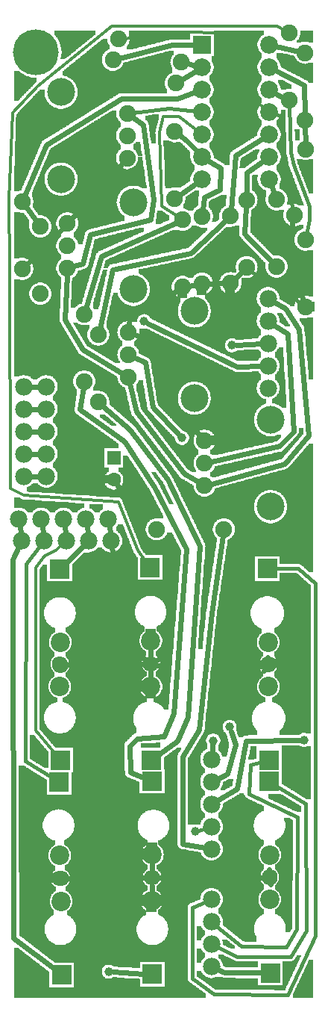
<source format=gbl>
G04 MADE WITH FRITZING*
G04 WWW.FRITZING.ORG*
G04 DOUBLE SIDED*
G04 HOLES PLATED*
G04 CONTOUR ON CENTER OF CONTOUR VECTOR*
%ASAXBY*%
%FSLAX23Y23*%
%MOIN*%
%OFA0B0*%
%SFA1.0B1.0*%
%ADD10C,0.075000*%
%ADD11C,0.078000*%
%ADD12C,0.086614*%
%ADD13C,0.086555*%
%ADD14C,0.070232*%
%ADD15C,0.039370*%
%ADD16C,0.074667*%
%ADD17C,0.074695*%
%ADD18C,0.124033*%
%ADD19C,0.079370*%
%ADD20C,0.204725*%
%ADD21C,0.062992*%
%ADD22R,0.086614X0.086614*%
%ADD23R,0.079370X0.079370*%
%ADD24R,0.062992X0.062992*%
%ADD25C,0.024000*%
%ADD26C,0.012000*%
%ADD27C,0.016000*%
%LNCOPPER0*%
G90*
G70*
G54D10*
X980Y4280D03*
X364Y4128D03*
X767Y3788D03*
X1191Y3431D03*
X655Y2962D03*
X1293Y1089D03*
X440Y3906D03*
G54D11*
X461Y2178D03*
X361Y2178D03*
X261Y2178D03*
X161Y2178D03*
X61Y2178D03*
G54D12*
X654Y1102D03*
G54D13*
X651Y1430D03*
G54D14*
X651Y1532D03*
G54D12*
X1180Y1007D03*
G54D13*
X1182Y679D03*
G54D14*
X1182Y577D03*
G54D15*
X930Y1189D03*
X1003Y1250D03*
X1336Y1191D03*
X790Y2540D03*
X1014Y2953D03*
X621Y3060D03*
X463Y158D03*
G54D11*
X1175Y3162D03*
X1175Y3062D03*
X1175Y2962D03*
X1175Y2862D03*
X1175Y2762D03*
X83Y2769D03*
X83Y2669D03*
X83Y2569D03*
X83Y2469D03*
X83Y2369D03*
X83Y2769D03*
X83Y2669D03*
X83Y2569D03*
X83Y2469D03*
X83Y2369D03*
X183Y2369D03*
X183Y2469D03*
X183Y2569D03*
X183Y2669D03*
X183Y2769D03*
G54D12*
X648Y1962D03*
G54D13*
X651Y1634D03*
G54D14*
X651Y1532D03*
G54D12*
X244Y1955D03*
G54D13*
X246Y1628D03*
G54D14*
X246Y1525D03*
G54D16*
X550Y3012D03*
X550Y2912D03*
G54D17*
X550Y2812D03*
G54D18*
X846Y3106D03*
X846Y2717D03*
G54D16*
X891Y2527D03*
X891Y2427D03*
G54D17*
X891Y2327D03*
G54D18*
X1187Y2621D03*
X1187Y2233D03*
G54D16*
X278Y3497D03*
X278Y3397D03*
G54D17*
X278Y3297D03*
G54D18*
X573Y3591D03*
X573Y3203D03*
G54D16*
X545Y3789D03*
X545Y3889D03*
G54D17*
X545Y3989D03*
G54D18*
X249Y3695D03*
X249Y4083D03*
G54D12*
X241Y1004D03*
G54D13*
X243Y676D03*
G54D14*
X243Y574D03*
G54D11*
X922Y180D03*
X922Y280D03*
X922Y380D03*
X922Y480D03*
X922Y180D03*
X922Y280D03*
X922Y380D03*
X922Y480D03*
X72Y2080D03*
X172Y2080D03*
X272Y2080D03*
X372Y2080D03*
X472Y2080D03*
G54D12*
X1173Y1956D03*
G54D13*
X1176Y1628D03*
G54D14*
X1176Y1526D03*
G54D12*
X1180Y1102D03*
G54D13*
X1177Y1430D03*
G54D14*
X1177Y1532D03*
G54D12*
X1185Y152D03*
G54D13*
X1182Y480D03*
G54D14*
X1182Y582D03*
G54D12*
X656Y1007D03*
G54D13*
X658Y680D03*
G54D14*
X658Y577D03*
G54D12*
X247Y1102D03*
G54D13*
X244Y1430D03*
G54D14*
X244Y1532D03*
G54D12*
X252Y144D03*
G54D13*
X250Y472D03*
G54D14*
X250Y574D03*
G54D12*
X658Y146D03*
G54D13*
X655Y474D03*
G54D14*
X655Y576D03*
G54D19*
X880Y4294D03*
X1180Y4294D03*
X880Y4194D03*
X1180Y4194D03*
X880Y4094D03*
X1180Y4094D03*
X880Y3994D03*
X1180Y3994D03*
X880Y3894D03*
X1180Y3894D03*
X880Y3794D03*
X1180Y3794D03*
X880Y3694D03*
X1180Y3694D03*
G54D10*
X416Y3001D03*
X416Y2701D03*
X1271Y4048D03*
X1271Y4348D03*
X353Y3092D03*
X353Y2792D03*
X157Y3483D03*
X157Y3183D03*
X76Y3594D03*
X76Y3294D03*
X1342Y3425D03*
X1342Y3125D03*
X1007Y3531D03*
X1007Y3231D03*
X793Y3513D03*
X793Y3213D03*
X1341Y4259D03*
X1341Y3959D03*
X1213Y3304D03*
X1213Y3604D03*
X756Y3909D03*
X756Y3609D03*
X482Y4227D03*
X763Y4123D03*
X1344Y3829D03*
X1292Y3534D03*
X1080Y3602D03*
X1080Y3302D03*
X506Y4320D03*
X788Y4217D03*
X880Y3229D03*
X880Y3529D03*
G54D20*
X137Y4262D03*
G54D10*
X678Y2132D03*
X978Y2132D03*
G54D15*
X850Y784D03*
G54D21*
X485Y2451D03*
X485Y2353D03*
G54D11*
X922Y705D03*
X922Y805D03*
X922Y905D03*
X922Y1005D03*
X922Y1105D03*
G54D22*
X654Y1102D03*
X1180Y1007D03*
X648Y1962D03*
X244Y1955D03*
X241Y1004D03*
X1173Y1956D03*
X1180Y1102D03*
X1185Y152D03*
X656Y1007D03*
X247Y1102D03*
X252Y144D03*
X658Y146D03*
G54D23*
X880Y4294D03*
G54D24*
X485Y2451D03*
G54D25*
X465Y2148D02*
X469Y2110D01*
D02*
X65Y2148D02*
X69Y2110D01*
D02*
X165Y2148D02*
X169Y2110D01*
D02*
X265Y2148D02*
X269Y2110D01*
D02*
X365Y2148D02*
X369Y2110D01*
D02*
X850Y4202D02*
X816Y4210D01*
D02*
X1033Y2954D02*
X1145Y2960D01*
D02*
X1037Y2858D02*
X638Y3052D01*
D02*
X1145Y2861D02*
X1037Y2858D01*
D02*
X616Y149D02*
X482Y157D01*
D02*
X1210Y4288D02*
X1313Y4265D01*
D02*
X153Y2569D02*
X113Y2569D01*
D02*
X153Y2669D02*
X113Y2669D01*
D02*
X153Y2769D02*
X113Y2769D01*
D02*
X153Y2369D02*
X113Y2369D01*
D02*
X153Y2469D02*
X113Y2469D01*
D02*
X658Y614D02*
X658Y638D01*
D02*
X948Y921D02*
X1037Y973D01*
D02*
X1078Y1188D02*
X1317Y1191D01*
D02*
X1037Y973D02*
X1078Y1188D01*
D02*
X283Y1526D02*
X391Y1527D01*
D02*
X417Y575D02*
X280Y574D01*
D02*
X391Y1527D02*
X417Y575D01*
D02*
X96Y3314D02*
X255Y3475D01*
D02*
X871Y2056D02*
X815Y1295D01*
D02*
X770Y1188D02*
X688Y1127D01*
D02*
X815Y1295D02*
X770Y1188D01*
D02*
X726Y2354D02*
X871Y2056D01*
D02*
X558Y2578D02*
X726Y2354D01*
D02*
X438Y2682D02*
X558Y2578D01*
D02*
X1059Y3282D02*
X1027Y3251D01*
D02*
X1029Y1171D02*
X993Y1040D01*
D02*
X1009Y1232D02*
X1029Y1171D01*
D02*
X993Y1040D02*
X949Y1018D01*
D02*
X864Y2343D02*
X800Y2380D01*
D02*
X585Y2658D02*
X557Y2781D01*
D02*
X800Y2380D02*
X585Y2658D01*
D02*
X1154Y3878D02*
X1029Y3800D01*
D02*
X1029Y3800D02*
X1009Y3559D01*
D02*
X1337Y4114D02*
X1340Y3988D01*
D02*
X1207Y4180D02*
X1337Y4114D01*
D02*
X347Y2933D02*
X267Y3069D01*
D02*
X523Y2828D02*
X347Y2933D01*
D02*
X267Y3069D02*
X276Y3266D01*
G54D26*
D02*
X860Y3910D02*
X775Y3975D01*
D02*
X775Y3975D02*
X708Y3975D01*
D02*
X708Y3975D02*
X689Y3903D01*
D02*
X689Y3903D02*
X700Y3575D01*
D02*
X700Y3575D02*
X774Y3526D01*
G54D25*
D02*
X348Y3317D02*
X308Y3306D01*
D02*
X381Y3447D02*
X348Y3317D01*
D02*
X650Y3514D02*
X381Y3447D01*
D02*
X664Y3605D02*
X650Y3514D01*
D02*
X617Y3939D02*
X664Y3605D01*
D02*
X571Y3971D02*
X617Y3939D01*
G54D26*
D02*
X178Y2014D02*
X228Y2039D01*
D02*
X136Y1961D02*
X178Y2014D01*
D02*
X136Y1233D02*
X136Y1961D01*
D02*
X223Y1130D02*
X136Y1233D01*
G54D25*
D02*
X978Y3230D02*
X909Y3229D01*
D02*
X659Y2677D02*
X777Y2554D01*
D02*
X626Y2877D02*
X659Y2677D01*
D02*
X579Y2898D02*
X626Y2877D01*
D02*
X430Y3351D02*
X767Y3502D01*
D02*
X361Y3119D02*
X430Y3351D01*
D02*
X349Y2764D02*
X333Y2666D01*
D02*
X533Y2525D02*
X667Y2321D01*
D02*
X333Y2666D02*
X533Y2525D01*
D02*
X667Y2321D02*
X811Y2043D01*
D02*
X811Y2043D02*
X752Y1310D01*
D02*
X589Y1199D02*
X556Y1165D01*
D02*
X711Y1206D02*
X589Y1199D01*
D02*
X752Y1310D02*
X711Y1206D01*
D02*
X556Y1165D02*
X559Y1047D01*
D02*
X559Y1047D02*
X617Y1023D01*
D02*
X1249Y4054D02*
X1206Y4079D01*
D02*
X1243Y4055D02*
X1249Y4054D01*
D02*
X746Y4295D02*
X509Y4234D01*
D02*
X849Y4294D02*
X746Y4295D01*
D02*
X981Y154D02*
X950Y168D01*
D02*
X1142Y153D02*
X981Y154D01*
G54D27*
D02*
X1210Y1956D02*
X1310Y1958D01*
D02*
X1310Y1958D02*
X1387Y1890D01*
D02*
X1387Y1890D02*
X1387Y318D01*
D02*
X1264Y55D02*
X933Y58D01*
D02*
X933Y58D02*
X836Y128D01*
D02*
X1387Y318D02*
X1264Y55D01*
D02*
X836Y128D02*
X836Y444D01*
D02*
X836Y444D02*
X900Y471D01*
G54D25*
D02*
X140Y3506D02*
X93Y3571D01*
D02*
X1263Y3003D02*
X1200Y3045D01*
D02*
X1289Y2569D02*
X1263Y3003D01*
D02*
X1228Y2503D02*
X1289Y2569D01*
D02*
X922Y2434D02*
X1228Y2503D01*
D02*
X481Y3291D02*
X830Y3365D01*
D02*
X423Y3029D02*
X481Y3291D01*
D02*
X830Y3365D02*
X986Y3511D01*
D02*
X928Y1170D02*
X925Y1135D01*
D02*
X906Y3779D02*
X962Y3745D01*
D02*
X962Y3745D02*
X960Y3647D01*
D02*
X960Y3647D02*
X889Y3614D01*
D02*
X889Y3614D02*
X883Y3557D01*
D02*
X1341Y3931D02*
X1343Y3858D01*
D02*
X859Y3817D02*
X809Y3869D01*
D02*
X809Y3869D02*
X779Y3892D01*
G54D27*
D02*
X1096Y1080D02*
X1145Y1093D01*
D02*
X1089Y951D02*
X1096Y1080D01*
D02*
X1307Y847D02*
X1089Y951D01*
D02*
X1303Y347D02*
X1307Y847D01*
D02*
X1256Y269D02*
X1303Y347D01*
D02*
X1058Y272D02*
X1256Y269D01*
D02*
X941Y365D02*
X1058Y272D01*
G54D25*
D02*
X580Y3000D02*
X663Y2965D01*
D02*
X663Y2965D02*
X730Y2834D01*
D02*
X730Y2834D02*
X741Y2699D01*
D02*
X741Y2699D02*
X870Y2551D01*
D02*
X1203Y3631D02*
X1191Y3666D01*
G54D26*
D02*
X592Y2036D02*
X626Y1991D01*
D02*
X506Y2255D02*
X592Y2036D01*
D02*
X83Y2283D02*
X506Y2255D01*
D02*
X22Y2314D02*
X83Y2283D01*
D02*
X17Y3604D02*
X21Y3299D01*
D02*
X21Y3299D02*
X22Y2314D01*
D02*
X32Y3991D02*
X17Y3604D01*
D02*
X147Y4111D02*
X32Y3991D01*
D02*
X476Y4376D02*
X147Y4111D01*
D02*
X1217Y4377D02*
X476Y4376D01*
D02*
X1250Y4359D02*
X1217Y4377D01*
G54D25*
D02*
X1179Y613D02*
X1185Y546D01*
D02*
X651Y1496D02*
X651Y1472D01*
G54D27*
D02*
X1324Y3139D02*
X1208Y3230D01*
G54D25*
D02*
X615Y1531D02*
X283Y1526D01*
D02*
X657Y541D02*
X656Y516D01*
D02*
X780Y3625D02*
X855Y3677D01*
G54D27*
D02*
X1289Y3758D02*
X1278Y3814D01*
D02*
X1359Y3573D02*
X1289Y3758D01*
D02*
X1359Y3514D02*
X1359Y3573D01*
D02*
X1278Y3814D02*
X1271Y4025D01*
D02*
X1347Y3447D02*
X1359Y3514D01*
G54D25*
D02*
X351Y2059D02*
X274Y1985D01*
D02*
X1070Y3451D02*
X1193Y3325D01*
D02*
X1078Y3574D02*
X1070Y3451D01*
D02*
X622Y577D02*
X280Y574D01*
G54D27*
D02*
X89Y1097D02*
X210Y1023D01*
D02*
X94Y1978D02*
X89Y1097D01*
D02*
X157Y2061D02*
X94Y1978D01*
G54D25*
D02*
X663Y3136D02*
X560Y3103D01*
D02*
X560Y3103D02*
X554Y3043D01*
D02*
X769Y3199D02*
X663Y3136D01*
D02*
X1286Y3506D02*
X1264Y3403D01*
D02*
X1264Y3403D02*
X1334Y3152D01*
G54D27*
D02*
X733Y4011D02*
X571Y3992D01*
D02*
X855Y3997D02*
X733Y4011D01*
G54D25*
D02*
X1250Y2425D02*
X1358Y2550D01*
D02*
X922Y2335D02*
X1250Y2425D01*
D02*
X1358Y2550D02*
X1314Y3025D01*
D02*
X1253Y3116D02*
X1201Y3146D01*
D02*
X1314Y3025D02*
X1253Y3116D01*
D02*
X87Y3620D02*
X183Y3847D01*
D02*
X183Y3847D02*
X519Y4054D01*
D02*
X519Y4054D02*
X769Y4053D01*
D02*
X769Y4053D02*
X851Y4084D01*
D02*
X787Y4138D02*
X854Y4178D01*
G54D27*
D02*
X1248Y3747D02*
X1237Y3973D01*
D02*
X1288Y3556D02*
X1248Y3747D01*
D02*
X1237Y3973D02*
X1204Y3986D01*
G54D25*
D02*
X686Y1523D02*
X662Y1529D01*
D02*
X662Y1529D02*
X686Y1523D01*
D02*
X651Y1568D02*
X651Y1592D01*
D02*
X477Y2051D02*
X553Y1607D01*
D02*
X553Y1607D02*
X622Y1554D01*
G54D26*
D02*
X1160Y4010D02*
X1067Y4083D01*
D02*
X1067Y4083D02*
X941Y4349D01*
D02*
X941Y4349D02*
X827Y4352D01*
D02*
X827Y4352D02*
X529Y4322D01*
G54D25*
D02*
X1155Y3776D02*
X1080Y3723D01*
D02*
X1080Y3723D02*
X1080Y3631D01*
D02*
X852Y3224D02*
X822Y3218D01*
G54D27*
D02*
X1037Y225D02*
X944Y270D01*
D02*
X1278Y225D02*
X1037Y225D01*
D02*
X1346Y341D02*
X1278Y225D01*
D02*
X1344Y906D02*
X1346Y341D01*
D02*
X1211Y988D02*
X1344Y906D01*
G54D25*
D02*
X694Y577D02*
X1146Y577D01*
D02*
X1158Y1501D02*
X1176Y1529D01*
D02*
X1176Y1529D02*
X1172Y1562D01*
D02*
X32Y1999D02*
X59Y2053D01*
D02*
X38Y309D02*
X32Y1999D01*
D02*
X219Y170D02*
X38Y309D01*
D02*
X523Y3765D02*
X299Y3521D01*
G54D27*
D02*
X863Y788D02*
X899Y798D01*
G54D25*
D02*
X922Y1758D02*
X974Y2104D01*
D02*
X793Y729D02*
X793Y1116D01*
D02*
X793Y1116D02*
X867Y1236D01*
D02*
X867Y1236D02*
X922Y1758D01*
D02*
X893Y711D02*
X793Y729D01*
D02*
X729Y1583D02*
X733Y2034D01*
D02*
X733Y2034D02*
X625Y2069D01*
D02*
X625Y2069D02*
X558Y2255D01*
D02*
X558Y2255D02*
X501Y2332D01*
D02*
X682Y1552D02*
X729Y1583D01*
G54D26*
D02*
X228Y2039D02*
X254Y2064D01*
G54D27*
D02*
X1147Y3244D02*
X1097Y3287D01*
D02*
X1208Y3230D02*
X1147Y3244D01*
G36*
X220Y4359D02*
X220Y4339D01*
X222Y4339D01*
X222Y4337D01*
X224Y4337D01*
X224Y4335D01*
X226Y4335D01*
X226Y4333D01*
X228Y4333D01*
X228Y4329D01*
X230Y4329D01*
X230Y4327D01*
X232Y4327D01*
X232Y4323D01*
X234Y4323D01*
X234Y4321D01*
X236Y4321D01*
X236Y4317D01*
X238Y4317D01*
X238Y4313D01*
X240Y4313D01*
X240Y4309D01*
X242Y4309D01*
X242Y4305D01*
X244Y4305D01*
X244Y4299D01*
X246Y4299D01*
X246Y4293D01*
X248Y4293D01*
X248Y4285D01*
X250Y4285D01*
X250Y4269D01*
X252Y4269D01*
X252Y4255D01*
X250Y4255D01*
X250Y4239D01*
X248Y4239D01*
X248Y4231D01*
X268Y4231D01*
X268Y4233D01*
X272Y4233D01*
X272Y4235D01*
X274Y4235D01*
X274Y4237D01*
X276Y4237D01*
X276Y4239D01*
X278Y4239D01*
X278Y4241D01*
X282Y4241D01*
X282Y4243D01*
X284Y4243D01*
X284Y4245D01*
X286Y4245D01*
X286Y4247D01*
X288Y4247D01*
X288Y4249D01*
X292Y4249D01*
X292Y4251D01*
X294Y4251D01*
X294Y4253D01*
X296Y4253D01*
X296Y4255D01*
X298Y4255D01*
X298Y4257D01*
X302Y4257D01*
X302Y4259D01*
X304Y4259D01*
X304Y4261D01*
X306Y4261D01*
X306Y4263D01*
X308Y4263D01*
X308Y4265D01*
X312Y4265D01*
X312Y4267D01*
X314Y4267D01*
X314Y4269D01*
X316Y4269D01*
X316Y4271D01*
X318Y4271D01*
X318Y4273D01*
X322Y4273D01*
X322Y4275D01*
X324Y4275D01*
X324Y4277D01*
X326Y4277D01*
X326Y4279D01*
X328Y4279D01*
X328Y4281D01*
X330Y4281D01*
X330Y4283D01*
X334Y4283D01*
X334Y4285D01*
X336Y4285D01*
X336Y4287D01*
X338Y4287D01*
X338Y4289D01*
X340Y4289D01*
X340Y4291D01*
X344Y4291D01*
X344Y4293D01*
X346Y4293D01*
X346Y4295D01*
X348Y4295D01*
X348Y4297D01*
X350Y4297D01*
X350Y4299D01*
X354Y4299D01*
X354Y4301D01*
X356Y4301D01*
X356Y4303D01*
X358Y4303D01*
X358Y4305D01*
X360Y4305D01*
X360Y4307D01*
X364Y4307D01*
X364Y4309D01*
X366Y4309D01*
X366Y4311D01*
X368Y4311D01*
X368Y4313D01*
X370Y4313D01*
X370Y4315D01*
X374Y4315D01*
X374Y4317D01*
X376Y4317D01*
X376Y4319D01*
X378Y4319D01*
X378Y4321D01*
X380Y4321D01*
X380Y4323D01*
X384Y4323D01*
X384Y4325D01*
X386Y4325D01*
X386Y4327D01*
X388Y4327D01*
X388Y4329D01*
X390Y4329D01*
X390Y4331D01*
X394Y4331D01*
X394Y4333D01*
X396Y4333D01*
X396Y4335D01*
X398Y4335D01*
X398Y4337D01*
X400Y4337D01*
X400Y4339D01*
X404Y4339D01*
X404Y4359D01*
X220Y4359D01*
G37*
D02*
G36*
X608Y4359D02*
X608Y4357D01*
X552Y4357D01*
X552Y4335D01*
X554Y4335D01*
X554Y4327D01*
X556Y4327D01*
X556Y4311D01*
X554Y4311D01*
X554Y4303D01*
X552Y4303D01*
X552Y4299D01*
X550Y4299D01*
X550Y4295D01*
X548Y4295D01*
X548Y4291D01*
X546Y4291D01*
X546Y4289D01*
X544Y4289D01*
X544Y4287D01*
X542Y4287D01*
X542Y4273D01*
X566Y4273D01*
X566Y4275D01*
X574Y4275D01*
X574Y4277D01*
X582Y4277D01*
X582Y4279D01*
X590Y4279D01*
X590Y4281D01*
X598Y4281D01*
X598Y4283D01*
X606Y4283D01*
X606Y4285D01*
X614Y4285D01*
X614Y4287D01*
X622Y4287D01*
X622Y4289D01*
X630Y4289D01*
X630Y4291D01*
X638Y4291D01*
X638Y4293D01*
X646Y4293D01*
X646Y4295D01*
X654Y4295D01*
X654Y4297D01*
X662Y4297D01*
X662Y4299D01*
X670Y4299D01*
X670Y4301D01*
X678Y4301D01*
X678Y4303D01*
X684Y4303D01*
X684Y4305D01*
X692Y4305D01*
X692Y4307D01*
X700Y4307D01*
X700Y4309D01*
X708Y4309D01*
X708Y4311D01*
X716Y4311D01*
X716Y4313D01*
X724Y4313D01*
X724Y4315D01*
X732Y4315D01*
X732Y4317D01*
X740Y4317D01*
X740Y4319D01*
X828Y4319D01*
X828Y4359D01*
X608Y4359D01*
G37*
D02*
G36*
X932Y4359D02*
X932Y4243D01*
X922Y4243D01*
X922Y4223D01*
X924Y4223D01*
X924Y4219D01*
X926Y4219D01*
X926Y4215D01*
X928Y4215D01*
X928Y4211D01*
X930Y4211D01*
X930Y4201D01*
X932Y4201D01*
X932Y4187D01*
X930Y4187D01*
X930Y4179D01*
X928Y4179D01*
X928Y4173D01*
X926Y4173D01*
X926Y4169D01*
X924Y4169D01*
X924Y4167D01*
X922Y4167D01*
X922Y4163D01*
X920Y4163D01*
X920Y4161D01*
X918Y4161D01*
X918Y4159D01*
X916Y4159D01*
X916Y4157D01*
X914Y4157D01*
X914Y4155D01*
X912Y4155D01*
X912Y4133D01*
X916Y4133D01*
X916Y4131D01*
X918Y4131D01*
X918Y4129D01*
X920Y4129D01*
X920Y4125D01*
X922Y4125D01*
X922Y4123D01*
X924Y4123D01*
X924Y4119D01*
X926Y4119D01*
X926Y4115D01*
X928Y4115D01*
X928Y4111D01*
X930Y4111D01*
X930Y4101D01*
X932Y4101D01*
X932Y4087D01*
X930Y4087D01*
X930Y4079D01*
X928Y4079D01*
X928Y4073D01*
X926Y4073D01*
X926Y4069D01*
X924Y4069D01*
X924Y4067D01*
X922Y4067D01*
X922Y4063D01*
X920Y4063D01*
X920Y4061D01*
X918Y4061D01*
X918Y4059D01*
X916Y4059D01*
X916Y4057D01*
X914Y4057D01*
X914Y4055D01*
X912Y4055D01*
X912Y4033D01*
X916Y4033D01*
X916Y4031D01*
X918Y4031D01*
X918Y4029D01*
X920Y4029D01*
X920Y4025D01*
X922Y4025D01*
X922Y4023D01*
X924Y4023D01*
X924Y4019D01*
X926Y4019D01*
X926Y4015D01*
X928Y4015D01*
X928Y4011D01*
X930Y4011D01*
X930Y4001D01*
X932Y4001D01*
X932Y3987D01*
X930Y3987D01*
X930Y3979D01*
X928Y3979D01*
X928Y3973D01*
X926Y3973D01*
X926Y3969D01*
X924Y3969D01*
X924Y3967D01*
X922Y3967D01*
X922Y3963D01*
X920Y3963D01*
X920Y3961D01*
X918Y3961D01*
X918Y3959D01*
X916Y3959D01*
X916Y3957D01*
X914Y3957D01*
X914Y3955D01*
X912Y3955D01*
X912Y3933D01*
X916Y3933D01*
X916Y3931D01*
X918Y3931D01*
X918Y3929D01*
X920Y3929D01*
X920Y3925D01*
X922Y3925D01*
X922Y3923D01*
X924Y3923D01*
X924Y3919D01*
X926Y3919D01*
X926Y3915D01*
X928Y3915D01*
X928Y3911D01*
X930Y3911D01*
X930Y3901D01*
X932Y3901D01*
X932Y3887D01*
X930Y3887D01*
X930Y3879D01*
X928Y3879D01*
X928Y3873D01*
X926Y3873D01*
X926Y3869D01*
X924Y3869D01*
X924Y3867D01*
X922Y3867D01*
X922Y3863D01*
X920Y3863D01*
X920Y3861D01*
X918Y3861D01*
X918Y3859D01*
X916Y3859D01*
X916Y3857D01*
X914Y3857D01*
X914Y3855D01*
X912Y3855D01*
X912Y3833D01*
X916Y3833D01*
X916Y3831D01*
X918Y3831D01*
X918Y3829D01*
X920Y3829D01*
X920Y3825D01*
X922Y3825D01*
X922Y3823D01*
X924Y3823D01*
X924Y3819D01*
X926Y3819D01*
X926Y3815D01*
X928Y3815D01*
X928Y3811D01*
X930Y3811D01*
X930Y3801D01*
X932Y3801D01*
X932Y3791D01*
X934Y3791D01*
X934Y3789D01*
X938Y3789D01*
X938Y3787D01*
X940Y3787D01*
X940Y3785D01*
X944Y3785D01*
X944Y3783D01*
X948Y3783D01*
X948Y3781D01*
X950Y3781D01*
X950Y3779D01*
X954Y3779D01*
X954Y3777D01*
X958Y3777D01*
X958Y3775D01*
X960Y3775D01*
X960Y3773D01*
X964Y3773D01*
X964Y3771D01*
X968Y3771D01*
X968Y3769D01*
X970Y3769D01*
X970Y3767D01*
X974Y3767D01*
X974Y3765D01*
X976Y3765D01*
X976Y3763D01*
X980Y3763D01*
X980Y3759D01*
X982Y3759D01*
X982Y3757D01*
X1002Y3757D01*
X1002Y3779D01*
X1004Y3779D01*
X1004Y3803D01*
X1006Y3803D01*
X1006Y3811D01*
X1008Y3811D01*
X1008Y3813D01*
X1010Y3813D01*
X1010Y3817D01*
X1012Y3817D01*
X1012Y3819D01*
X1016Y3819D01*
X1016Y3821D01*
X1018Y3821D01*
X1018Y3823D01*
X1022Y3823D01*
X1022Y3825D01*
X1024Y3825D01*
X1024Y3827D01*
X1028Y3827D01*
X1028Y3829D01*
X1030Y3829D01*
X1030Y3831D01*
X1034Y3831D01*
X1034Y3833D01*
X1038Y3833D01*
X1038Y3835D01*
X1040Y3835D01*
X1040Y3837D01*
X1044Y3837D01*
X1044Y3839D01*
X1046Y3839D01*
X1046Y3841D01*
X1050Y3841D01*
X1050Y3843D01*
X1054Y3843D01*
X1054Y3845D01*
X1056Y3845D01*
X1056Y3847D01*
X1060Y3847D01*
X1060Y3849D01*
X1062Y3849D01*
X1062Y3851D01*
X1066Y3851D01*
X1066Y3853D01*
X1070Y3853D01*
X1070Y3855D01*
X1072Y3855D01*
X1072Y3857D01*
X1076Y3857D01*
X1076Y3859D01*
X1078Y3859D01*
X1078Y3861D01*
X1082Y3861D01*
X1082Y3863D01*
X1086Y3863D01*
X1086Y3865D01*
X1088Y3865D01*
X1088Y3867D01*
X1092Y3867D01*
X1092Y3869D01*
X1096Y3869D01*
X1096Y3871D01*
X1098Y3871D01*
X1098Y3873D01*
X1102Y3873D01*
X1102Y3875D01*
X1104Y3875D01*
X1104Y3877D01*
X1108Y3877D01*
X1108Y3879D01*
X1112Y3879D01*
X1112Y3881D01*
X1114Y3881D01*
X1114Y3883D01*
X1118Y3883D01*
X1118Y3885D01*
X1120Y3885D01*
X1120Y3887D01*
X1124Y3887D01*
X1124Y3889D01*
X1128Y3889D01*
X1128Y3903D01*
X1130Y3903D01*
X1130Y3911D01*
X1132Y3911D01*
X1132Y3917D01*
X1134Y3917D01*
X1134Y3919D01*
X1136Y3919D01*
X1136Y3923D01*
X1138Y3923D01*
X1138Y3925D01*
X1140Y3925D01*
X1140Y3929D01*
X1142Y3929D01*
X1142Y3931D01*
X1144Y3931D01*
X1144Y3933D01*
X1146Y3933D01*
X1146Y3935D01*
X1148Y3935D01*
X1148Y3955D01*
X1146Y3955D01*
X1146Y3957D01*
X1144Y3957D01*
X1144Y3959D01*
X1142Y3959D01*
X1142Y3961D01*
X1140Y3961D01*
X1140Y3963D01*
X1138Y3963D01*
X1138Y3967D01*
X1136Y3967D01*
X1136Y3969D01*
X1134Y3969D01*
X1134Y3973D01*
X1132Y3973D01*
X1132Y3979D01*
X1130Y3979D01*
X1130Y3987D01*
X1128Y3987D01*
X1128Y4003D01*
X1130Y4003D01*
X1130Y4011D01*
X1132Y4011D01*
X1132Y4017D01*
X1134Y4017D01*
X1134Y4019D01*
X1136Y4019D01*
X1136Y4023D01*
X1138Y4023D01*
X1138Y4025D01*
X1140Y4025D01*
X1140Y4029D01*
X1142Y4029D01*
X1142Y4031D01*
X1144Y4031D01*
X1144Y4033D01*
X1146Y4033D01*
X1146Y4035D01*
X1148Y4035D01*
X1148Y4055D01*
X1146Y4055D01*
X1146Y4057D01*
X1144Y4057D01*
X1144Y4059D01*
X1142Y4059D01*
X1142Y4061D01*
X1140Y4061D01*
X1140Y4063D01*
X1138Y4063D01*
X1138Y4067D01*
X1136Y4067D01*
X1136Y4069D01*
X1134Y4069D01*
X1134Y4073D01*
X1132Y4073D01*
X1132Y4079D01*
X1130Y4079D01*
X1130Y4087D01*
X1128Y4087D01*
X1128Y4103D01*
X1130Y4103D01*
X1130Y4111D01*
X1132Y4111D01*
X1132Y4117D01*
X1134Y4117D01*
X1134Y4119D01*
X1136Y4119D01*
X1136Y4123D01*
X1138Y4123D01*
X1138Y4125D01*
X1140Y4125D01*
X1140Y4129D01*
X1142Y4129D01*
X1142Y4131D01*
X1144Y4131D01*
X1144Y4133D01*
X1146Y4133D01*
X1146Y4135D01*
X1148Y4135D01*
X1148Y4155D01*
X1146Y4155D01*
X1146Y4157D01*
X1144Y4157D01*
X1144Y4159D01*
X1142Y4159D01*
X1142Y4161D01*
X1140Y4161D01*
X1140Y4163D01*
X1138Y4163D01*
X1138Y4167D01*
X1136Y4167D01*
X1136Y4169D01*
X1134Y4169D01*
X1134Y4173D01*
X1132Y4173D01*
X1132Y4179D01*
X1130Y4179D01*
X1130Y4187D01*
X1128Y4187D01*
X1128Y4203D01*
X1130Y4203D01*
X1130Y4211D01*
X1132Y4211D01*
X1132Y4217D01*
X1134Y4217D01*
X1134Y4219D01*
X1136Y4219D01*
X1136Y4223D01*
X1138Y4223D01*
X1138Y4225D01*
X1140Y4225D01*
X1140Y4229D01*
X1142Y4229D01*
X1142Y4231D01*
X1144Y4231D01*
X1144Y4233D01*
X1146Y4233D01*
X1146Y4235D01*
X1148Y4235D01*
X1148Y4255D01*
X1146Y4255D01*
X1146Y4257D01*
X1144Y4257D01*
X1144Y4259D01*
X1142Y4259D01*
X1142Y4261D01*
X1140Y4261D01*
X1140Y4263D01*
X1138Y4263D01*
X1138Y4267D01*
X1136Y4267D01*
X1136Y4269D01*
X1134Y4269D01*
X1134Y4273D01*
X1132Y4273D01*
X1132Y4279D01*
X1130Y4279D01*
X1130Y4287D01*
X1128Y4287D01*
X1128Y4303D01*
X1130Y4303D01*
X1130Y4311D01*
X1132Y4311D01*
X1132Y4317D01*
X1134Y4317D01*
X1134Y4319D01*
X1136Y4319D01*
X1136Y4323D01*
X1138Y4323D01*
X1138Y4325D01*
X1140Y4325D01*
X1140Y4329D01*
X1142Y4329D01*
X1142Y4331D01*
X1144Y4331D01*
X1144Y4333D01*
X1146Y4333D01*
X1146Y4335D01*
X1150Y4335D01*
X1150Y4337D01*
X1152Y4337D01*
X1152Y4339D01*
X1156Y4339D01*
X1156Y4359D01*
X932Y4359D01*
G37*
D02*
G36*
X1320Y4359D02*
X1320Y4339D01*
X1318Y4339D01*
X1318Y4331D01*
X1316Y4331D01*
X1316Y4327D01*
X1314Y4327D01*
X1314Y4323D01*
X1312Y4323D01*
X1312Y4319D01*
X1310Y4319D01*
X1310Y4317D01*
X1308Y4317D01*
X1308Y4315D01*
X1306Y4315D01*
X1306Y4313D01*
X1304Y4313D01*
X1304Y4309D01*
X1350Y4309D01*
X1350Y4307D01*
X1356Y4307D01*
X1356Y4305D01*
X1378Y4305D01*
X1378Y4359D01*
X1320Y4359D01*
G37*
D02*
G36*
X1304Y4309D02*
X1304Y4305D01*
X1324Y4305D01*
X1324Y4307D01*
X1332Y4307D01*
X1332Y4309D01*
X1304Y4309D01*
G37*
D02*
G36*
X1214Y4257D02*
X1214Y4255D01*
X1212Y4255D01*
X1212Y4233D01*
X1216Y4233D01*
X1216Y4231D01*
X1218Y4231D01*
X1218Y4229D01*
X1220Y4229D01*
X1220Y4225D01*
X1222Y4225D01*
X1222Y4223D01*
X1224Y4223D01*
X1224Y4219D01*
X1226Y4219D01*
X1226Y4215D01*
X1228Y4215D01*
X1228Y4211D01*
X1230Y4211D01*
X1230Y4209D01*
X1340Y4209D01*
X1340Y4211D01*
X1328Y4211D01*
X1328Y4213D01*
X1322Y4213D01*
X1322Y4215D01*
X1318Y4215D01*
X1318Y4217D01*
X1314Y4217D01*
X1314Y4219D01*
X1312Y4219D01*
X1312Y4221D01*
X1308Y4221D01*
X1308Y4223D01*
X1306Y4223D01*
X1306Y4225D01*
X1304Y4225D01*
X1304Y4227D01*
X1302Y4227D01*
X1302Y4231D01*
X1300Y4231D01*
X1300Y4233D01*
X1298Y4233D01*
X1298Y4237D01*
X1296Y4237D01*
X1296Y4241D01*
X1294Y4241D01*
X1294Y4245D01*
X1290Y4245D01*
X1290Y4247D01*
X1280Y4247D01*
X1280Y4249D01*
X1272Y4249D01*
X1272Y4251D01*
X1262Y4251D01*
X1262Y4253D01*
X1254Y4253D01*
X1254Y4255D01*
X1244Y4255D01*
X1244Y4257D01*
X1214Y4257D01*
G37*
D02*
G36*
X1354Y4213D02*
X1354Y4211D01*
X1342Y4211D01*
X1342Y4209D01*
X1378Y4209D01*
X1378Y4213D01*
X1354Y4213D01*
G37*
D02*
G36*
X1230Y4209D02*
X1230Y4207D01*
X1378Y4207D01*
X1378Y4209D01*
X1230Y4209D01*
G37*
D02*
G36*
X1230Y4209D02*
X1230Y4207D01*
X1378Y4207D01*
X1378Y4209D01*
X1230Y4209D01*
G37*
D02*
G36*
X1230Y4207D02*
X1230Y4201D01*
X1232Y4201D01*
X1232Y4195D01*
X1234Y4195D01*
X1234Y4193D01*
X1238Y4193D01*
X1238Y4191D01*
X1242Y4191D01*
X1242Y4189D01*
X1246Y4189D01*
X1246Y4187D01*
X1250Y4187D01*
X1250Y4185D01*
X1254Y4185D01*
X1254Y4183D01*
X1256Y4183D01*
X1256Y4181D01*
X1260Y4181D01*
X1260Y4179D01*
X1264Y4179D01*
X1264Y4177D01*
X1268Y4177D01*
X1268Y4175D01*
X1272Y4175D01*
X1272Y4173D01*
X1276Y4173D01*
X1276Y4171D01*
X1280Y4171D01*
X1280Y4169D01*
X1284Y4169D01*
X1284Y4167D01*
X1288Y4167D01*
X1288Y4165D01*
X1292Y4165D01*
X1292Y4163D01*
X1296Y4163D01*
X1296Y4161D01*
X1300Y4161D01*
X1300Y4159D01*
X1304Y4159D01*
X1304Y4157D01*
X1308Y4157D01*
X1308Y4155D01*
X1312Y4155D01*
X1312Y4153D01*
X1316Y4153D01*
X1316Y4151D01*
X1320Y4151D01*
X1320Y4149D01*
X1324Y4149D01*
X1324Y4147D01*
X1326Y4147D01*
X1326Y4145D01*
X1330Y4145D01*
X1330Y4143D01*
X1334Y4143D01*
X1334Y4141D01*
X1338Y4141D01*
X1338Y4139D01*
X1342Y4139D01*
X1342Y4137D01*
X1346Y4137D01*
X1346Y4135D01*
X1350Y4135D01*
X1350Y4133D01*
X1352Y4133D01*
X1352Y4131D01*
X1354Y4131D01*
X1354Y4129D01*
X1356Y4129D01*
X1356Y4127D01*
X1358Y4127D01*
X1358Y4123D01*
X1378Y4123D01*
X1378Y4207D01*
X1230Y4207D01*
G37*
D02*
G36*
X40Y4179D02*
X40Y4045D01*
X60Y4045D01*
X60Y4047D01*
X62Y4047D01*
X62Y4049D01*
X64Y4049D01*
X64Y4051D01*
X66Y4051D01*
X66Y4053D01*
X68Y4053D01*
X68Y4057D01*
X70Y4057D01*
X70Y4059D01*
X72Y4059D01*
X72Y4061D01*
X74Y4061D01*
X74Y4063D01*
X76Y4063D01*
X76Y4065D01*
X78Y4065D01*
X78Y4067D01*
X80Y4067D01*
X80Y4069D01*
X82Y4069D01*
X82Y4071D01*
X84Y4071D01*
X84Y4073D01*
X86Y4073D01*
X86Y4075D01*
X88Y4075D01*
X88Y4077D01*
X90Y4077D01*
X90Y4079D01*
X92Y4079D01*
X92Y4081D01*
X94Y4081D01*
X94Y4083D01*
X96Y4083D01*
X96Y4085D01*
X98Y4085D01*
X98Y4087D01*
X100Y4087D01*
X100Y4089D01*
X102Y4089D01*
X102Y4091D01*
X104Y4091D01*
X104Y4093D01*
X106Y4093D01*
X106Y4095D01*
X108Y4095D01*
X108Y4097D01*
X110Y4097D01*
X110Y4099D01*
X112Y4099D01*
X112Y4101D01*
X114Y4101D01*
X114Y4103D01*
X116Y4103D01*
X116Y4105D01*
X118Y4105D01*
X118Y4107D01*
X120Y4107D01*
X120Y4109D01*
X122Y4109D01*
X122Y4111D01*
X124Y4111D01*
X124Y4113D01*
X126Y4113D01*
X126Y4117D01*
X128Y4117D01*
X128Y4119D01*
X130Y4119D01*
X130Y4121D01*
X132Y4121D01*
X132Y4123D01*
X134Y4123D01*
X134Y4125D01*
X138Y4125D01*
X138Y4127D01*
X140Y4127D01*
X140Y4147D01*
X130Y4147D01*
X130Y4149D01*
X114Y4149D01*
X114Y4151D01*
X106Y4151D01*
X106Y4153D01*
X100Y4153D01*
X100Y4155D01*
X94Y4155D01*
X94Y4157D01*
X90Y4157D01*
X90Y4159D01*
X86Y4159D01*
X86Y4161D01*
X82Y4161D01*
X82Y4163D01*
X78Y4163D01*
X78Y4165D01*
X76Y4165D01*
X76Y4167D01*
X72Y4167D01*
X72Y4169D01*
X70Y4169D01*
X70Y4171D01*
X66Y4171D01*
X66Y4173D01*
X64Y4173D01*
X64Y4175D01*
X62Y4175D01*
X62Y4177D01*
X60Y4177D01*
X60Y4179D01*
X40Y4179D01*
G37*
D02*
G36*
X1220Y4137D02*
X1220Y4125D01*
X1222Y4125D01*
X1222Y4123D01*
X1224Y4123D01*
X1224Y4119D01*
X1226Y4119D01*
X1226Y4115D01*
X1228Y4115D01*
X1228Y4111D01*
X1230Y4111D01*
X1230Y4101D01*
X1232Y4101D01*
X1232Y4093D01*
X1252Y4093D01*
X1252Y4095D01*
X1258Y4095D01*
X1258Y4097D01*
X1280Y4097D01*
X1280Y4117D01*
X1276Y4117D01*
X1276Y4119D01*
X1272Y4119D01*
X1272Y4121D01*
X1268Y4121D01*
X1268Y4123D01*
X1264Y4123D01*
X1264Y4125D01*
X1260Y4125D01*
X1260Y4127D01*
X1256Y4127D01*
X1256Y4129D01*
X1254Y4129D01*
X1254Y4131D01*
X1250Y4131D01*
X1250Y4133D01*
X1246Y4133D01*
X1246Y4135D01*
X1242Y4135D01*
X1242Y4137D01*
X1220Y4137D01*
G37*
D02*
G36*
X436Y4321D02*
X436Y4319D01*
X434Y4319D01*
X434Y4317D01*
X430Y4317D01*
X430Y4315D01*
X428Y4315D01*
X428Y4313D01*
X426Y4313D01*
X426Y4311D01*
X424Y4311D01*
X424Y4309D01*
X420Y4309D01*
X420Y4307D01*
X418Y4307D01*
X418Y4305D01*
X416Y4305D01*
X416Y4303D01*
X414Y4303D01*
X414Y4301D01*
X410Y4301D01*
X410Y4299D01*
X408Y4299D01*
X408Y4297D01*
X406Y4297D01*
X406Y4295D01*
X404Y4295D01*
X404Y4293D01*
X400Y4293D01*
X400Y4291D01*
X398Y4291D01*
X398Y4289D01*
X396Y4289D01*
X396Y4287D01*
X394Y4287D01*
X394Y4285D01*
X390Y4285D01*
X390Y4283D01*
X388Y4283D01*
X388Y4281D01*
X386Y4281D01*
X386Y4279D01*
X384Y4279D01*
X384Y4277D01*
X380Y4277D01*
X380Y4275D01*
X378Y4275D01*
X378Y4273D01*
X376Y4273D01*
X376Y4271D01*
X374Y4271D01*
X374Y4269D01*
X372Y4269D01*
X372Y4267D01*
X368Y4267D01*
X368Y4265D01*
X366Y4265D01*
X366Y4263D01*
X364Y4263D01*
X364Y4261D01*
X362Y4261D01*
X362Y4259D01*
X358Y4259D01*
X358Y4257D01*
X356Y4257D01*
X356Y4255D01*
X354Y4255D01*
X354Y4253D01*
X352Y4253D01*
X352Y4251D01*
X348Y4251D01*
X348Y4249D01*
X346Y4249D01*
X346Y4247D01*
X344Y4247D01*
X344Y4245D01*
X342Y4245D01*
X342Y4243D01*
X338Y4243D01*
X338Y4241D01*
X336Y4241D01*
X336Y4239D01*
X334Y4239D01*
X334Y4237D01*
X332Y4237D01*
X332Y4235D01*
X328Y4235D01*
X328Y4233D01*
X326Y4233D01*
X326Y4231D01*
X324Y4231D01*
X324Y4229D01*
X322Y4229D01*
X322Y4227D01*
X318Y4227D01*
X318Y4225D01*
X316Y4225D01*
X316Y4223D01*
X314Y4223D01*
X314Y4221D01*
X312Y4221D01*
X312Y4219D01*
X308Y4219D01*
X308Y4217D01*
X306Y4217D01*
X306Y4215D01*
X304Y4215D01*
X304Y4213D01*
X302Y4213D01*
X302Y4211D01*
X298Y4211D01*
X298Y4209D01*
X296Y4209D01*
X296Y4207D01*
X294Y4207D01*
X294Y4205D01*
X292Y4205D01*
X292Y4203D01*
X288Y4203D01*
X288Y4201D01*
X286Y4201D01*
X286Y4199D01*
X284Y4199D01*
X284Y4197D01*
X282Y4197D01*
X282Y4195D01*
X280Y4195D01*
X280Y4193D01*
X276Y4193D01*
X276Y4191D01*
X274Y4191D01*
X274Y4189D01*
X272Y4189D01*
X272Y4187D01*
X270Y4187D01*
X270Y4185D01*
X266Y4185D01*
X266Y4183D01*
X264Y4183D01*
X264Y4181D01*
X262Y4181D01*
X262Y4179D01*
X468Y4179D01*
X468Y4181D01*
X462Y4181D01*
X462Y4183D01*
X458Y4183D01*
X458Y4185D01*
X456Y4185D01*
X456Y4187D01*
X452Y4187D01*
X452Y4189D01*
X450Y4189D01*
X450Y4191D01*
X448Y4191D01*
X448Y4193D01*
X446Y4193D01*
X446Y4195D01*
X444Y4195D01*
X444Y4197D01*
X442Y4197D01*
X442Y4199D01*
X440Y4199D01*
X440Y4203D01*
X438Y4203D01*
X438Y4207D01*
X436Y4207D01*
X436Y4211D01*
X434Y4211D01*
X434Y4221D01*
X432Y4221D01*
X432Y4235D01*
X434Y4235D01*
X434Y4243D01*
X436Y4243D01*
X436Y4249D01*
X438Y4249D01*
X438Y4253D01*
X440Y4253D01*
X440Y4255D01*
X442Y4255D01*
X442Y4259D01*
X444Y4259D01*
X444Y4261D01*
X446Y4261D01*
X446Y4263D01*
X448Y4263D01*
X448Y4265D01*
X450Y4265D01*
X450Y4267D01*
X454Y4267D01*
X454Y4269D01*
X456Y4269D01*
X456Y4271D01*
X460Y4271D01*
X460Y4273D01*
X466Y4273D01*
X466Y4293D01*
X464Y4293D01*
X464Y4297D01*
X462Y4297D01*
X462Y4299D01*
X460Y4299D01*
X460Y4305D01*
X458Y4305D01*
X458Y4317D01*
X456Y4317D01*
X456Y4321D01*
X436Y4321D01*
G37*
D02*
G36*
X730Y4267D02*
X730Y4265D01*
X722Y4265D01*
X722Y4263D01*
X714Y4263D01*
X714Y4261D01*
X706Y4261D01*
X706Y4259D01*
X698Y4259D01*
X698Y4257D01*
X690Y4257D01*
X690Y4255D01*
X684Y4255D01*
X684Y4253D01*
X676Y4253D01*
X676Y4251D01*
X668Y4251D01*
X668Y4249D01*
X660Y4249D01*
X660Y4247D01*
X652Y4247D01*
X652Y4245D01*
X644Y4245D01*
X644Y4243D01*
X636Y4243D01*
X636Y4241D01*
X628Y4241D01*
X628Y4239D01*
X620Y4239D01*
X620Y4237D01*
X612Y4237D01*
X612Y4235D01*
X604Y4235D01*
X604Y4233D01*
X596Y4233D01*
X596Y4231D01*
X588Y4231D01*
X588Y4229D01*
X580Y4229D01*
X580Y4227D01*
X572Y4227D01*
X572Y4225D01*
X566Y4225D01*
X566Y4223D01*
X558Y4223D01*
X558Y4221D01*
X550Y4221D01*
X550Y4219D01*
X542Y4219D01*
X542Y4217D01*
X534Y4217D01*
X534Y4215D01*
X530Y4215D01*
X530Y4213D01*
X528Y4213D01*
X528Y4207D01*
X526Y4207D01*
X526Y4203D01*
X524Y4203D01*
X524Y4201D01*
X522Y4201D01*
X522Y4197D01*
X520Y4197D01*
X520Y4195D01*
X518Y4195D01*
X518Y4193D01*
X516Y4193D01*
X516Y4191D01*
X514Y4191D01*
X514Y4189D01*
X512Y4189D01*
X512Y4187D01*
X508Y4187D01*
X508Y4185D01*
X504Y4185D01*
X504Y4183D01*
X500Y4183D01*
X500Y4181D01*
X494Y4181D01*
X494Y4179D01*
X748Y4179D01*
X748Y4191D01*
X746Y4191D01*
X746Y4193D01*
X744Y4193D01*
X744Y4197D01*
X742Y4197D01*
X742Y4203D01*
X740Y4203D01*
X740Y4213D01*
X738Y4213D01*
X738Y4217D01*
X740Y4217D01*
X740Y4231D01*
X742Y4231D01*
X742Y4237D01*
X744Y4237D01*
X744Y4241D01*
X746Y4241D01*
X746Y4245D01*
X748Y4245D01*
X748Y4247D01*
X750Y4247D01*
X750Y4249D01*
X752Y4249D01*
X752Y4251D01*
X754Y4251D01*
X754Y4267D01*
X730Y4267D01*
G37*
D02*
G36*
X260Y4179D02*
X260Y4177D01*
X748Y4177D01*
X748Y4179D01*
X260Y4179D01*
G37*
D02*
G36*
X260Y4179D02*
X260Y4177D01*
X748Y4177D01*
X748Y4179D01*
X260Y4179D01*
G37*
D02*
G36*
X256Y4177D02*
X256Y4157D01*
X262Y4157D01*
X262Y4155D01*
X270Y4155D01*
X270Y4153D01*
X276Y4153D01*
X276Y4151D01*
X280Y4151D01*
X280Y4149D01*
X284Y4149D01*
X284Y4147D01*
X288Y4147D01*
X288Y4145D01*
X292Y4145D01*
X292Y4143D01*
X294Y4143D01*
X294Y4141D01*
X296Y4141D01*
X296Y4139D01*
X298Y4139D01*
X298Y4137D01*
X302Y4137D01*
X302Y4135D01*
X304Y4135D01*
X304Y4131D01*
X306Y4131D01*
X306Y4129D01*
X308Y4129D01*
X308Y4127D01*
X310Y4127D01*
X310Y4125D01*
X312Y4125D01*
X312Y4121D01*
X314Y4121D01*
X314Y4117D01*
X316Y4117D01*
X316Y4113D01*
X318Y4113D01*
X318Y4109D01*
X320Y4109D01*
X320Y4101D01*
X322Y4101D01*
X322Y4091D01*
X324Y4091D01*
X324Y4079D01*
X596Y4079D01*
X596Y4077D01*
X722Y4077D01*
X722Y4097D01*
X720Y4097D01*
X720Y4101D01*
X718Y4101D01*
X718Y4105D01*
X716Y4105D01*
X716Y4111D01*
X714Y4111D01*
X714Y4135D01*
X716Y4135D01*
X716Y4141D01*
X718Y4141D01*
X718Y4145D01*
X720Y4145D01*
X720Y4149D01*
X722Y4149D01*
X722Y4151D01*
X724Y4151D01*
X724Y4155D01*
X726Y4155D01*
X726Y4157D01*
X728Y4157D01*
X728Y4159D01*
X730Y4159D01*
X730Y4161D01*
X732Y4161D01*
X732Y4163D01*
X736Y4163D01*
X736Y4165D01*
X740Y4165D01*
X740Y4167D01*
X742Y4167D01*
X742Y4169D01*
X748Y4169D01*
X748Y4177D01*
X256Y4177D01*
G37*
D02*
G36*
X156Y4095D02*
X156Y4093D01*
X154Y4093D01*
X154Y4091D01*
X152Y4091D01*
X152Y4089D01*
X150Y4089D01*
X150Y4087D01*
X148Y4087D01*
X148Y4085D01*
X146Y4085D01*
X146Y4083D01*
X144Y4083D01*
X144Y4081D01*
X142Y4081D01*
X142Y4079D01*
X140Y4079D01*
X140Y4077D01*
X138Y4077D01*
X138Y4075D01*
X136Y4075D01*
X136Y4073D01*
X134Y4073D01*
X134Y4071D01*
X132Y4071D01*
X132Y4069D01*
X130Y4069D01*
X130Y4067D01*
X128Y4067D01*
X128Y4065D01*
X126Y4065D01*
X126Y4063D01*
X124Y4063D01*
X124Y4061D01*
X122Y4061D01*
X122Y4059D01*
X120Y4059D01*
X120Y4055D01*
X118Y4055D01*
X118Y4053D01*
X116Y4053D01*
X116Y4051D01*
X114Y4051D01*
X114Y4049D01*
X112Y4049D01*
X112Y4047D01*
X110Y4047D01*
X110Y4045D01*
X108Y4045D01*
X108Y4043D01*
X106Y4043D01*
X106Y4041D01*
X104Y4041D01*
X104Y4039D01*
X102Y4039D01*
X102Y4037D01*
X100Y4037D01*
X100Y4035D01*
X98Y4035D01*
X98Y4033D01*
X96Y4033D01*
X96Y4031D01*
X94Y4031D01*
X94Y4029D01*
X92Y4029D01*
X92Y4027D01*
X90Y4027D01*
X90Y4025D01*
X88Y4025D01*
X88Y4023D01*
X86Y4023D01*
X86Y4021D01*
X84Y4021D01*
X84Y4019D01*
X82Y4019D01*
X82Y4017D01*
X80Y4017D01*
X80Y4015D01*
X78Y4015D01*
X78Y4013D01*
X76Y4013D01*
X76Y4011D01*
X74Y4011D01*
X74Y4009D01*
X238Y4009D01*
X238Y4011D01*
X230Y4011D01*
X230Y4013D01*
X224Y4013D01*
X224Y4015D01*
X218Y4015D01*
X218Y4017D01*
X214Y4017D01*
X214Y4019D01*
X212Y4019D01*
X212Y4021D01*
X208Y4021D01*
X208Y4023D01*
X206Y4023D01*
X206Y4025D01*
X202Y4025D01*
X202Y4027D01*
X200Y4027D01*
X200Y4029D01*
X198Y4029D01*
X198Y4031D01*
X196Y4031D01*
X196Y4033D01*
X194Y4033D01*
X194Y4035D01*
X192Y4035D01*
X192Y4037D01*
X190Y4037D01*
X190Y4041D01*
X188Y4041D01*
X188Y4043D01*
X186Y4043D01*
X186Y4047D01*
X184Y4047D01*
X184Y4051D01*
X182Y4051D01*
X182Y4055D01*
X180Y4055D01*
X180Y4061D01*
X178Y4061D01*
X178Y4069D01*
X176Y4069D01*
X176Y4095D01*
X156Y4095D01*
G37*
D02*
G36*
X324Y4079D02*
X324Y4075D01*
X322Y4075D01*
X322Y4065D01*
X320Y4065D01*
X320Y4057D01*
X318Y4057D01*
X318Y4053D01*
X316Y4053D01*
X316Y4049D01*
X314Y4049D01*
X314Y4045D01*
X312Y4045D01*
X312Y4043D01*
X310Y4043D01*
X310Y4039D01*
X308Y4039D01*
X308Y4037D01*
X306Y4037D01*
X306Y4035D01*
X304Y4035D01*
X304Y4033D01*
X302Y4033D01*
X302Y4031D01*
X300Y4031D01*
X300Y4029D01*
X298Y4029D01*
X298Y4027D01*
X296Y4027D01*
X296Y4025D01*
X294Y4025D01*
X294Y4023D01*
X292Y4023D01*
X292Y4021D01*
X288Y4021D01*
X288Y4019D01*
X284Y4019D01*
X284Y4017D01*
X280Y4017D01*
X280Y4015D01*
X276Y4015D01*
X276Y4013D01*
X270Y4013D01*
X270Y4011D01*
X260Y4011D01*
X260Y4009D01*
X400Y4009D01*
X400Y4011D01*
X404Y4011D01*
X404Y4013D01*
X408Y4013D01*
X408Y4015D01*
X410Y4015D01*
X410Y4017D01*
X414Y4017D01*
X414Y4019D01*
X418Y4019D01*
X418Y4021D01*
X420Y4021D01*
X420Y4023D01*
X424Y4023D01*
X424Y4025D01*
X426Y4025D01*
X426Y4027D01*
X430Y4027D01*
X430Y4029D01*
X434Y4029D01*
X434Y4031D01*
X436Y4031D01*
X436Y4033D01*
X440Y4033D01*
X440Y4035D01*
X442Y4035D01*
X442Y4037D01*
X446Y4037D01*
X446Y4039D01*
X450Y4039D01*
X450Y4041D01*
X452Y4041D01*
X452Y4043D01*
X456Y4043D01*
X456Y4045D01*
X460Y4045D01*
X460Y4047D01*
X462Y4047D01*
X462Y4049D01*
X466Y4049D01*
X466Y4051D01*
X468Y4051D01*
X468Y4053D01*
X472Y4053D01*
X472Y4055D01*
X476Y4055D01*
X476Y4057D01*
X478Y4057D01*
X478Y4059D01*
X482Y4059D01*
X482Y4061D01*
X484Y4061D01*
X484Y4063D01*
X488Y4063D01*
X488Y4065D01*
X492Y4065D01*
X492Y4067D01*
X494Y4067D01*
X494Y4069D01*
X498Y4069D01*
X498Y4071D01*
X502Y4071D01*
X502Y4073D01*
X504Y4073D01*
X504Y4075D01*
X508Y4075D01*
X508Y4077D01*
X514Y4077D01*
X514Y4079D01*
X324Y4079D01*
G37*
D02*
G36*
X72Y4009D02*
X72Y4007D01*
X398Y4007D01*
X398Y4009D01*
X72Y4009D01*
G37*
D02*
G36*
X72Y4009D02*
X72Y4007D01*
X398Y4007D01*
X398Y4009D01*
X72Y4009D01*
G37*
D02*
G36*
X70Y4007D02*
X70Y4005D01*
X68Y4005D01*
X68Y4003D01*
X66Y4003D01*
X66Y4001D01*
X64Y4001D01*
X64Y3999D01*
X62Y3999D01*
X62Y3995D01*
X60Y3995D01*
X60Y3993D01*
X58Y3993D01*
X58Y3991D01*
X56Y3991D01*
X56Y3989D01*
X54Y3989D01*
X54Y3987D01*
X52Y3987D01*
X52Y3985D01*
X50Y3985D01*
X50Y3971D01*
X48Y3971D01*
X48Y3917D01*
X46Y3917D01*
X46Y3863D01*
X44Y3863D01*
X44Y3809D01*
X42Y3809D01*
X42Y3755D01*
X40Y3755D01*
X40Y3641D01*
X64Y3641D01*
X64Y3643D01*
X72Y3643D01*
X72Y3649D01*
X74Y3649D01*
X74Y3653D01*
X76Y3653D01*
X76Y3657D01*
X78Y3657D01*
X78Y3663D01*
X80Y3663D01*
X80Y3667D01*
X82Y3667D01*
X82Y3673D01*
X84Y3673D01*
X84Y3677D01*
X86Y3677D01*
X86Y3681D01*
X88Y3681D01*
X88Y3687D01*
X90Y3687D01*
X90Y3691D01*
X92Y3691D01*
X92Y3695D01*
X94Y3695D01*
X94Y3701D01*
X96Y3701D01*
X96Y3705D01*
X98Y3705D01*
X98Y3709D01*
X100Y3709D01*
X100Y3715D01*
X102Y3715D01*
X102Y3719D01*
X104Y3719D01*
X104Y3723D01*
X106Y3723D01*
X106Y3729D01*
X108Y3729D01*
X108Y3733D01*
X110Y3733D01*
X110Y3739D01*
X112Y3739D01*
X112Y3743D01*
X114Y3743D01*
X114Y3747D01*
X116Y3747D01*
X116Y3753D01*
X118Y3753D01*
X118Y3757D01*
X120Y3757D01*
X120Y3761D01*
X122Y3761D01*
X122Y3767D01*
X124Y3767D01*
X124Y3771D01*
X126Y3771D01*
X126Y3775D01*
X128Y3775D01*
X128Y3781D01*
X130Y3781D01*
X130Y3785D01*
X132Y3785D01*
X132Y3789D01*
X134Y3789D01*
X134Y3795D01*
X136Y3795D01*
X136Y3799D01*
X138Y3799D01*
X138Y3805D01*
X140Y3805D01*
X140Y3809D01*
X142Y3809D01*
X142Y3813D01*
X144Y3813D01*
X144Y3819D01*
X146Y3819D01*
X146Y3823D01*
X148Y3823D01*
X148Y3827D01*
X150Y3827D01*
X150Y3833D01*
X152Y3833D01*
X152Y3837D01*
X154Y3837D01*
X154Y3841D01*
X156Y3841D01*
X156Y3847D01*
X158Y3847D01*
X158Y3851D01*
X160Y3851D01*
X160Y3855D01*
X162Y3855D01*
X162Y3859D01*
X164Y3859D01*
X164Y3863D01*
X166Y3863D01*
X166Y3865D01*
X168Y3865D01*
X168Y3867D01*
X172Y3867D01*
X172Y3869D01*
X174Y3869D01*
X174Y3871D01*
X178Y3871D01*
X178Y3873D01*
X182Y3873D01*
X182Y3875D01*
X184Y3875D01*
X184Y3877D01*
X188Y3877D01*
X188Y3879D01*
X190Y3879D01*
X190Y3881D01*
X194Y3881D01*
X194Y3883D01*
X198Y3883D01*
X198Y3885D01*
X200Y3885D01*
X200Y3887D01*
X204Y3887D01*
X204Y3889D01*
X206Y3889D01*
X206Y3891D01*
X210Y3891D01*
X210Y3893D01*
X214Y3893D01*
X214Y3895D01*
X216Y3895D01*
X216Y3897D01*
X220Y3897D01*
X220Y3899D01*
X224Y3899D01*
X224Y3901D01*
X226Y3901D01*
X226Y3903D01*
X230Y3903D01*
X230Y3905D01*
X232Y3905D01*
X232Y3907D01*
X236Y3907D01*
X236Y3909D01*
X240Y3909D01*
X240Y3911D01*
X242Y3911D01*
X242Y3913D01*
X246Y3913D01*
X246Y3915D01*
X248Y3915D01*
X248Y3917D01*
X252Y3917D01*
X252Y3919D01*
X256Y3919D01*
X256Y3921D01*
X258Y3921D01*
X258Y3923D01*
X262Y3923D01*
X262Y3925D01*
X266Y3925D01*
X266Y3927D01*
X268Y3927D01*
X268Y3929D01*
X272Y3929D01*
X272Y3931D01*
X274Y3931D01*
X274Y3933D01*
X278Y3933D01*
X278Y3935D01*
X282Y3935D01*
X282Y3937D01*
X284Y3937D01*
X284Y3939D01*
X288Y3939D01*
X288Y3941D01*
X290Y3941D01*
X290Y3943D01*
X294Y3943D01*
X294Y3945D01*
X298Y3945D01*
X298Y3947D01*
X300Y3947D01*
X300Y3949D01*
X304Y3949D01*
X304Y3951D01*
X308Y3951D01*
X308Y3953D01*
X310Y3953D01*
X310Y3955D01*
X314Y3955D01*
X314Y3957D01*
X316Y3957D01*
X316Y3959D01*
X320Y3959D01*
X320Y3961D01*
X324Y3961D01*
X324Y3963D01*
X326Y3963D01*
X326Y3965D01*
X330Y3965D01*
X330Y3967D01*
X334Y3967D01*
X334Y3969D01*
X336Y3969D01*
X336Y3971D01*
X340Y3971D01*
X340Y3973D01*
X342Y3973D01*
X342Y3975D01*
X346Y3975D01*
X346Y3977D01*
X350Y3977D01*
X350Y3979D01*
X352Y3979D01*
X352Y3981D01*
X356Y3981D01*
X356Y3983D01*
X358Y3983D01*
X358Y3985D01*
X362Y3985D01*
X362Y3987D01*
X366Y3987D01*
X366Y3989D01*
X368Y3989D01*
X368Y3991D01*
X372Y3991D01*
X372Y3993D01*
X376Y3993D01*
X376Y3995D01*
X378Y3995D01*
X378Y3997D01*
X382Y3997D01*
X382Y3999D01*
X384Y3999D01*
X384Y4001D01*
X388Y4001D01*
X388Y4003D01*
X392Y4003D01*
X392Y4005D01*
X394Y4005D01*
X394Y4007D01*
X70Y4007D01*
G37*
D02*
G36*
X1232Y4003D02*
X1232Y3987D01*
X1230Y3987D01*
X1230Y3979D01*
X1228Y3979D01*
X1228Y3973D01*
X1226Y3973D01*
X1226Y3969D01*
X1224Y3969D01*
X1224Y3967D01*
X1222Y3967D01*
X1222Y3963D01*
X1220Y3963D01*
X1220Y3961D01*
X1218Y3961D01*
X1218Y3959D01*
X1216Y3959D01*
X1216Y3957D01*
X1214Y3957D01*
X1214Y3955D01*
X1212Y3955D01*
X1212Y3933D01*
X1216Y3933D01*
X1216Y3931D01*
X1218Y3931D01*
X1218Y3929D01*
X1220Y3929D01*
X1220Y3925D01*
X1222Y3925D01*
X1222Y3923D01*
X1224Y3923D01*
X1224Y3919D01*
X1226Y3919D01*
X1226Y3915D01*
X1228Y3915D01*
X1228Y3911D01*
X1230Y3911D01*
X1230Y3901D01*
X1232Y3901D01*
X1232Y3887D01*
X1230Y3887D01*
X1230Y3879D01*
X1228Y3879D01*
X1228Y3873D01*
X1226Y3873D01*
X1226Y3869D01*
X1224Y3869D01*
X1224Y3867D01*
X1222Y3867D01*
X1222Y3863D01*
X1220Y3863D01*
X1220Y3861D01*
X1218Y3861D01*
X1218Y3859D01*
X1216Y3859D01*
X1216Y3857D01*
X1214Y3857D01*
X1214Y3855D01*
X1212Y3855D01*
X1212Y3833D01*
X1216Y3833D01*
X1216Y3831D01*
X1218Y3831D01*
X1218Y3829D01*
X1220Y3829D01*
X1220Y3825D01*
X1222Y3825D01*
X1222Y3823D01*
X1224Y3823D01*
X1224Y3819D01*
X1226Y3819D01*
X1226Y3815D01*
X1228Y3815D01*
X1228Y3811D01*
X1230Y3811D01*
X1230Y3801D01*
X1232Y3801D01*
X1232Y3787D01*
X1230Y3787D01*
X1230Y3779D01*
X1228Y3779D01*
X1228Y3773D01*
X1226Y3773D01*
X1226Y3769D01*
X1224Y3769D01*
X1224Y3767D01*
X1222Y3767D01*
X1222Y3763D01*
X1220Y3763D01*
X1220Y3761D01*
X1218Y3761D01*
X1218Y3759D01*
X1216Y3759D01*
X1216Y3757D01*
X1214Y3757D01*
X1214Y3755D01*
X1212Y3755D01*
X1212Y3733D01*
X1216Y3733D01*
X1216Y3731D01*
X1218Y3731D01*
X1218Y3729D01*
X1220Y3729D01*
X1220Y3725D01*
X1222Y3725D01*
X1222Y3723D01*
X1224Y3723D01*
X1224Y3719D01*
X1226Y3719D01*
X1226Y3715D01*
X1228Y3715D01*
X1228Y3711D01*
X1230Y3711D01*
X1230Y3701D01*
X1232Y3701D01*
X1232Y3687D01*
X1230Y3687D01*
X1230Y3679D01*
X1228Y3679D01*
X1228Y3673D01*
X1226Y3673D01*
X1226Y3651D01*
X1232Y3651D01*
X1232Y3649D01*
X1236Y3649D01*
X1236Y3647D01*
X1240Y3647D01*
X1240Y3645D01*
X1242Y3645D01*
X1242Y3643D01*
X1244Y3643D01*
X1244Y3641D01*
X1248Y3641D01*
X1248Y3639D01*
X1250Y3639D01*
X1250Y3635D01*
X1252Y3635D01*
X1252Y3633D01*
X1254Y3633D01*
X1254Y3631D01*
X1256Y3631D01*
X1256Y3627D01*
X1258Y3627D01*
X1258Y3623D01*
X1260Y3623D01*
X1260Y3615D01*
X1262Y3615D01*
X1262Y3593D01*
X1260Y3593D01*
X1260Y3583D01*
X1304Y3583D01*
X1304Y3581D01*
X1310Y3581D01*
X1310Y3579D01*
X1314Y3579D01*
X1314Y3577D01*
X1336Y3577D01*
X1336Y3581D01*
X1334Y3581D01*
X1334Y3585D01*
X1332Y3585D01*
X1332Y3591D01*
X1330Y3591D01*
X1330Y3597D01*
X1328Y3597D01*
X1328Y3601D01*
X1326Y3601D01*
X1326Y3607D01*
X1324Y3607D01*
X1324Y3613D01*
X1322Y3613D01*
X1322Y3617D01*
X1320Y3617D01*
X1320Y3623D01*
X1318Y3623D01*
X1318Y3627D01*
X1316Y3627D01*
X1316Y3633D01*
X1314Y3633D01*
X1314Y3639D01*
X1312Y3639D01*
X1312Y3643D01*
X1310Y3643D01*
X1310Y3649D01*
X1308Y3649D01*
X1308Y3655D01*
X1306Y3655D01*
X1306Y3659D01*
X1304Y3659D01*
X1304Y3665D01*
X1302Y3665D01*
X1302Y3671D01*
X1300Y3671D01*
X1300Y3675D01*
X1298Y3675D01*
X1298Y3681D01*
X1296Y3681D01*
X1296Y3685D01*
X1294Y3685D01*
X1294Y3691D01*
X1292Y3691D01*
X1292Y3697D01*
X1290Y3697D01*
X1290Y3701D01*
X1288Y3701D01*
X1288Y3707D01*
X1286Y3707D01*
X1286Y3713D01*
X1284Y3713D01*
X1284Y3717D01*
X1282Y3717D01*
X1282Y3723D01*
X1280Y3723D01*
X1280Y3727D01*
X1278Y3727D01*
X1278Y3733D01*
X1276Y3733D01*
X1276Y3739D01*
X1274Y3739D01*
X1274Y3743D01*
X1272Y3743D01*
X1272Y3749D01*
X1270Y3749D01*
X1270Y3755D01*
X1268Y3755D01*
X1268Y3765D01*
X1266Y3765D01*
X1266Y3775D01*
X1264Y3775D01*
X1264Y3785D01*
X1262Y3785D01*
X1262Y3795D01*
X1260Y3795D01*
X1260Y3805D01*
X1258Y3805D01*
X1258Y3839D01*
X1256Y3839D01*
X1256Y3905D01*
X1254Y3905D01*
X1254Y3971D01*
X1252Y3971D01*
X1252Y4003D01*
X1232Y4003D01*
G37*
D02*
G36*
X1260Y3583D02*
X1260Y3581D01*
X1280Y3581D01*
X1280Y3583D01*
X1260Y3583D01*
G37*
D02*
G36*
X658Y3983D02*
X658Y3981D01*
X640Y3981D01*
X640Y3979D01*
X628Y3979D01*
X628Y3959D01*
X632Y3959D01*
X632Y3957D01*
X634Y3957D01*
X634Y3955D01*
X636Y3955D01*
X636Y3951D01*
X638Y3951D01*
X638Y3947D01*
X640Y3947D01*
X640Y3939D01*
X642Y3939D01*
X642Y3925D01*
X644Y3925D01*
X644Y3909D01*
X646Y3909D01*
X646Y3895D01*
X648Y3895D01*
X648Y3881D01*
X650Y3881D01*
X650Y3867D01*
X652Y3867D01*
X652Y3853D01*
X672Y3853D01*
X672Y3899D01*
X670Y3899D01*
X670Y3905D01*
X672Y3905D01*
X672Y3913D01*
X674Y3913D01*
X674Y3921D01*
X676Y3921D01*
X676Y3927D01*
X678Y3927D01*
X678Y3935D01*
X680Y3935D01*
X680Y3943D01*
X682Y3943D01*
X682Y3951D01*
X684Y3951D01*
X684Y3957D01*
X686Y3957D01*
X686Y3965D01*
X688Y3965D01*
X688Y3983D01*
X658Y3983D01*
G37*
D02*
G36*
X1294Y3919D02*
X1294Y3907D01*
X1296Y3907D01*
X1296Y3869D01*
X1316Y3869D01*
X1316Y3871D01*
X1318Y3871D01*
X1318Y3917D01*
X1314Y3917D01*
X1314Y3919D01*
X1294Y3919D01*
G37*
D02*
G36*
X708Y3869D02*
X708Y3859D01*
X750Y3859D01*
X750Y3861D01*
X742Y3861D01*
X742Y3863D01*
X736Y3863D01*
X736Y3865D01*
X732Y3865D01*
X732Y3867D01*
X730Y3867D01*
X730Y3869D01*
X708Y3869D01*
G37*
D02*
G36*
X762Y3861D02*
X762Y3859D01*
X782Y3859D01*
X782Y3861D01*
X762Y3861D01*
G37*
D02*
G36*
X708Y3859D02*
X708Y3857D01*
X784Y3857D01*
X784Y3859D01*
X708Y3859D01*
G37*
D02*
G36*
X708Y3859D02*
X708Y3857D01*
X784Y3857D01*
X784Y3859D01*
X708Y3859D01*
G37*
D02*
G36*
X708Y3857D02*
X708Y3841D01*
X710Y3841D01*
X710Y3781D01*
X712Y3781D01*
X712Y3723D01*
X714Y3723D01*
X714Y3665D01*
X716Y3665D01*
X716Y3659D01*
X762Y3659D01*
X762Y3657D01*
X784Y3657D01*
X784Y3659D01*
X788Y3659D01*
X788Y3661D01*
X790Y3661D01*
X790Y3663D01*
X794Y3663D01*
X794Y3665D01*
X796Y3665D01*
X796Y3667D01*
X800Y3667D01*
X800Y3669D01*
X802Y3669D01*
X802Y3671D01*
X806Y3671D01*
X806Y3673D01*
X808Y3673D01*
X808Y3675D01*
X810Y3675D01*
X810Y3677D01*
X814Y3677D01*
X814Y3679D01*
X816Y3679D01*
X816Y3681D01*
X820Y3681D01*
X820Y3683D01*
X822Y3683D01*
X822Y3685D01*
X826Y3685D01*
X826Y3687D01*
X828Y3687D01*
X828Y3703D01*
X830Y3703D01*
X830Y3711D01*
X832Y3711D01*
X832Y3717D01*
X834Y3717D01*
X834Y3719D01*
X836Y3719D01*
X836Y3723D01*
X838Y3723D01*
X838Y3725D01*
X840Y3725D01*
X840Y3729D01*
X842Y3729D01*
X842Y3731D01*
X844Y3731D01*
X844Y3733D01*
X846Y3733D01*
X846Y3735D01*
X848Y3735D01*
X848Y3755D01*
X846Y3755D01*
X846Y3757D01*
X844Y3757D01*
X844Y3759D01*
X842Y3759D01*
X842Y3761D01*
X840Y3761D01*
X840Y3763D01*
X838Y3763D01*
X838Y3767D01*
X836Y3767D01*
X836Y3769D01*
X834Y3769D01*
X834Y3773D01*
X832Y3773D01*
X832Y3779D01*
X830Y3779D01*
X830Y3787D01*
X828Y3787D01*
X828Y3815D01*
X826Y3815D01*
X826Y3817D01*
X824Y3817D01*
X824Y3819D01*
X822Y3819D01*
X822Y3823D01*
X820Y3823D01*
X820Y3825D01*
X818Y3825D01*
X818Y3827D01*
X816Y3827D01*
X816Y3829D01*
X814Y3829D01*
X814Y3831D01*
X812Y3831D01*
X812Y3833D01*
X810Y3833D01*
X810Y3835D01*
X808Y3835D01*
X808Y3837D01*
X806Y3837D01*
X806Y3839D01*
X804Y3839D01*
X804Y3841D01*
X802Y3841D01*
X802Y3843D01*
X800Y3843D01*
X800Y3845D01*
X798Y3845D01*
X798Y3847D01*
X796Y3847D01*
X796Y3849D01*
X794Y3849D01*
X794Y3851D01*
X792Y3851D01*
X792Y3853D01*
X790Y3853D01*
X790Y3855D01*
X788Y3855D01*
X788Y3857D01*
X708Y3857D01*
G37*
D02*
G36*
X716Y3659D02*
X716Y3653D01*
X736Y3653D01*
X736Y3655D01*
X742Y3655D01*
X742Y3657D01*
X750Y3657D01*
X750Y3659D01*
X716Y3659D01*
G37*
D02*
G36*
X584Y3861D02*
X584Y3859D01*
X582Y3859D01*
X582Y3855D01*
X580Y3855D01*
X580Y3853D01*
X578Y3853D01*
X578Y3851D01*
X574Y3851D01*
X574Y3849D01*
X572Y3849D01*
X572Y3829D01*
X574Y3829D01*
X574Y3827D01*
X576Y3827D01*
X576Y3825D01*
X580Y3825D01*
X580Y3823D01*
X582Y3823D01*
X582Y3819D01*
X584Y3819D01*
X584Y3817D01*
X586Y3817D01*
X586Y3813D01*
X588Y3813D01*
X588Y3811D01*
X590Y3811D01*
X590Y3805D01*
X592Y3805D01*
X592Y3799D01*
X612Y3799D01*
X612Y3807D01*
X610Y3807D01*
X610Y3821D01*
X608Y3821D01*
X608Y3835D01*
X606Y3835D01*
X606Y3851D01*
X604Y3851D01*
X604Y3861D01*
X584Y3861D01*
G37*
D02*
G36*
X1116Y3827D02*
X1116Y3825D01*
X1112Y3825D01*
X1112Y3823D01*
X1108Y3823D01*
X1108Y3821D01*
X1106Y3821D01*
X1106Y3819D01*
X1102Y3819D01*
X1102Y3817D01*
X1100Y3817D01*
X1100Y3815D01*
X1096Y3815D01*
X1096Y3813D01*
X1092Y3813D01*
X1092Y3811D01*
X1090Y3811D01*
X1090Y3809D01*
X1086Y3809D01*
X1086Y3807D01*
X1084Y3807D01*
X1084Y3805D01*
X1080Y3805D01*
X1080Y3803D01*
X1076Y3803D01*
X1076Y3801D01*
X1074Y3801D01*
X1074Y3799D01*
X1070Y3799D01*
X1070Y3797D01*
X1068Y3797D01*
X1068Y3795D01*
X1064Y3795D01*
X1064Y3793D01*
X1060Y3793D01*
X1060Y3791D01*
X1058Y3791D01*
X1058Y3789D01*
X1054Y3789D01*
X1054Y3787D01*
X1052Y3787D01*
X1052Y3777D01*
X1050Y3777D01*
X1050Y3751D01*
X1048Y3751D01*
X1048Y3743D01*
X1068Y3743D01*
X1068Y3745D01*
X1072Y3745D01*
X1072Y3747D01*
X1074Y3747D01*
X1074Y3749D01*
X1076Y3749D01*
X1076Y3751D01*
X1080Y3751D01*
X1080Y3753D01*
X1082Y3753D01*
X1082Y3755D01*
X1086Y3755D01*
X1086Y3757D01*
X1088Y3757D01*
X1088Y3759D01*
X1090Y3759D01*
X1090Y3761D01*
X1094Y3761D01*
X1094Y3763D01*
X1096Y3763D01*
X1096Y3765D01*
X1100Y3765D01*
X1100Y3767D01*
X1102Y3767D01*
X1102Y3769D01*
X1104Y3769D01*
X1104Y3771D01*
X1108Y3771D01*
X1108Y3773D01*
X1110Y3773D01*
X1110Y3775D01*
X1112Y3775D01*
X1112Y3777D01*
X1116Y3777D01*
X1116Y3779D01*
X1118Y3779D01*
X1118Y3781D01*
X1122Y3781D01*
X1122Y3783D01*
X1124Y3783D01*
X1124Y3785D01*
X1126Y3785D01*
X1126Y3787D01*
X1128Y3787D01*
X1128Y3803D01*
X1130Y3803D01*
X1130Y3811D01*
X1132Y3811D01*
X1132Y3817D01*
X1134Y3817D01*
X1134Y3819D01*
X1136Y3819D01*
X1136Y3827D01*
X1116Y3827D01*
G37*
D02*
G36*
X1304Y3785D02*
X1304Y3783D01*
X1324Y3783D01*
X1324Y3785D01*
X1304Y3785D01*
G37*
D02*
G36*
X1304Y3783D02*
X1304Y3781D01*
X1330Y3781D01*
X1330Y3783D01*
X1304Y3783D01*
G37*
D02*
G36*
X1356Y3783D02*
X1356Y3781D01*
X1378Y3781D01*
X1378Y3783D01*
X1356Y3783D01*
G37*
D02*
G36*
X1304Y3781D02*
X1304Y3779D01*
X1378Y3779D01*
X1378Y3781D01*
X1304Y3781D01*
G37*
D02*
G36*
X1304Y3781D02*
X1304Y3779D01*
X1378Y3779D01*
X1378Y3781D01*
X1304Y3781D01*
G37*
D02*
G36*
X1306Y3779D02*
X1306Y3769D01*
X1308Y3769D01*
X1308Y3761D01*
X1310Y3761D01*
X1310Y3757D01*
X1312Y3757D01*
X1312Y3751D01*
X1314Y3751D01*
X1314Y3745D01*
X1316Y3745D01*
X1316Y3741D01*
X1318Y3741D01*
X1318Y3735D01*
X1320Y3735D01*
X1320Y3731D01*
X1322Y3731D01*
X1322Y3725D01*
X1324Y3725D01*
X1324Y3719D01*
X1326Y3719D01*
X1326Y3715D01*
X1328Y3715D01*
X1328Y3709D01*
X1330Y3709D01*
X1330Y3703D01*
X1332Y3703D01*
X1332Y3699D01*
X1334Y3699D01*
X1334Y3693D01*
X1336Y3693D01*
X1336Y3689D01*
X1338Y3689D01*
X1338Y3683D01*
X1340Y3683D01*
X1340Y3677D01*
X1342Y3677D01*
X1342Y3673D01*
X1344Y3673D01*
X1344Y3667D01*
X1346Y3667D01*
X1346Y3661D01*
X1348Y3661D01*
X1348Y3657D01*
X1350Y3657D01*
X1350Y3651D01*
X1352Y3651D01*
X1352Y3645D01*
X1354Y3645D01*
X1354Y3641D01*
X1356Y3641D01*
X1356Y3635D01*
X1358Y3635D01*
X1358Y3631D01*
X1378Y3631D01*
X1378Y3779D01*
X1306Y3779D01*
G37*
D02*
G36*
X848Y3645D02*
X848Y3643D01*
X846Y3643D01*
X846Y3641D01*
X844Y3641D01*
X844Y3639D01*
X840Y3639D01*
X840Y3637D01*
X838Y3637D01*
X838Y3635D01*
X834Y3635D01*
X834Y3633D01*
X832Y3633D01*
X832Y3631D01*
X828Y3631D01*
X828Y3629D01*
X826Y3629D01*
X826Y3627D01*
X824Y3627D01*
X824Y3625D01*
X820Y3625D01*
X820Y3623D01*
X818Y3623D01*
X818Y3621D01*
X814Y3621D01*
X814Y3619D01*
X812Y3619D01*
X812Y3617D01*
X808Y3617D01*
X808Y3615D01*
X806Y3615D01*
X806Y3601D01*
X804Y3601D01*
X804Y3593D01*
X802Y3593D01*
X802Y3587D01*
X800Y3587D01*
X800Y3585D01*
X798Y3585D01*
X798Y3563D01*
X802Y3563D01*
X802Y3561D01*
X810Y3561D01*
X810Y3559D01*
X814Y3559D01*
X814Y3557D01*
X818Y3557D01*
X818Y3555D01*
X840Y3555D01*
X840Y3559D01*
X842Y3559D01*
X842Y3561D01*
X844Y3561D01*
X844Y3563D01*
X846Y3563D01*
X846Y3565D01*
X848Y3565D01*
X848Y3567D01*
X850Y3567D01*
X850Y3569D01*
X852Y3569D01*
X852Y3571D01*
X856Y3571D01*
X856Y3573D01*
X860Y3573D01*
X860Y3577D01*
X862Y3577D01*
X862Y3597D01*
X864Y3597D01*
X864Y3617D01*
X866Y3617D01*
X866Y3623D01*
X868Y3623D01*
X868Y3645D01*
X848Y3645D01*
G37*
D02*
G36*
X968Y3625D02*
X968Y3623D01*
X962Y3623D01*
X962Y3621D01*
X958Y3621D01*
X958Y3619D01*
X954Y3619D01*
X954Y3617D01*
X950Y3617D01*
X950Y3615D01*
X946Y3615D01*
X946Y3613D01*
X942Y3613D01*
X942Y3611D01*
X938Y3611D01*
X938Y3609D01*
X934Y3609D01*
X934Y3607D01*
X928Y3607D01*
X928Y3605D01*
X924Y3605D01*
X924Y3603D01*
X920Y3603D01*
X920Y3601D01*
X916Y3601D01*
X916Y3599D01*
X912Y3599D01*
X912Y3595D01*
X910Y3595D01*
X910Y3567D01*
X912Y3567D01*
X912Y3565D01*
X916Y3565D01*
X916Y3561D01*
X918Y3561D01*
X918Y3559D01*
X920Y3559D01*
X920Y3557D01*
X922Y3557D01*
X922Y3553D01*
X924Y3553D01*
X924Y3549D01*
X926Y3549D01*
X926Y3545D01*
X928Y3545D01*
X928Y3537D01*
X930Y3537D01*
X930Y3521D01*
X928Y3521D01*
X928Y3513D01*
X926Y3513D01*
X926Y3509D01*
X924Y3509D01*
X924Y3505D01*
X922Y3505D01*
X922Y3503D01*
X942Y3503D01*
X942Y3505D01*
X944Y3505D01*
X944Y3507D01*
X948Y3507D01*
X948Y3509D01*
X950Y3509D01*
X950Y3511D01*
X952Y3511D01*
X952Y3513D01*
X954Y3513D01*
X954Y3515D01*
X956Y3515D01*
X956Y3517D01*
X958Y3517D01*
X958Y3543D01*
X960Y3543D01*
X960Y3549D01*
X962Y3549D01*
X962Y3553D01*
X964Y3553D01*
X964Y3557D01*
X966Y3557D01*
X966Y3559D01*
X968Y3559D01*
X968Y3563D01*
X970Y3563D01*
X970Y3565D01*
X972Y3565D01*
X972Y3567D01*
X974Y3567D01*
X974Y3569D01*
X976Y3569D01*
X976Y3571D01*
X980Y3571D01*
X980Y3573D01*
X984Y3573D01*
X984Y3575D01*
X986Y3575D01*
X986Y3583D01*
X988Y3583D01*
X988Y3607D01*
X990Y3607D01*
X990Y3625D01*
X968Y3625D01*
G37*
D02*
G36*
X680Y3555D02*
X680Y3545D01*
X678Y3545D01*
X678Y3531D01*
X676Y3531D01*
X676Y3519D01*
X674Y3519D01*
X674Y3507D01*
X672Y3507D01*
X672Y3493D01*
X692Y3493D01*
X692Y3495D01*
X696Y3495D01*
X696Y3497D01*
X700Y3497D01*
X700Y3499D01*
X704Y3499D01*
X704Y3501D01*
X708Y3501D01*
X708Y3503D01*
X714Y3503D01*
X714Y3505D01*
X718Y3505D01*
X718Y3507D01*
X722Y3507D01*
X722Y3509D01*
X726Y3509D01*
X726Y3511D01*
X732Y3511D01*
X732Y3533D01*
X730Y3533D01*
X730Y3535D01*
X726Y3535D01*
X726Y3537D01*
X724Y3537D01*
X724Y3539D01*
X720Y3539D01*
X720Y3541D01*
X718Y3541D01*
X718Y3543D01*
X714Y3543D01*
X714Y3545D01*
X712Y3545D01*
X712Y3547D01*
X708Y3547D01*
X708Y3549D01*
X706Y3549D01*
X706Y3551D01*
X702Y3551D01*
X702Y3553D01*
X700Y3553D01*
X700Y3555D01*
X680Y3555D01*
G37*
D02*
G36*
X598Y3477D02*
X598Y3475D01*
X588Y3475D01*
X588Y3473D01*
X580Y3473D01*
X580Y3471D01*
X572Y3471D01*
X572Y3469D01*
X564Y3469D01*
X564Y3467D01*
X556Y3467D01*
X556Y3465D01*
X548Y3465D01*
X548Y3463D01*
X540Y3463D01*
X540Y3461D01*
X532Y3461D01*
X532Y3459D01*
X524Y3459D01*
X524Y3457D01*
X516Y3457D01*
X516Y3455D01*
X508Y3455D01*
X508Y3453D01*
X500Y3453D01*
X500Y3451D01*
X492Y3451D01*
X492Y3449D01*
X484Y3449D01*
X484Y3447D01*
X476Y3447D01*
X476Y3445D01*
X468Y3445D01*
X468Y3443D01*
X460Y3443D01*
X460Y3441D01*
X452Y3441D01*
X452Y3439D01*
X444Y3439D01*
X444Y3437D01*
X436Y3437D01*
X436Y3435D01*
X428Y3435D01*
X428Y3433D01*
X420Y3433D01*
X420Y3431D01*
X412Y3431D01*
X412Y3429D01*
X404Y3429D01*
X404Y3427D01*
X400Y3427D01*
X400Y3421D01*
X398Y3421D01*
X398Y3413D01*
X396Y3413D01*
X396Y3405D01*
X394Y3405D01*
X394Y3397D01*
X392Y3397D01*
X392Y3389D01*
X390Y3389D01*
X390Y3381D01*
X388Y3381D01*
X388Y3373D01*
X386Y3373D01*
X386Y3365D01*
X384Y3365D01*
X384Y3357D01*
X382Y3357D01*
X382Y3349D01*
X380Y3349D01*
X380Y3341D01*
X378Y3341D01*
X378Y3333D01*
X376Y3333D01*
X376Y3325D01*
X374Y3325D01*
X374Y3317D01*
X372Y3317D01*
X372Y3311D01*
X370Y3311D01*
X370Y3305D01*
X368Y3305D01*
X368Y3303D01*
X366Y3303D01*
X366Y3301D01*
X364Y3301D01*
X364Y3299D01*
X362Y3299D01*
X362Y3297D01*
X358Y3297D01*
X358Y3295D01*
X354Y3295D01*
X354Y3293D01*
X346Y3293D01*
X346Y3291D01*
X340Y3291D01*
X340Y3289D01*
X332Y3289D01*
X332Y3287D01*
X326Y3287D01*
X326Y3285D01*
X324Y3285D01*
X324Y3279D01*
X322Y3279D01*
X322Y3275D01*
X320Y3275D01*
X320Y3271D01*
X318Y3271D01*
X318Y3269D01*
X316Y3269D01*
X316Y3265D01*
X314Y3265D01*
X314Y3263D01*
X312Y3263D01*
X312Y3261D01*
X310Y3261D01*
X310Y3259D01*
X306Y3259D01*
X306Y3257D01*
X304Y3257D01*
X304Y3255D01*
X300Y3255D01*
X300Y3241D01*
X298Y3241D01*
X298Y3201D01*
X296Y3201D01*
X296Y3159D01*
X294Y3159D01*
X294Y3121D01*
X314Y3121D01*
X314Y3123D01*
X316Y3123D01*
X316Y3125D01*
X318Y3125D01*
X318Y3127D01*
X320Y3127D01*
X320Y3129D01*
X322Y3129D01*
X322Y3131D01*
X324Y3131D01*
X324Y3133D01*
X328Y3133D01*
X328Y3135D01*
X330Y3135D01*
X330Y3137D01*
X334Y3137D01*
X334Y3139D01*
X342Y3139D01*
X342Y3143D01*
X344Y3143D01*
X344Y3149D01*
X346Y3149D01*
X346Y3157D01*
X348Y3157D01*
X348Y3163D01*
X350Y3163D01*
X350Y3169D01*
X352Y3169D01*
X352Y3177D01*
X354Y3177D01*
X354Y3183D01*
X356Y3183D01*
X356Y3189D01*
X358Y3189D01*
X358Y3197D01*
X360Y3197D01*
X360Y3203D01*
X362Y3203D01*
X362Y3211D01*
X364Y3211D01*
X364Y3217D01*
X366Y3217D01*
X366Y3223D01*
X368Y3223D01*
X368Y3231D01*
X370Y3231D01*
X370Y3237D01*
X372Y3237D01*
X372Y3245D01*
X374Y3245D01*
X374Y3251D01*
X376Y3251D01*
X376Y3257D01*
X378Y3257D01*
X378Y3265D01*
X380Y3265D01*
X380Y3271D01*
X382Y3271D01*
X382Y3277D01*
X384Y3277D01*
X384Y3285D01*
X386Y3285D01*
X386Y3291D01*
X388Y3291D01*
X388Y3299D01*
X390Y3299D01*
X390Y3305D01*
X392Y3305D01*
X392Y3311D01*
X394Y3311D01*
X394Y3319D01*
X396Y3319D01*
X396Y3325D01*
X398Y3325D01*
X398Y3331D01*
X400Y3331D01*
X400Y3339D01*
X402Y3339D01*
X402Y3345D01*
X404Y3345D01*
X404Y3353D01*
X406Y3353D01*
X406Y3359D01*
X408Y3359D01*
X408Y3363D01*
X410Y3363D01*
X410Y3365D01*
X412Y3365D01*
X412Y3369D01*
X416Y3369D01*
X416Y3371D01*
X418Y3371D01*
X418Y3373D01*
X422Y3373D01*
X422Y3375D01*
X428Y3375D01*
X428Y3377D01*
X432Y3377D01*
X432Y3379D01*
X436Y3379D01*
X436Y3381D01*
X440Y3381D01*
X440Y3383D01*
X444Y3383D01*
X444Y3385D01*
X450Y3385D01*
X450Y3387D01*
X454Y3387D01*
X454Y3389D01*
X458Y3389D01*
X458Y3391D01*
X462Y3391D01*
X462Y3393D01*
X468Y3393D01*
X468Y3395D01*
X472Y3395D01*
X472Y3397D01*
X476Y3397D01*
X476Y3399D01*
X480Y3399D01*
X480Y3401D01*
X486Y3401D01*
X486Y3403D01*
X490Y3403D01*
X490Y3405D01*
X494Y3405D01*
X494Y3407D01*
X498Y3407D01*
X498Y3409D01*
X504Y3409D01*
X504Y3411D01*
X508Y3411D01*
X508Y3413D01*
X512Y3413D01*
X512Y3415D01*
X516Y3415D01*
X516Y3417D01*
X522Y3417D01*
X522Y3419D01*
X526Y3419D01*
X526Y3421D01*
X530Y3421D01*
X530Y3423D01*
X534Y3423D01*
X534Y3425D01*
X538Y3425D01*
X538Y3427D01*
X544Y3427D01*
X544Y3429D01*
X548Y3429D01*
X548Y3431D01*
X552Y3431D01*
X552Y3433D01*
X556Y3433D01*
X556Y3435D01*
X562Y3435D01*
X562Y3437D01*
X566Y3437D01*
X566Y3439D01*
X570Y3439D01*
X570Y3441D01*
X574Y3441D01*
X574Y3443D01*
X580Y3443D01*
X580Y3445D01*
X584Y3445D01*
X584Y3447D01*
X588Y3447D01*
X588Y3449D01*
X592Y3449D01*
X592Y3451D01*
X598Y3451D01*
X598Y3453D01*
X602Y3453D01*
X602Y3455D01*
X606Y3455D01*
X606Y3457D01*
X610Y3457D01*
X610Y3459D01*
X616Y3459D01*
X616Y3461D01*
X620Y3461D01*
X620Y3477D01*
X598Y3477D01*
G37*
D02*
G36*
X834Y3487D02*
X834Y3485D01*
X832Y3485D01*
X832Y3481D01*
X830Y3481D01*
X830Y3479D01*
X828Y3479D01*
X828Y3477D01*
X826Y3477D01*
X826Y3475D01*
X822Y3475D01*
X822Y3473D01*
X820Y3473D01*
X820Y3471D01*
X816Y3471D01*
X816Y3469D01*
X812Y3469D01*
X812Y3467D01*
X806Y3467D01*
X806Y3465D01*
X794Y3465D01*
X794Y3463D01*
X900Y3463D01*
X900Y3465D01*
X902Y3465D01*
X902Y3479D01*
X874Y3479D01*
X874Y3481D01*
X866Y3481D01*
X866Y3483D01*
X860Y3483D01*
X860Y3485D01*
X856Y3485D01*
X856Y3487D01*
X834Y3487D01*
G37*
D02*
G36*
X750Y3469D02*
X750Y3467D01*
X746Y3467D01*
X746Y3465D01*
X742Y3465D01*
X742Y3463D01*
X792Y3463D01*
X792Y3465D01*
X780Y3465D01*
X780Y3467D01*
X774Y3467D01*
X774Y3469D01*
X750Y3469D01*
G37*
D02*
G36*
X738Y3463D02*
X738Y3461D01*
X898Y3461D01*
X898Y3463D01*
X738Y3463D01*
G37*
D02*
G36*
X738Y3463D02*
X738Y3461D01*
X898Y3461D01*
X898Y3463D01*
X738Y3463D01*
G37*
D02*
G36*
X732Y3461D02*
X732Y3459D01*
X728Y3459D01*
X728Y3457D01*
X724Y3457D01*
X724Y3455D01*
X720Y3455D01*
X720Y3453D01*
X714Y3453D01*
X714Y3451D01*
X710Y3451D01*
X710Y3449D01*
X706Y3449D01*
X706Y3447D01*
X702Y3447D01*
X702Y3445D01*
X696Y3445D01*
X696Y3443D01*
X692Y3443D01*
X692Y3441D01*
X688Y3441D01*
X688Y3439D01*
X684Y3439D01*
X684Y3437D01*
X680Y3437D01*
X680Y3435D01*
X674Y3435D01*
X674Y3433D01*
X670Y3433D01*
X670Y3431D01*
X666Y3431D01*
X666Y3429D01*
X662Y3429D01*
X662Y3427D01*
X656Y3427D01*
X656Y3425D01*
X652Y3425D01*
X652Y3423D01*
X648Y3423D01*
X648Y3421D01*
X644Y3421D01*
X644Y3419D01*
X638Y3419D01*
X638Y3417D01*
X634Y3417D01*
X634Y3415D01*
X630Y3415D01*
X630Y3413D01*
X626Y3413D01*
X626Y3411D01*
X620Y3411D01*
X620Y3409D01*
X616Y3409D01*
X616Y3407D01*
X612Y3407D01*
X612Y3405D01*
X608Y3405D01*
X608Y3403D01*
X602Y3403D01*
X602Y3401D01*
X598Y3401D01*
X598Y3399D01*
X594Y3399D01*
X594Y3397D01*
X590Y3397D01*
X590Y3395D01*
X586Y3395D01*
X586Y3393D01*
X580Y3393D01*
X580Y3391D01*
X576Y3391D01*
X576Y3389D01*
X572Y3389D01*
X572Y3387D01*
X568Y3387D01*
X568Y3385D01*
X562Y3385D01*
X562Y3383D01*
X558Y3383D01*
X558Y3381D01*
X554Y3381D01*
X554Y3379D01*
X550Y3379D01*
X550Y3377D01*
X544Y3377D01*
X544Y3375D01*
X540Y3375D01*
X540Y3373D01*
X536Y3373D01*
X536Y3371D01*
X532Y3371D01*
X532Y3369D01*
X526Y3369D01*
X526Y3367D01*
X522Y3367D01*
X522Y3365D01*
X518Y3365D01*
X518Y3363D01*
X514Y3363D01*
X514Y3361D01*
X508Y3361D01*
X508Y3359D01*
X504Y3359D01*
X504Y3357D01*
X500Y3357D01*
X500Y3355D01*
X496Y3355D01*
X496Y3353D01*
X492Y3353D01*
X492Y3351D01*
X486Y3351D01*
X486Y3349D01*
X482Y3349D01*
X482Y3347D01*
X478Y3347D01*
X478Y3345D01*
X474Y3345D01*
X474Y3343D01*
X468Y3343D01*
X468Y3341D01*
X464Y3341D01*
X464Y3339D01*
X460Y3339D01*
X460Y3337D01*
X456Y3337D01*
X456Y3335D01*
X450Y3335D01*
X450Y3331D01*
X448Y3331D01*
X448Y3325D01*
X446Y3325D01*
X446Y3319D01*
X444Y3319D01*
X444Y3311D01*
X442Y3311D01*
X442Y3305D01*
X440Y3305D01*
X440Y3299D01*
X460Y3299D01*
X460Y3303D01*
X462Y3303D01*
X462Y3307D01*
X464Y3307D01*
X464Y3309D01*
X466Y3309D01*
X466Y3311D01*
X468Y3311D01*
X468Y3313D01*
X474Y3313D01*
X474Y3315D01*
X480Y3315D01*
X480Y3317D01*
X490Y3317D01*
X490Y3319D01*
X500Y3319D01*
X500Y3321D01*
X510Y3321D01*
X510Y3323D01*
X518Y3323D01*
X518Y3325D01*
X528Y3325D01*
X528Y3327D01*
X538Y3327D01*
X538Y3329D01*
X546Y3329D01*
X546Y3331D01*
X556Y3331D01*
X556Y3333D01*
X566Y3333D01*
X566Y3335D01*
X574Y3335D01*
X574Y3337D01*
X584Y3337D01*
X584Y3339D01*
X594Y3339D01*
X594Y3341D01*
X602Y3341D01*
X602Y3343D01*
X612Y3343D01*
X612Y3345D01*
X622Y3345D01*
X622Y3347D01*
X632Y3347D01*
X632Y3349D01*
X640Y3349D01*
X640Y3351D01*
X650Y3351D01*
X650Y3353D01*
X660Y3353D01*
X660Y3355D01*
X668Y3355D01*
X668Y3357D01*
X678Y3357D01*
X678Y3359D01*
X688Y3359D01*
X688Y3361D01*
X696Y3361D01*
X696Y3363D01*
X706Y3363D01*
X706Y3365D01*
X716Y3365D01*
X716Y3367D01*
X726Y3367D01*
X726Y3369D01*
X734Y3369D01*
X734Y3371D01*
X744Y3371D01*
X744Y3373D01*
X754Y3373D01*
X754Y3375D01*
X762Y3375D01*
X762Y3377D01*
X772Y3377D01*
X772Y3379D01*
X782Y3379D01*
X782Y3381D01*
X790Y3381D01*
X790Y3383D01*
X800Y3383D01*
X800Y3385D01*
X810Y3385D01*
X810Y3387D01*
X818Y3387D01*
X818Y3389D01*
X820Y3389D01*
X820Y3391D01*
X822Y3391D01*
X822Y3393D01*
X824Y3393D01*
X824Y3395D01*
X826Y3395D01*
X826Y3397D01*
X830Y3397D01*
X830Y3399D01*
X832Y3399D01*
X832Y3401D01*
X834Y3401D01*
X834Y3403D01*
X836Y3403D01*
X836Y3405D01*
X838Y3405D01*
X838Y3407D01*
X840Y3407D01*
X840Y3409D01*
X842Y3409D01*
X842Y3411D01*
X844Y3411D01*
X844Y3413D01*
X846Y3413D01*
X846Y3415D01*
X848Y3415D01*
X848Y3417D01*
X850Y3417D01*
X850Y3419D01*
X852Y3419D01*
X852Y3421D01*
X854Y3421D01*
X854Y3423D01*
X856Y3423D01*
X856Y3425D01*
X860Y3425D01*
X860Y3427D01*
X862Y3427D01*
X862Y3429D01*
X864Y3429D01*
X864Y3431D01*
X866Y3431D01*
X866Y3433D01*
X868Y3433D01*
X868Y3435D01*
X870Y3435D01*
X870Y3437D01*
X872Y3437D01*
X872Y3439D01*
X874Y3439D01*
X874Y3441D01*
X876Y3441D01*
X876Y3443D01*
X878Y3443D01*
X878Y3445D01*
X880Y3445D01*
X880Y3447D01*
X882Y3447D01*
X882Y3449D01*
X884Y3449D01*
X884Y3451D01*
X888Y3451D01*
X888Y3453D01*
X890Y3453D01*
X890Y3455D01*
X892Y3455D01*
X892Y3457D01*
X894Y3457D01*
X894Y3459D01*
X896Y3459D01*
X896Y3461D01*
X732Y3461D01*
G37*
D02*
G36*
X436Y3291D02*
X436Y3285D01*
X434Y3285D01*
X434Y3277D01*
X432Y3277D01*
X432Y3271D01*
X430Y3271D01*
X430Y3265D01*
X428Y3265D01*
X428Y3257D01*
X426Y3257D01*
X426Y3251D01*
X424Y3251D01*
X424Y3243D01*
X422Y3243D01*
X422Y3237D01*
X420Y3237D01*
X420Y3231D01*
X418Y3231D01*
X418Y3223D01*
X416Y3223D01*
X416Y3217D01*
X414Y3217D01*
X414Y3211D01*
X412Y3211D01*
X412Y3203D01*
X410Y3203D01*
X410Y3197D01*
X408Y3197D01*
X408Y3189D01*
X406Y3189D01*
X406Y3183D01*
X404Y3183D01*
X404Y3177D01*
X402Y3177D01*
X402Y3169D01*
X400Y3169D01*
X400Y3163D01*
X398Y3163D01*
X398Y3155D01*
X396Y3155D01*
X396Y3149D01*
X394Y3149D01*
X394Y3143D01*
X392Y3143D01*
X392Y3121D01*
X394Y3121D01*
X394Y3119D01*
X396Y3119D01*
X396Y3115D01*
X398Y3115D01*
X398Y3113D01*
X418Y3113D01*
X418Y3123D01*
X420Y3123D01*
X420Y3131D01*
X422Y3131D01*
X422Y3141D01*
X424Y3141D01*
X424Y3149D01*
X426Y3149D01*
X426Y3159D01*
X428Y3159D01*
X428Y3167D01*
X430Y3167D01*
X430Y3177D01*
X432Y3177D01*
X432Y3185D01*
X434Y3185D01*
X434Y3195D01*
X436Y3195D01*
X436Y3203D01*
X438Y3203D01*
X438Y3211D01*
X440Y3211D01*
X440Y3221D01*
X442Y3221D01*
X442Y3229D01*
X444Y3229D01*
X444Y3239D01*
X446Y3239D01*
X446Y3247D01*
X448Y3247D01*
X448Y3257D01*
X450Y3257D01*
X450Y3265D01*
X452Y3265D01*
X452Y3275D01*
X454Y3275D01*
X454Y3283D01*
X456Y3283D01*
X456Y3291D01*
X436Y3291D01*
G37*
D02*
G36*
X1218Y3097D02*
X1218Y3087D01*
X1220Y3087D01*
X1220Y3083D01*
X1222Y3083D01*
X1222Y3079D01*
X1224Y3079D01*
X1224Y3073D01*
X1226Y3073D01*
X1226Y3055D01*
X1230Y3055D01*
X1230Y3053D01*
X1232Y3053D01*
X1232Y3051D01*
X1236Y3051D01*
X1236Y3049D01*
X1238Y3049D01*
X1238Y3047D01*
X1242Y3047D01*
X1242Y3045D01*
X1244Y3045D01*
X1244Y3043D01*
X1248Y3043D01*
X1248Y3041D01*
X1250Y3041D01*
X1250Y3039D01*
X1272Y3039D01*
X1272Y3047D01*
X1270Y3047D01*
X1270Y3049D01*
X1268Y3049D01*
X1268Y3053D01*
X1266Y3053D01*
X1266Y3055D01*
X1264Y3055D01*
X1264Y3059D01*
X1262Y3059D01*
X1262Y3061D01*
X1260Y3061D01*
X1260Y3065D01*
X1258Y3065D01*
X1258Y3067D01*
X1256Y3067D01*
X1256Y3071D01*
X1254Y3071D01*
X1254Y3073D01*
X1252Y3073D01*
X1252Y3077D01*
X1250Y3077D01*
X1250Y3079D01*
X1248Y3079D01*
X1248Y3083D01*
X1246Y3083D01*
X1246Y3085D01*
X1244Y3085D01*
X1244Y3089D01*
X1242Y3089D01*
X1242Y3091D01*
X1240Y3091D01*
X1240Y3095D01*
X1238Y3095D01*
X1238Y3097D01*
X1218Y3097D01*
G37*
D02*
G36*
X1358Y3079D02*
X1358Y3077D01*
X1350Y3077D01*
X1350Y3075D01*
X1316Y3075D01*
X1316Y3063D01*
X1318Y3063D01*
X1318Y3061D01*
X1320Y3061D01*
X1320Y3057D01*
X1322Y3057D01*
X1322Y3055D01*
X1324Y3055D01*
X1324Y3051D01*
X1326Y3051D01*
X1326Y3049D01*
X1328Y3049D01*
X1328Y3045D01*
X1330Y3045D01*
X1330Y3043D01*
X1332Y3043D01*
X1332Y3039D01*
X1334Y3039D01*
X1334Y3037D01*
X1336Y3037D01*
X1336Y3031D01*
X1338Y3031D01*
X1338Y3015D01*
X1340Y3015D01*
X1340Y2993D01*
X1342Y2993D01*
X1342Y2971D01*
X1344Y2971D01*
X1344Y2949D01*
X1346Y2949D01*
X1346Y2929D01*
X1348Y2929D01*
X1348Y2907D01*
X1350Y2907D01*
X1350Y2885D01*
X1352Y2885D01*
X1352Y2865D01*
X1354Y2865D01*
X1354Y2843D01*
X1356Y2843D01*
X1356Y2821D01*
X1358Y2821D01*
X1358Y2801D01*
X1378Y2801D01*
X1378Y3079D01*
X1358Y3079D01*
G37*
D02*
G36*
X1110Y3715D02*
X1110Y3713D01*
X1106Y3713D01*
X1106Y3711D01*
X1104Y3711D01*
X1104Y3645D01*
X1106Y3645D01*
X1106Y3643D01*
X1108Y3643D01*
X1108Y3641D01*
X1112Y3641D01*
X1112Y3639D01*
X1114Y3639D01*
X1114Y3637D01*
X1116Y3637D01*
X1116Y3635D01*
X1118Y3635D01*
X1118Y3631D01*
X1120Y3631D01*
X1120Y3629D01*
X1122Y3629D01*
X1122Y3625D01*
X1124Y3625D01*
X1124Y3621D01*
X1126Y3621D01*
X1126Y3615D01*
X1128Y3615D01*
X1128Y3603D01*
X1130Y3603D01*
X1130Y3601D01*
X1128Y3601D01*
X1128Y3589D01*
X1126Y3589D01*
X1126Y3583D01*
X1124Y3583D01*
X1124Y3579D01*
X1122Y3579D01*
X1122Y3575D01*
X1120Y3575D01*
X1120Y3573D01*
X1118Y3573D01*
X1118Y3571D01*
X1116Y3571D01*
X1116Y3567D01*
X1112Y3567D01*
X1112Y3565D01*
X1110Y3565D01*
X1110Y3563D01*
X1108Y3563D01*
X1108Y3561D01*
X1104Y3561D01*
X1104Y3559D01*
X1102Y3559D01*
X1102Y3557D01*
X1100Y3557D01*
X1100Y3555D01*
X1202Y3555D01*
X1202Y3557D01*
X1196Y3557D01*
X1196Y3559D01*
X1192Y3559D01*
X1192Y3561D01*
X1188Y3561D01*
X1188Y3563D01*
X1184Y3563D01*
X1184Y3565D01*
X1182Y3565D01*
X1182Y3567D01*
X1180Y3567D01*
X1180Y3569D01*
X1178Y3569D01*
X1178Y3571D01*
X1176Y3571D01*
X1176Y3573D01*
X1174Y3573D01*
X1174Y3575D01*
X1172Y3575D01*
X1172Y3579D01*
X1170Y3579D01*
X1170Y3583D01*
X1168Y3583D01*
X1168Y3587D01*
X1166Y3587D01*
X1166Y3593D01*
X1164Y3593D01*
X1164Y3615D01*
X1166Y3615D01*
X1166Y3623D01*
X1168Y3623D01*
X1168Y3645D01*
X1162Y3645D01*
X1162Y3647D01*
X1158Y3647D01*
X1158Y3649D01*
X1154Y3649D01*
X1154Y3651D01*
X1150Y3651D01*
X1150Y3653D01*
X1148Y3653D01*
X1148Y3655D01*
X1146Y3655D01*
X1146Y3657D01*
X1144Y3657D01*
X1144Y3659D01*
X1142Y3659D01*
X1142Y3661D01*
X1140Y3661D01*
X1140Y3663D01*
X1138Y3663D01*
X1138Y3667D01*
X1136Y3667D01*
X1136Y3669D01*
X1134Y3669D01*
X1134Y3673D01*
X1132Y3673D01*
X1132Y3679D01*
X1130Y3679D01*
X1130Y3687D01*
X1128Y3687D01*
X1128Y3703D01*
X1130Y3703D01*
X1130Y3715D01*
X1110Y3715D01*
G37*
D02*
G36*
X1222Y3557D02*
X1222Y3555D01*
X1246Y3555D01*
X1246Y3557D01*
X1222Y3557D01*
G37*
D02*
G36*
X1100Y3555D02*
X1100Y3553D01*
X1246Y3553D01*
X1246Y3555D01*
X1100Y3555D01*
G37*
D02*
G36*
X1100Y3555D02*
X1100Y3553D01*
X1246Y3553D01*
X1246Y3555D01*
X1100Y3555D01*
G37*
D02*
G36*
X1100Y3553D02*
X1100Y3527D01*
X1098Y3527D01*
X1098Y3493D01*
X1096Y3493D01*
X1096Y3485D01*
X1280Y3485D01*
X1280Y3487D01*
X1274Y3487D01*
X1274Y3489D01*
X1270Y3489D01*
X1270Y3491D01*
X1266Y3491D01*
X1266Y3493D01*
X1264Y3493D01*
X1264Y3495D01*
X1262Y3495D01*
X1262Y3497D01*
X1258Y3497D01*
X1258Y3499D01*
X1256Y3499D01*
X1256Y3501D01*
X1254Y3501D01*
X1254Y3505D01*
X1252Y3505D01*
X1252Y3507D01*
X1250Y3507D01*
X1250Y3511D01*
X1248Y3511D01*
X1248Y3515D01*
X1246Y3515D01*
X1246Y3521D01*
X1244Y3521D01*
X1244Y3547D01*
X1246Y3547D01*
X1246Y3553D01*
X1100Y3553D01*
G37*
D02*
G36*
X1314Y3491D02*
X1314Y3489D01*
X1310Y3489D01*
X1310Y3487D01*
X1304Y3487D01*
X1304Y3485D01*
X1334Y3485D01*
X1334Y3491D01*
X1314Y3491D01*
G37*
D02*
G36*
X1028Y3487D02*
X1028Y3485D01*
X1022Y3485D01*
X1022Y3483D01*
X1014Y3483D01*
X1014Y3481D01*
X988Y3481D01*
X988Y3479D01*
X986Y3479D01*
X986Y3477D01*
X984Y3477D01*
X984Y3475D01*
X982Y3475D01*
X982Y3473D01*
X978Y3473D01*
X978Y3471D01*
X976Y3471D01*
X976Y3469D01*
X974Y3469D01*
X974Y3467D01*
X972Y3467D01*
X972Y3465D01*
X970Y3465D01*
X970Y3463D01*
X968Y3463D01*
X968Y3461D01*
X966Y3461D01*
X966Y3459D01*
X964Y3459D01*
X964Y3457D01*
X962Y3457D01*
X962Y3455D01*
X960Y3455D01*
X960Y3453D01*
X958Y3453D01*
X958Y3451D01*
X956Y3451D01*
X956Y3449D01*
X954Y3449D01*
X954Y3447D01*
X950Y3447D01*
X950Y3445D01*
X948Y3445D01*
X948Y3443D01*
X946Y3443D01*
X946Y3441D01*
X944Y3441D01*
X944Y3439D01*
X942Y3439D01*
X942Y3437D01*
X940Y3437D01*
X940Y3435D01*
X938Y3435D01*
X938Y3433D01*
X936Y3433D01*
X936Y3431D01*
X934Y3431D01*
X934Y3429D01*
X932Y3429D01*
X932Y3427D01*
X930Y3427D01*
X930Y3425D01*
X928Y3425D01*
X928Y3423D01*
X926Y3423D01*
X926Y3421D01*
X924Y3421D01*
X924Y3419D01*
X920Y3419D01*
X920Y3417D01*
X918Y3417D01*
X918Y3415D01*
X916Y3415D01*
X916Y3413D01*
X914Y3413D01*
X914Y3411D01*
X912Y3411D01*
X912Y3409D01*
X910Y3409D01*
X910Y3407D01*
X908Y3407D01*
X908Y3405D01*
X906Y3405D01*
X906Y3403D01*
X904Y3403D01*
X904Y3401D01*
X902Y3401D01*
X902Y3399D01*
X900Y3399D01*
X900Y3397D01*
X898Y3397D01*
X898Y3395D01*
X896Y3395D01*
X896Y3393D01*
X894Y3393D01*
X894Y3391D01*
X890Y3391D01*
X890Y3389D01*
X888Y3389D01*
X888Y3387D01*
X886Y3387D01*
X886Y3385D01*
X884Y3385D01*
X884Y3383D01*
X882Y3383D01*
X882Y3381D01*
X880Y3381D01*
X880Y3379D01*
X878Y3379D01*
X878Y3377D01*
X876Y3377D01*
X876Y3375D01*
X874Y3375D01*
X874Y3373D01*
X872Y3373D01*
X872Y3371D01*
X870Y3371D01*
X870Y3369D01*
X868Y3369D01*
X868Y3367D01*
X866Y3367D01*
X866Y3365D01*
X864Y3365D01*
X864Y3363D01*
X860Y3363D01*
X860Y3361D01*
X858Y3361D01*
X858Y3359D01*
X856Y3359D01*
X856Y3357D01*
X854Y3357D01*
X854Y3355D01*
X852Y3355D01*
X852Y3353D01*
X850Y3353D01*
X850Y3351D01*
X1092Y3351D01*
X1092Y3349D01*
X1098Y3349D01*
X1098Y3347D01*
X1102Y3347D01*
X1102Y3345D01*
X1106Y3345D01*
X1106Y3343D01*
X1108Y3343D01*
X1108Y3341D01*
X1112Y3341D01*
X1112Y3339D01*
X1114Y3339D01*
X1114Y3337D01*
X1116Y3337D01*
X1116Y3335D01*
X1118Y3335D01*
X1118Y3331D01*
X1120Y3331D01*
X1120Y3329D01*
X1122Y3329D01*
X1122Y3325D01*
X1124Y3325D01*
X1124Y3321D01*
X1126Y3321D01*
X1126Y3315D01*
X1128Y3315D01*
X1128Y3303D01*
X1130Y3303D01*
X1130Y3301D01*
X1128Y3301D01*
X1128Y3289D01*
X1126Y3289D01*
X1126Y3283D01*
X1124Y3283D01*
X1124Y3279D01*
X1122Y3279D01*
X1122Y3275D01*
X1120Y3275D01*
X1120Y3273D01*
X1118Y3273D01*
X1118Y3271D01*
X1116Y3271D01*
X1116Y3267D01*
X1112Y3267D01*
X1112Y3265D01*
X1110Y3265D01*
X1110Y3263D01*
X1108Y3263D01*
X1108Y3261D01*
X1104Y3261D01*
X1104Y3259D01*
X1102Y3259D01*
X1102Y3257D01*
X1096Y3257D01*
X1096Y3255D01*
X1202Y3255D01*
X1202Y3257D01*
X1196Y3257D01*
X1196Y3259D01*
X1192Y3259D01*
X1192Y3261D01*
X1188Y3261D01*
X1188Y3263D01*
X1184Y3263D01*
X1184Y3265D01*
X1182Y3265D01*
X1182Y3267D01*
X1180Y3267D01*
X1180Y3269D01*
X1178Y3269D01*
X1178Y3271D01*
X1176Y3271D01*
X1176Y3273D01*
X1174Y3273D01*
X1174Y3275D01*
X1172Y3275D01*
X1172Y3279D01*
X1170Y3279D01*
X1170Y3283D01*
X1168Y3283D01*
X1168Y3287D01*
X1166Y3287D01*
X1166Y3293D01*
X1164Y3293D01*
X1164Y3321D01*
X1162Y3321D01*
X1162Y3323D01*
X1160Y3323D01*
X1160Y3325D01*
X1158Y3325D01*
X1158Y3327D01*
X1156Y3327D01*
X1156Y3329D01*
X1154Y3329D01*
X1154Y3331D01*
X1152Y3331D01*
X1152Y3333D01*
X1150Y3333D01*
X1150Y3335D01*
X1148Y3335D01*
X1148Y3337D01*
X1146Y3337D01*
X1146Y3339D01*
X1144Y3339D01*
X1144Y3341D01*
X1142Y3341D01*
X1142Y3343D01*
X1140Y3343D01*
X1140Y3345D01*
X1138Y3345D01*
X1138Y3347D01*
X1136Y3347D01*
X1136Y3351D01*
X1134Y3351D01*
X1134Y3353D01*
X1132Y3353D01*
X1132Y3355D01*
X1130Y3355D01*
X1130Y3357D01*
X1128Y3357D01*
X1128Y3359D01*
X1126Y3359D01*
X1126Y3361D01*
X1124Y3361D01*
X1124Y3363D01*
X1122Y3363D01*
X1122Y3365D01*
X1120Y3365D01*
X1120Y3367D01*
X1118Y3367D01*
X1118Y3369D01*
X1116Y3369D01*
X1116Y3371D01*
X1114Y3371D01*
X1114Y3373D01*
X1112Y3373D01*
X1112Y3375D01*
X1110Y3375D01*
X1110Y3377D01*
X1108Y3377D01*
X1108Y3379D01*
X1106Y3379D01*
X1106Y3381D01*
X1104Y3381D01*
X1104Y3383D01*
X1102Y3383D01*
X1102Y3385D01*
X1100Y3385D01*
X1100Y3387D01*
X1098Y3387D01*
X1098Y3389D01*
X1096Y3389D01*
X1096Y3391D01*
X1094Y3391D01*
X1094Y3393D01*
X1092Y3393D01*
X1092Y3395D01*
X1090Y3395D01*
X1090Y3397D01*
X1088Y3397D01*
X1088Y3399D01*
X1086Y3399D01*
X1086Y3401D01*
X1084Y3401D01*
X1084Y3403D01*
X1082Y3403D01*
X1082Y3405D01*
X1080Y3405D01*
X1080Y3407D01*
X1078Y3407D01*
X1078Y3409D01*
X1076Y3409D01*
X1076Y3411D01*
X1074Y3411D01*
X1074Y3413D01*
X1072Y3413D01*
X1072Y3415D01*
X1070Y3415D01*
X1070Y3417D01*
X1068Y3417D01*
X1068Y3419D01*
X1066Y3419D01*
X1066Y3421D01*
X1064Y3421D01*
X1064Y3423D01*
X1062Y3423D01*
X1062Y3427D01*
X1060Y3427D01*
X1060Y3429D01*
X1058Y3429D01*
X1058Y3431D01*
X1056Y3431D01*
X1056Y3433D01*
X1054Y3433D01*
X1054Y3435D01*
X1052Y3435D01*
X1052Y3437D01*
X1050Y3437D01*
X1050Y3441D01*
X1048Y3441D01*
X1048Y3445D01*
X1046Y3445D01*
X1046Y3463D01*
X1048Y3463D01*
X1048Y3487D01*
X1028Y3487D01*
G37*
D02*
G36*
X1096Y3485D02*
X1096Y3483D01*
X1334Y3483D01*
X1334Y3485D01*
X1096Y3485D01*
G37*
D02*
G36*
X1096Y3485D02*
X1096Y3483D01*
X1334Y3483D01*
X1334Y3485D01*
X1096Y3485D01*
G37*
D02*
G36*
X1096Y3483D02*
X1096Y3457D01*
X1098Y3457D01*
X1098Y3455D01*
X1100Y3455D01*
X1100Y3453D01*
X1102Y3453D01*
X1102Y3451D01*
X1104Y3451D01*
X1104Y3449D01*
X1106Y3449D01*
X1106Y3447D01*
X1108Y3447D01*
X1108Y3445D01*
X1110Y3445D01*
X1110Y3443D01*
X1112Y3443D01*
X1112Y3441D01*
X1114Y3441D01*
X1114Y3439D01*
X1116Y3439D01*
X1116Y3437D01*
X1118Y3437D01*
X1118Y3435D01*
X1120Y3435D01*
X1120Y3433D01*
X1122Y3433D01*
X1122Y3431D01*
X1124Y3431D01*
X1124Y3429D01*
X1126Y3429D01*
X1126Y3427D01*
X1128Y3427D01*
X1128Y3425D01*
X1130Y3425D01*
X1130Y3423D01*
X1132Y3423D01*
X1132Y3421D01*
X1134Y3421D01*
X1134Y3419D01*
X1136Y3419D01*
X1136Y3417D01*
X1138Y3417D01*
X1138Y3415D01*
X1140Y3415D01*
X1140Y3413D01*
X1142Y3413D01*
X1142Y3411D01*
X1144Y3411D01*
X1144Y3409D01*
X1146Y3409D01*
X1146Y3407D01*
X1148Y3407D01*
X1148Y3405D01*
X1150Y3405D01*
X1150Y3403D01*
X1152Y3403D01*
X1152Y3401D01*
X1154Y3401D01*
X1154Y3399D01*
X1156Y3399D01*
X1156Y3397D01*
X1158Y3397D01*
X1158Y3395D01*
X1160Y3395D01*
X1160Y3393D01*
X1162Y3393D01*
X1162Y3391D01*
X1164Y3391D01*
X1164Y3389D01*
X1166Y3389D01*
X1166Y3385D01*
X1168Y3385D01*
X1168Y3383D01*
X1170Y3383D01*
X1170Y3381D01*
X1172Y3381D01*
X1172Y3379D01*
X1174Y3379D01*
X1174Y3377D01*
X1176Y3377D01*
X1176Y3375D01*
X1334Y3375D01*
X1334Y3377D01*
X1326Y3377D01*
X1326Y3379D01*
X1322Y3379D01*
X1322Y3381D01*
X1318Y3381D01*
X1318Y3383D01*
X1314Y3383D01*
X1314Y3385D01*
X1312Y3385D01*
X1312Y3387D01*
X1310Y3387D01*
X1310Y3389D01*
X1308Y3389D01*
X1308Y3391D01*
X1306Y3391D01*
X1306Y3393D01*
X1304Y3393D01*
X1304Y3395D01*
X1302Y3395D01*
X1302Y3397D01*
X1300Y3397D01*
X1300Y3401D01*
X1298Y3401D01*
X1298Y3405D01*
X1296Y3405D01*
X1296Y3411D01*
X1294Y3411D01*
X1294Y3419D01*
X1292Y3419D01*
X1292Y3429D01*
X1294Y3429D01*
X1294Y3439D01*
X1296Y3439D01*
X1296Y3445D01*
X1298Y3445D01*
X1298Y3449D01*
X1300Y3449D01*
X1300Y3451D01*
X1302Y3451D01*
X1302Y3455D01*
X1304Y3455D01*
X1304Y3457D01*
X1306Y3457D01*
X1306Y3459D01*
X1308Y3459D01*
X1308Y3461D01*
X1310Y3461D01*
X1310Y3463D01*
X1312Y3463D01*
X1312Y3465D01*
X1316Y3465D01*
X1316Y3467D01*
X1318Y3467D01*
X1318Y3469D01*
X1322Y3469D01*
X1322Y3471D01*
X1328Y3471D01*
X1328Y3473D01*
X1332Y3473D01*
X1332Y3483D01*
X1096Y3483D01*
G37*
D02*
G36*
X1358Y3379D02*
X1358Y3377D01*
X1350Y3377D01*
X1350Y3375D01*
X1378Y3375D01*
X1378Y3379D01*
X1358Y3379D01*
G37*
D02*
G36*
X1178Y3375D02*
X1178Y3373D01*
X1378Y3373D01*
X1378Y3375D01*
X1178Y3375D01*
G37*
D02*
G36*
X1178Y3375D02*
X1178Y3373D01*
X1378Y3373D01*
X1378Y3375D01*
X1178Y3375D01*
G37*
D02*
G36*
X1180Y3373D02*
X1180Y3371D01*
X1182Y3371D01*
X1182Y3369D01*
X1184Y3369D01*
X1184Y3367D01*
X1186Y3367D01*
X1186Y3365D01*
X1188Y3365D01*
X1188Y3363D01*
X1190Y3363D01*
X1190Y3361D01*
X1192Y3361D01*
X1192Y3359D01*
X1194Y3359D01*
X1194Y3357D01*
X1196Y3357D01*
X1196Y3355D01*
X1198Y3355D01*
X1198Y3353D01*
X1226Y3353D01*
X1226Y3351D01*
X1232Y3351D01*
X1232Y3349D01*
X1236Y3349D01*
X1236Y3347D01*
X1240Y3347D01*
X1240Y3345D01*
X1242Y3345D01*
X1242Y3343D01*
X1244Y3343D01*
X1244Y3341D01*
X1248Y3341D01*
X1248Y3339D01*
X1250Y3339D01*
X1250Y3335D01*
X1252Y3335D01*
X1252Y3333D01*
X1254Y3333D01*
X1254Y3331D01*
X1256Y3331D01*
X1256Y3327D01*
X1258Y3327D01*
X1258Y3323D01*
X1260Y3323D01*
X1260Y3315D01*
X1262Y3315D01*
X1262Y3293D01*
X1260Y3293D01*
X1260Y3287D01*
X1258Y3287D01*
X1258Y3283D01*
X1256Y3283D01*
X1256Y3279D01*
X1254Y3279D01*
X1254Y3275D01*
X1252Y3275D01*
X1252Y3273D01*
X1250Y3273D01*
X1250Y3271D01*
X1248Y3271D01*
X1248Y3269D01*
X1246Y3269D01*
X1246Y3267D01*
X1244Y3267D01*
X1244Y3265D01*
X1242Y3265D01*
X1242Y3263D01*
X1238Y3263D01*
X1238Y3261D01*
X1234Y3261D01*
X1234Y3259D01*
X1230Y3259D01*
X1230Y3257D01*
X1222Y3257D01*
X1222Y3255D01*
X1378Y3255D01*
X1378Y3373D01*
X1180Y3373D01*
G37*
D02*
G36*
X848Y3351D02*
X848Y3349D01*
X846Y3349D01*
X846Y3347D01*
X844Y3347D01*
X844Y3345D01*
X840Y3345D01*
X840Y3343D01*
X834Y3343D01*
X834Y3341D01*
X824Y3341D01*
X824Y3339D01*
X814Y3339D01*
X814Y3337D01*
X806Y3337D01*
X806Y3335D01*
X796Y3335D01*
X796Y3333D01*
X786Y3333D01*
X786Y3331D01*
X778Y3331D01*
X778Y3329D01*
X768Y3329D01*
X768Y3327D01*
X758Y3327D01*
X758Y3325D01*
X750Y3325D01*
X750Y3323D01*
X740Y3323D01*
X740Y3321D01*
X730Y3321D01*
X730Y3319D01*
X720Y3319D01*
X720Y3317D01*
X712Y3317D01*
X712Y3315D01*
X702Y3315D01*
X702Y3313D01*
X692Y3313D01*
X692Y3311D01*
X684Y3311D01*
X684Y3309D01*
X674Y3309D01*
X674Y3307D01*
X664Y3307D01*
X664Y3305D01*
X656Y3305D01*
X656Y3303D01*
X646Y3303D01*
X646Y3301D01*
X636Y3301D01*
X636Y3299D01*
X626Y3299D01*
X626Y3297D01*
X618Y3297D01*
X618Y3295D01*
X608Y3295D01*
X608Y3293D01*
X598Y3293D01*
X598Y3281D01*
X1012Y3281D01*
X1012Y3279D01*
X1032Y3279D01*
X1032Y3293D01*
X1030Y3293D01*
X1030Y3311D01*
X1032Y3311D01*
X1032Y3319D01*
X1034Y3319D01*
X1034Y3323D01*
X1036Y3323D01*
X1036Y3327D01*
X1038Y3327D01*
X1038Y3331D01*
X1040Y3331D01*
X1040Y3333D01*
X1042Y3333D01*
X1042Y3335D01*
X1044Y3335D01*
X1044Y3337D01*
X1046Y3337D01*
X1046Y3339D01*
X1048Y3339D01*
X1048Y3341D01*
X1050Y3341D01*
X1050Y3343D01*
X1054Y3343D01*
X1054Y3345D01*
X1056Y3345D01*
X1056Y3347D01*
X1060Y3347D01*
X1060Y3349D01*
X1068Y3349D01*
X1068Y3351D01*
X848Y3351D01*
G37*
D02*
G36*
X598Y3281D02*
X598Y3279D01*
X886Y3279D01*
X886Y3277D01*
X894Y3277D01*
X894Y3275D01*
X900Y3275D01*
X900Y3273D01*
X904Y3273D01*
X904Y3271D01*
X908Y3271D01*
X908Y3269D01*
X910Y3269D01*
X910Y3267D01*
X912Y3267D01*
X912Y3265D01*
X916Y3265D01*
X916Y3261D01*
X918Y3261D01*
X918Y3259D01*
X920Y3259D01*
X920Y3257D01*
X922Y3257D01*
X922Y3253D01*
X924Y3253D01*
X924Y3249D01*
X926Y3249D01*
X926Y3245D01*
X928Y3245D01*
X928Y3237D01*
X930Y3237D01*
X930Y3221D01*
X928Y3221D01*
X928Y3213D01*
X926Y3213D01*
X926Y3209D01*
X924Y3209D01*
X924Y3205D01*
X922Y3205D01*
X922Y3201D01*
X920Y3201D01*
X920Y3199D01*
X918Y3199D01*
X918Y3197D01*
X916Y3197D01*
X916Y3193D01*
X912Y3193D01*
X912Y3191D01*
X910Y3191D01*
X910Y3189D01*
X908Y3189D01*
X908Y3187D01*
X904Y3187D01*
X904Y3185D01*
X900Y3185D01*
X900Y3183D01*
X896Y3183D01*
X896Y3181D01*
X1000Y3181D01*
X1000Y3183D01*
X992Y3183D01*
X992Y3185D01*
X986Y3185D01*
X986Y3187D01*
X982Y3187D01*
X982Y3189D01*
X980Y3189D01*
X980Y3191D01*
X976Y3191D01*
X976Y3193D01*
X974Y3193D01*
X974Y3195D01*
X972Y3195D01*
X972Y3197D01*
X970Y3197D01*
X970Y3199D01*
X968Y3199D01*
X968Y3201D01*
X966Y3201D01*
X966Y3205D01*
X964Y3205D01*
X964Y3209D01*
X962Y3209D01*
X962Y3213D01*
X960Y3213D01*
X960Y3219D01*
X958Y3219D01*
X958Y3243D01*
X960Y3243D01*
X960Y3249D01*
X962Y3249D01*
X962Y3253D01*
X964Y3253D01*
X964Y3257D01*
X966Y3257D01*
X966Y3259D01*
X968Y3259D01*
X968Y3263D01*
X970Y3263D01*
X970Y3265D01*
X972Y3265D01*
X972Y3267D01*
X974Y3267D01*
X974Y3269D01*
X976Y3269D01*
X976Y3271D01*
X980Y3271D01*
X980Y3273D01*
X984Y3273D01*
X984Y3275D01*
X986Y3275D01*
X986Y3277D01*
X992Y3277D01*
X992Y3279D01*
X1002Y3279D01*
X1002Y3281D01*
X598Y3281D01*
G37*
D02*
G36*
X598Y3279D02*
X598Y3273D01*
X600Y3273D01*
X600Y3271D01*
X604Y3271D01*
X604Y3269D01*
X608Y3269D01*
X608Y3267D01*
X612Y3267D01*
X612Y3265D01*
X616Y3265D01*
X616Y3263D01*
X802Y3263D01*
X802Y3261D01*
X810Y3261D01*
X810Y3259D01*
X814Y3259D01*
X814Y3257D01*
X818Y3257D01*
X818Y3255D01*
X840Y3255D01*
X840Y3259D01*
X842Y3259D01*
X842Y3261D01*
X844Y3261D01*
X844Y3263D01*
X846Y3263D01*
X846Y3265D01*
X848Y3265D01*
X848Y3267D01*
X850Y3267D01*
X850Y3269D01*
X852Y3269D01*
X852Y3271D01*
X856Y3271D01*
X856Y3273D01*
X860Y3273D01*
X860Y3275D01*
X866Y3275D01*
X866Y3277D01*
X874Y3277D01*
X874Y3279D01*
X598Y3279D01*
G37*
D02*
G36*
X618Y3263D02*
X618Y3261D01*
X620Y3261D01*
X620Y3259D01*
X622Y3259D01*
X622Y3257D01*
X624Y3257D01*
X624Y3255D01*
X626Y3255D01*
X626Y3253D01*
X628Y3253D01*
X628Y3251D01*
X630Y3251D01*
X630Y3249D01*
X632Y3249D01*
X632Y3247D01*
X634Y3247D01*
X634Y3243D01*
X636Y3243D01*
X636Y3241D01*
X638Y3241D01*
X638Y3237D01*
X640Y3237D01*
X640Y3233D01*
X642Y3233D01*
X642Y3227D01*
X644Y3227D01*
X644Y3219D01*
X646Y3219D01*
X646Y3187D01*
X644Y3187D01*
X644Y3179D01*
X642Y3179D01*
X642Y3175D01*
X640Y3175D01*
X640Y3171D01*
X638Y3171D01*
X638Y3167D01*
X636Y3167D01*
X636Y3163D01*
X634Y3163D01*
X634Y3161D01*
X632Y3161D01*
X632Y3157D01*
X630Y3157D01*
X630Y3155D01*
X628Y3155D01*
X628Y3153D01*
X626Y3153D01*
X626Y3151D01*
X624Y3151D01*
X624Y3149D01*
X622Y3149D01*
X622Y3147D01*
X620Y3147D01*
X620Y3145D01*
X616Y3145D01*
X616Y3143D01*
X614Y3143D01*
X614Y3141D01*
X610Y3141D01*
X610Y3139D01*
X608Y3139D01*
X608Y3137D01*
X604Y3137D01*
X604Y3135D01*
X598Y3135D01*
X598Y3133D01*
X592Y3133D01*
X592Y3131D01*
X582Y3131D01*
X582Y3129D01*
X776Y3129D01*
X776Y3133D01*
X778Y3133D01*
X778Y3139D01*
X780Y3139D01*
X780Y3143D01*
X782Y3143D01*
X782Y3145D01*
X784Y3145D01*
X784Y3165D01*
X780Y3165D01*
X780Y3167D01*
X774Y3167D01*
X774Y3169D01*
X770Y3169D01*
X770Y3171D01*
X766Y3171D01*
X766Y3173D01*
X764Y3173D01*
X764Y3175D01*
X762Y3175D01*
X762Y3177D01*
X760Y3177D01*
X760Y3179D01*
X758Y3179D01*
X758Y3181D01*
X756Y3181D01*
X756Y3183D01*
X754Y3183D01*
X754Y3185D01*
X752Y3185D01*
X752Y3189D01*
X750Y3189D01*
X750Y3193D01*
X748Y3193D01*
X748Y3197D01*
X746Y3197D01*
X746Y3203D01*
X744Y3203D01*
X744Y3223D01*
X746Y3223D01*
X746Y3229D01*
X748Y3229D01*
X748Y3235D01*
X750Y3235D01*
X750Y3239D01*
X752Y3239D01*
X752Y3241D01*
X754Y3241D01*
X754Y3245D01*
X756Y3245D01*
X756Y3247D01*
X758Y3247D01*
X758Y3249D01*
X760Y3249D01*
X760Y3251D01*
X762Y3251D01*
X762Y3253D01*
X766Y3253D01*
X766Y3255D01*
X768Y3255D01*
X768Y3257D01*
X772Y3257D01*
X772Y3259D01*
X778Y3259D01*
X778Y3261D01*
X784Y3261D01*
X784Y3263D01*
X618Y3263D01*
G37*
D02*
G36*
X1090Y3255D02*
X1090Y3253D01*
X1378Y3253D01*
X1378Y3255D01*
X1090Y3255D01*
G37*
D02*
G36*
X1090Y3255D02*
X1090Y3253D01*
X1378Y3253D01*
X1378Y3255D01*
X1090Y3255D01*
G37*
D02*
G36*
X1056Y3253D02*
X1056Y3221D01*
X1054Y3221D01*
X1054Y3213D01*
X1184Y3213D01*
X1184Y3211D01*
X1192Y3211D01*
X1192Y3209D01*
X1196Y3209D01*
X1196Y3207D01*
X1200Y3207D01*
X1200Y3205D01*
X1204Y3205D01*
X1204Y3203D01*
X1206Y3203D01*
X1206Y3201D01*
X1208Y3201D01*
X1208Y3199D01*
X1212Y3199D01*
X1212Y3195D01*
X1214Y3195D01*
X1214Y3193D01*
X1216Y3193D01*
X1216Y3191D01*
X1218Y3191D01*
X1218Y3187D01*
X1220Y3187D01*
X1220Y3183D01*
X1222Y3183D01*
X1222Y3179D01*
X1224Y3179D01*
X1224Y3175D01*
X1346Y3175D01*
X1346Y3173D01*
X1356Y3173D01*
X1356Y3171D01*
X1378Y3171D01*
X1378Y3253D01*
X1056Y3253D01*
G37*
D02*
G36*
X1052Y3213D02*
X1052Y3209D01*
X1050Y3209D01*
X1050Y3205D01*
X1048Y3205D01*
X1048Y3203D01*
X1046Y3203D01*
X1046Y3199D01*
X1044Y3199D01*
X1044Y3197D01*
X1042Y3197D01*
X1042Y3195D01*
X1040Y3195D01*
X1040Y3193D01*
X1038Y3193D01*
X1038Y3191D01*
X1034Y3191D01*
X1034Y3189D01*
X1032Y3189D01*
X1032Y3187D01*
X1028Y3187D01*
X1028Y3185D01*
X1022Y3185D01*
X1022Y3183D01*
X1014Y3183D01*
X1014Y3181D01*
X1128Y3181D01*
X1128Y3183D01*
X1130Y3183D01*
X1130Y3187D01*
X1132Y3187D01*
X1132Y3191D01*
X1134Y3191D01*
X1134Y3193D01*
X1136Y3193D01*
X1136Y3195D01*
X1138Y3195D01*
X1138Y3197D01*
X1140Y3197D01*
X1140Y3199D01*
X1142Y3199D01*
X1142Y3201D01*
X1144Y3201D01*
X1144Y3203D01*
X1146Y3203D01*
X1146Y3205D01*
X1150Y3205D01*
X1150Y3207D01*
X1154Y3207D01*
X1154Y3209D01*
X1158Y3209D01*
X1158Y3211D01*
X1166Y3211D01*
X1166Y3213D01*
X1052Y3213D01*
G37*
D02*
G36*
X482Y3187D02*
X482Y3179D01*
X480Y3179D01*
X480Y3171D01*
X478Y3171D01*
X478Y3161D01*
X476Y3161D01*
X476Y3153D01*
X474Y3153D01*
X474Y3145D01*
X472Y3145D01*
X472Y3135D01*
X470Y3135D01*
X470Y3129D01*
X564Y3129D01*
X564Y3131D01*
X554Y3131D01*
X554Y3133D01*
X548Y3133D01*
X548Y3135D01*
X542Y3135D01*
X542Y3137D01*
X538Y3137D01*
X538Y3139D01*
X534Y3139D01*
X534Y3141D01*
X532Y3141D01*
X532Y3143D01*
X528Y3143D01*
X528Y3145D01*
X526Y3145D01*
X526Y3147D01*
X524Y3147D01*
X524Y3149D01*
X522Y3149D01*
X522Y3151D01*
X520Y3151D01*
X520Y3153D01*
X518Y3153D01*
X518Y3155D01*
X516Y3155D01*
X516Y3157D01*
X514Y3157D01*
X514Y3161D01*
X512Y3161D01*
X512Y3163D01*
X510Y3163D01*
X510Y3167D01*
X508Y3167D01*
X508Y3169D01*
X506Y3169D01*
X506Y3173D01*
X504Y3173D01*
X504Y3179D01*
X502Y3179D01*
X502Y3187D01*
X482Y3187D01*
G37*
D02*
G36*
X894Y3181D02*
X894Y3179D01*
X1128Y3179D01*
X1128Y3181D01*
X894Y3181D01*
G37*
D02*
G36*
X894Y3181D02*
X894Y3179D01*
X1128Y3179D01*
X1128Y3181D01*
X894Y3181D01*
G37*
D02*
G36*
X894Y3179D02*
X894Y3161D01*
X896Y3161D01*
X896Y3159D01*
X898Y3159D01*
X898Y3157D01*
X900Y3157D01*
X900Y3155D01*
X902Y3155D01*
X902Y3153D01*
X904Y3153D01*
X904Y3149D01*
X906Y3149D01*
X906Y3147D01*
X908Y3147D01*
X908Y3143D01*
X910Y3143D01*
X910Y3141D01*
X912Y3141D01*
X912Y3137D01*
X914Y3137D01*
X914Y3131D01*
X916Y3131D01*
X916Y3125D01*
X918Y3125D01*
X918Y3113D01*
X920Y3113D01*
X920Y3097D01*
X918Y3097D01*
X918Y3087D01*
X916Y3087D01*
X916Y3081D01*
X914Y3081D01*
X914Y3075D01*
X912Y3075D01*
X912Y3071D01*
X910Y3071D01*
X910Y3069D01*
X908Y3069D01*
X908Y3065D01*
X906Y3065D01*
X906Y3063D01*
X904Y3063D01*
X904Y3059D01*
X902Y3059D01*
X902Y3057D01*
X900Y3057D01*
X900Y3055D01*
X898Y3055D01*
X898Y3053D01*
X896Y3053D01*
X896Y3051D01*
X894Y3051D01*
X894Y3049D01*
X892Y3049D01*
X892Y3047D01*
X888Y3047D01*
X888Y3045D01*
X886Y3045D01*
X886Y3043D01*
X882Y3043D01*
X882Y3041D01*
X880Y3041D01*
X880Y3039D01*
X874Y3039D01*
X874Y3037D01*
X870Y3037D01*
X870Y3035D01*
X862Y3035D01*
X862Y3033D01*
X848Y3033D01*
X848Y3031D01*
X1134Y3031D01*
X1134Y3033D01*
X1132Y3033D01*
X1132Y3037D01*
X1130Y3037D01*
X1130Y3041D01*
X1128Y3041D01*
X1128Y3045D01*
X1126Y3045D01*
X1126Y3053D01*
X1124Y3053D01*
X1124Y3069D01*
X1126Y3069D01*
X1126Y3079D01*
X1128Y3079D01*
X1128Y3083D01*
X1130Y3083D01*
X1130Y3087D01*
X1132Y3087D01*
X1132Y3091D01*
X1134Y3091D01*
X1134Y3093D01*
X1136Y3093D01*
X1136Y3095D01*
X1138Y3095D01*
X1138Y3097D01*
X1140Y3097D01*
X1140Y3099D01*
X1142Y3099D01*
X1142Y3101D01*
X1144Y3101D01*
X1144Y3123D01*
X1142Y3123D01*
X1142Y3125D01*
X1140Y3125D01*
X1140Y3127D01*
X1138Y3127D01*
X1138Y3129D01*
X1136Y3129D01*
X1136Y3131D01*
X1134Y3131D01*
X1134Y3133D01*
X1132Y3133D01*
X1132Y3137D01*
X1130Y3137D01*
X1130Y3141D01*
X1128Y3141D01*
X1128Y3145D01*
X1126Y3145D01*
X1126Y3153D01*
X1124Y3153D01*
X1124Y3169D01*
X1126Y3169D01*
X1126Y3179D01*
X894Y3179D01*
G37*
D02*
G36*
X1224Y3175D02*
X1224Y3173D01*
X1226Y3173D01*
X1226Y3159D01*
X1230Y3159D01*
X1230Y3157D01*
X1232Y3157D01*
X1232Y3155D01*
X1236Y3155D01*
X1236Y3153D01*
X1240Y3153D01*
X1240Y3151D01*
X1242Y3151D01*
X1242Y3149D01*
X1246Y3149D01*
X1246Y3147D01*
X1250Y3147D01*
X1250Y3145D01*
X1254Y3145D01*
X1254Y3143D01*
X1256Y3143D01*
X1256Y3141D01*
X1260Y3141D01*
X1260Y3139D01*
X1264Y3139D01*
X1264Y3137D01*
X1266Y3137D01*
X1266Y3135D01*
X1270Y3135D01*
X1270Y3133D01*
X1272Y3133D01*
X1272Y3129D01*
X1294Y3129D01*
X1294Y3139D01*
X1296Y3139D01*
X1296Y3145D01*
X1298Y3145D01*
X1298Y3149D01*
X1300Y3149D01*
X1300Y3151D01*
X1302Y3151D01*
X1302Y3155D01*
X1304Y3155D01*
X1304Y3157D01*
X1306Y3157D01*
X1306Y3159D01*
X1308Y3159D01*
X1308Y3161D01*
X1310Y3161D01*
X1310Y3163D01*
X1312Y3163D01*
X1312Y3165D01*
X1316Y3165D01*
X1316Y3167D01*
X1318Y3167D01*
X1318Y3169D01*
X1322Y3169D01*
X1322Y3171D01*
X1328Y3171D01*
X1328Y3173D01*
X1338Y3173D01*
X1338Y3175D01*
X1224Y3175D01*
G37*
D02*
G36*
X470Y3129D02*
X470Y3127D01*
X774Y3127D01*
X774Y3129D01*
X470Y3129D01*
G37*
D02*
G36*
X470Y3129D02*
X470Y3127D01*
X774Y3127D01*
X774Y3129D01*
X470Y3129D01*
G37*
D02*
G36*
X468Y3127D02*
X468Y3117D01*
X466Y3117D01*
X466Y3109D01*
X464Y3109D01*
X464Y3099D01*
X462Y3099D01*
X462Y3093D01*
X622Y3093D01*
X622Y3091D01*
X632Y3091D01*
X632Y3089D01*
X636Y3089D01*
X636Y3087D01*
X640Y3087D01*
X640Y3085D01*
X642Y3085D01*
X642Y3083D01*
X644Y3083D01*
X644Y3081D01*
X646Y3081D01*
X646Y3077D01*
X648Y3077D01*
X648Y3075D01*
X650Y3075D01*
X650Y3073D01*
X652Y3073D01*
X652Y3071D01*
X656Y3071D01*
X656Y3069D01*
X660Y3069D01*
X660Y3067D01*
X664Y3067D01*
X664Y3065D01*
X668Y3065D01*
X668Y3063D01*
X672Y3063D01*
X672Y3061D01*
X676Y3061D01*
X676Y3059D01*
X680Y3059D01*
X680Y3057D01*
X684Y3057D01*
X684Y3055D01*
X690Y3055D01*
X690Y3053D01*
X694Y3053D01*
X694Y3051D01*
X698Y3051D01*
X698Y3049D01*
X702Y3049D01*
X702Y3047D01*
X706Y3047D01*
X706Y3045D01*
X710Y3045D01*
X710Y3043D01*
X714Y3043D01*
X714Y3041D01*
X718Y3041D01*
X718Y3039D01*
X722Y3039D01*
X722Y3037D01*
X726Y3037D01*
X726Y3035D01*
X730Y3035D01*
X730Y3033D01*
X734Y3033D01*
X734Y3031D01*
X842Y3031D01*
X842Y3033D01*
X828Y3033D01*
X828Y3035D01*
X822Y3035D01*
X822Y3037D01*
X816Y3037D01*
X816Y3039D01*
X812Y3039D01*
X812Y3041D01*
X808Y3041D01*
X808Y3043D01*
X806Y3043D01*
X806Y3045D01*
X802Y3045D01*
X802Y3047D01*
X800Y3047D01*
X800Y3049D01*
X798Y3049D01*
X798Y3051D01*
X794Y3051D01*
X794Y3053D01*
X792Y3053D01*
X792Y3055D01*
X790Y3055D01*
X790Y3059D01*
X788Y3059D01*
X788Y3061D01*
X786Y3061D01*
X786Y3063D01*
X784Y3063D01*
X784Y3067D01*
X782Y3067D01*
X782Y3069D01*
X780Y3069D01*
X780Y3073D01*
X778Y3073D01*
X778Y3077D01*
X776Y3077D01*
X776Y3083D01*
X774Y3083D01*
X774Y3091D01*
X772Y3091D01*
X772Y3121D01*
X774Y3121D01*
X774Y3127D01*
X468Y3127D01*
G37*
D02*
G36*
X462Y3093D02*
X462Y3091D01*
X460Y3091D01*
X460Y3081D01*
X458Y3081D01*
X458Y3073D01*
X456Y3073D01*
X456Y3063D01*
X454Y3063D01*
X454Y3061D01*
X560Y3061D01*
X560Y3059D01*
X566Y3059D01*
X566Y3057D01*
X590Y3057D01*
X590Y3071D01*
X592Y3071D01*
X592Y3075D01*
X594Y3075D01*
X594Y3079D01*
X596Y3079D01*
X596Y3081D01*
X598Y3081D01*
X598Y3083D01*
X600Y3083D01*
X600Y3085D01*
X602Y3085D01*
X602Y3087D01*
X606Y3087D01*
X606Y3089D01*
X610Y3089D01*
X610Y3091D01*
X620Y3091D01*
X620Y3093D01*
X462Y3093D01*
G37*
D02*
G36*
X454Y3061D02*
X454Y3055D01*
X452Y3055D01*
X452Y3033D01*
X454Y3033D01*
X454Y3031D01*
X456Y3031D01*
X456Y3029D01*
X458Y3029D01*
X458Y3025D01*
X460Y3025D01*
X460Y3021D01*
X462Y3021D01*
X462Y3017D01*
X464Y3017D01*
X464Y3009D01*
X466Y3009D01*
X466Y2993D01*
X464Y2993D01*
X464Y2985D01*
X462Y2985D01*
X462Y2981D01*
X460Y2981D01*
X460Y2977D01*
X458Y2977D01*
X458Y2973D01*
X456Y2973D01*
X456Y2971D01*
X454Y2971D01*
X454Y2969D01*
X452Y2969D01*
X452Y2965D01*
X448Y2965D01*
X448Y2963D01*
X446Y2963D01*
X446Y2961D01*
X444Y2961D01*
X444Y2959D01*
X440Y2959D01*
X440Y2957D01*
X436Y2957D01*
X436Y2955D01*
X432Y2955D01*
X432Y2953D01*
X424Y2953D01*
X424Y2951D01*
X522Y2951D01*
X522Y2973D01*
X518Y2973D01*
X518Y2975D01*
X516Y2975D01*
X516Y2977D01*
X514Y2977D01*
X514Y2979D01*
X512Y2979D01*
X512Y2983D01*
X510Y2983D01*
X510Y2985D01*
X508Y2985D01*
X508Y2989D01*
X506Y2989D01*
X506Y2993D01*
X504Y2993D01*
X504Y2999D01*
X502Y2999D01*
X502Y3009D01*
X500Y3009D01*
X500Y3013D01*
X502Y3013D01*
X502Y3025D01*
X504Y3025D01*
X504Y3031D01*
X506Y3031D01*
X506Y3035D01*
X508Y3035D01*
X508Y3039D01*
X510Y3039D01*
X510Y3041D01*
X512Y3041D01*
X512Y3043D01*
X514Y3043D01*
X514Y3047D01*
X518Y3047D01*
X518Y3049D01*
X520Y3049D01*
X520Y3051D01*
X522Y3051D01*
X522Y3053D01*
X526Y3053D01*
X526Y3055D01*
X528Y3055D01*
X528Y3057D01*
X534Y3057D01*
X534Y3059D01*
X540Y3059D01*
X540Y3061D01*
X454Y3061D01*
G37*
D02*
G36*
X304Y3053D02*
X304Y3051D01*
X306Y3051D01*
X306Y3049D01*
X308Y3049D01*
X308Y3045D01*
X310Y3045D01*
X310Y3041D01*
X312Y3041D01*
X312Y3039D01*
X314Y3039D01*
X314Y3035D01*
X316Y3035D01*
X316Y3031D01*
X318Y3031D01*
X318Y3029D01*
X320Y3029D01*
X320Y3025D01*
X322Y3025D01*
X322Y3021D01*
X324Y3021D01*
X324Y3017D01*
X326Y3017D01*
X326Y3015D01*
X328Y3015D01*
X328Y3011D01*
X330Y3011D01*
X330Y3007D01*
X332Y3007D01*
X332Y3005D01*
X334Y3005D01*
X334Y3001D01*
X336Y3001D01*
X336Y2997D01*
X338Y2997D01*
X338Y2995D01*
X340Y2995D01*
X340Y2991D01*
X342Y2991D01*
X342Y2987D01*
X344Y2987D01*
X344Y2985D01*
X346Y2985D01*
X346Y2981D01*
X348Y2981D01*
X348Y2977D01*
X350Y2977D01*
X350Y2973D01*
X352Y2973D01*
X352Y2971D01*
X354Y2971D01*
X354Y2967D01*
X356Y2967D01*
X356Y2963D01*
X358Y2963D01*
X358Y2961D01*
X360Y2961D01*
X360Y2957D01*
X362Y2957D01*
X362Y2953D01*
X364Y2953D01*
X364Y2951D01*
X410Y2951D01*
X410Y2953D01*
X402Y2953D01*
X402Y2955D01*
X396Y2955D01*
X396Y2957D01*
X392Y2957D01*
X392Y2959D01*
X388Y2959D01*
X388Y2961D01*
X386Y2961D01*
X386Y2963D01*
X384Y2963D01*
X384Y2965D01*
X382Y2965D01*
X382Y2967D01*
X380Y2967D01*
X380Y2969D01*
X378Y2969D01*
X378Y2971D01*
X376Y2971D01*
X376Y2973D01*
X374Y2973D01*
X374Y2977D01*
X372Y2977D01*
X372Y2981D01*
X370Y2981D01*
X370Y2987D01*
X368Y2987D01*
X368Y2997D01*
X366Y2997D01*
X366Y3005D01*
X368Y3005D01*
X368Y3015D01*
X370Y3015D01*
X370Y3021D01*
X372Y3021D01*
X372Y3025D01*
X374Y3025D01*
X374Y3027D01*
X376Y3027D01*
X376Y3043D01*
X342Y3043D01*
X342Y3045D01*
X336Y3045D01*
X336Y3047D01*
X332Y3047D01*
X332Y3049D01*
X328Y3049D01*
X328Y3051D01*
X324Y3051D01*
X324Y3053D01*
X304Y3053D01*
G37*
D02*
G36*
X738Y3031D02*
X738Y3029D01*
X1136Y3029D01*
X1136Y3031D01*
X738Y3031D01*
G37*
D02*
G36*
X738Y3031D02*
X738Y3029D01*
X1136Y3029D01*
X1136Y3031D01*
X738Y3031D01*
G37*
D02*
G36*
X742Y3029D02*
X742Y3027D01*
X746Y3027D01*
X746Y3025D01*
X750Y3025D01*
X750Y3023D01*
X754Y3023D01*
X754Y3021D01*
X760Y3021D01*
X760Y3019D01*
X764Y3019D01*
X764Y3017D01*
X768Y3017D01*
X768Y3015D01*
X772Y3015D01*
X772Y3013D01*
X776Y3013D01*
X776Y3011D01*
X780Y3011D01*
X780Y3009D01*
X784Y3009D01*
X784Y3007D01*
X788Y3007D01*
X788Y3005D01*
X792Y3005D01*
X792Y3003D01*
X796Y3003D01*
X796Y3001D01*
X800Y3001D01*
X800Y2999D01*
X804Y2999D01*
X804Y2997D01*
X808Y2997D01*
X808Y2995D01*
X812Y2995D01*
X812Y2993D01*
X816Y2993D01*
X816Y2991D01*
X820Y2991D01*
X820Y2989D01*
X824Y2989D01*
X824Y2987D01*
X830Y2987D01*
X830Y2985D01*
X1020Y2985D01*
X1020Y2983D01*
X1026Y2983D01*
X1026Y2981D01*
X1030Y2981D01*
X1030Y2979D01*
X1066Y2979D01*
X1066Y2981D01*
X1104Y2981D01*
X1104Y2983D01*
X1130Y2983D01*
X1130Y2987D01*
X1132Y2987D01*
X1132Y2991D01*
X1134Y2991D01*
X1134Y2993D01*
X1136Y2993D01*
X1136Y2995D01*
X1138Y2995D01*
X1138Y2997D01*
X1140Y2997D01*
X1140Y2999D01*
X1142Y2999D01*
X1142Y3001D01*
X1144Y3001D01*
X1144Y3023D01*
X1142Y3023D01*
X1142Y3025D01*
X1140Y3025D01*
X1140Y3027D01*
X1138Y3027D01*
X1138Y3029D01*
X742Y3029D01*
G37*
D02*
G36*
X834Y2985D02*
X834Y2983D01*
X838Y2983D01*
X838Y2981D01*
X842Y2981D01*
X842Y2979D01*
X846Y2979D01*
X846Y2977D01*
X850Y2977D01*
X850Y2975D01*
X854Y2975D01*
X854Y2973D01*
X858Y2973D01*
X858Y2971D01*
X862Y2971D01*
X862Y2969D01*
X866Y2969D01*
X866Y2967D01*
X870Y2967D01*
X870Y2965D01*
X874Y2965D01*
X874Y2963D01*
X878Y2963D01*
X878Y2961D01*
X882Y2961D01*
X882Y2959D01*
X886Y2959D01*
X886Y2957D01*
X890Y2957D01*
X890Y2955D01*
X894Y2955D01*
X894Y2953D01*
X898Y2953D01*
X898Y2951D01*
X904Y2951D01*
X904Y2949D01*
X908Y2949D01*
X908Y2947D01*
X912Y2947D01*
X912Y2945D01*
X916Y2945D01*
X916Y2943D01*
X920Y2943D01*
X920Y2941D01*
X924Y2941D01*
X924Y2939D01*
X928Y2939D01*
X928Y2937D01*
X932Y2937D01*
X932Y2935D01*
X936Y2935D01*
X936Y2933D01*
X940Y2933D01*
X940Y2931D01*
X944Y2931D01*
X944Y2929D01*
X948Y2929D01*
X948Y2927D01*
X952Y2927D01*
X952Y2925D01*
X956Y2925D01*
X956Y2923D01*
X960Y2923D01*
X960Y2921D01*
X1008Y2921D01*
X1008Y2923D01*
X1002Y2923D01*
X1002Y2925D01*
X998Y2925D01*
X998Y2927D01*
X994Y2927D01*
X994Y2929D01*
X992Y2929D01*
X992Y2931D01*
X990Y2931D01*
X990Y2933D01*
X988Y2933D01*
X988Y2937D01*
X986Y2937D01*
X986Y2941D01*
X984Y2941D01*
X984Y2947D01*
X982Y2947D01*
X982Y2959D01*
X984Y2959D01*
X984Y2965D01*
X986Y2965D01*
X986Y2969D01*
X988Y2969D01*
X988Y2973D01*
X990Y2973D01*
X990Y2975D01*
X992Y2975D01*
X992Y2977D01*
X994Y2977D01*
X994Y2979D01*
X998Y2979D01*
X998Y2981D01*
X1002Y2981D01*
X1002Y2983D01*
X1008Y2983D01*
X1008Y2985D01*
X834Y2985D01*
G37*
D02*
G36*
X366Y2951D02*
X366Y2949D01*
X520Y2949D01*
X520Y2951D01*
X366Y2951D01*
G37*
D02*
G36*
X366Y2951D02*
X366Y2949D01*
X520Y2949D01*
X520Y2951D01*
X366Y2951D01*
G37*
D02*
G36*
X370Y2949D02*
X370Y2947D01*
X372Y2947D01*
X372Y2945D01*
X376Y2945D01*
X376Y2943D01*
X380Y2943D01*
X380Y2941D01*
X382Y2941D01*
X382Y2939D01*
X386Y2939D01*
X386Y2937D01*
X390Y2937D01*
X390Y2935D01*
X392Y2935D01*
X392Y2933D01*
X396Y2933D01*
X396Y2931D01*
X400Y2931D01*
X400Y2929D01*
X402Y2929D01*
X402Y2927D01*
X406Y2927D01*
X406Y2925D01*
X410Y2925D01*
X410Y2923D01*
X412Y2923D01*
X412Y2921D01*
X416Y2921D01*
X416Y2919D01*
X420Y2919D01*
X420Y2917D01*
X422Y2917D01*
X422Y2915D01*
X426Y2915D01*
X426Y2913D01*
X430Y2913D01*
X430Y2911D01*
X432Y2911D01*
X432Y2909D01*
X436Y2909D01*
X436Y2907D01*
X440Y2907D01*
X440Y2905D01*
X442Y2905D01*
X442Y2903D01*
X446Y2903D01*
X446Y2901D01*
X450Y2901D01*
X450Y2899D01*
X452Y2899D01*
X452Y2897D01*
X456Y2897D01*
X456Y2895D01*
X460Y2895D01*
X460Y2893D01*
X462Y2893D01*
X462Y2891D01*
X466Y2891D01*
X466Y2889D01*
X470Y2889D01*
X470Y2887D01*
X472Y2887D01*
X472Y2885D01*
X476Y2885D01*
X476Y2883D01*
X480Y2883D01*
X480Y2881D01*
X482Y2881D01*
X482Y2879D01*
X486Y2879D01*
X486Y2877D01*
X490Y2877D01*
X490Y2875D01*
X492Y2875D01*
X492Y2873D01*
X512Y2873D01*
X512Y2883D01*
X510Y2883D01*
X510Y2885D01*
X508Y2885D01*
X508Y2889D01*
X506Y2889D01*
X506Y2893D01*
X504Y2893D01*
X504Y2899D01*
X502Y2899D01*
X502Y2909D01*
X500Y2909D01*
X500Y2915D01*
X502Y2915D01*
X502Y2925D01*
X504Y2925D01*
X504Y2931D01*
X506Y2931D01*
X506Y2935D01*
X508Y2935D01*
X508Y2939D01*
X510Y2939D01*
X510Y2941D01*
X512Y2941D01*
X512Y2943D01*
X514Y2943D01*
X514Y2947D01*
X518Y2947D01*
X518Y2949D01*
X370Y2949D01*
G37*
D02*
G36*
X1104Y2935D02*
X1104Y2933D01*
X1068Y2933D01*
X1068Y2931D01*
X1036Y2931D01*
X1036Y2929D01*
X1034Y2929D01*
X1034Y2927D01*
X1030Y2927D01*
X1030Y2925D01*
X1026Y2925D01*
X1026Y2923D01*
X1020Y2923D01*
X1020Y2921D01*
X1144Y2921D01*
X1144Y2923D01*
X1142Y2923D01*
X1142Y2925D01*
X1140Y2925D01*
X1140Y2927D01*
X1138Y2927D01*
X1138Y2929D01*
X1136Y2929D01*
X1136Y2931D01*
X1134Y2931D01*
X1134Y2933D01*
X1132Y2933D01*
X1132Y2935D01*
X1104Y2935D01*
G37*
D02*
G36*
X964Y2921D02*
X964Y2919D01*
X1144Y2919D01*
X1144Y2921D01*
X964Y2921D01*
G37*
D02*
G36*
X964Y2921D02*
X964Y2919D01*
X1144Y2919D01*
X1144Y2921D01*
X964Y2921D01*
G37*
D02*
G36*
X968Y2919D02*
X968Y2917D01*
X974Y2917D01*
X974Y2915D01*
X978Y2915D01*
X978Y2913D01*
X982Y2913D01*
X982Y2911D01*
X986Y2911D01*
X986Y2909D01*
X990Y2909D01*
X990Y2907D01*
X994Y2907D01*
X994Y2905D01*
X998Y2905D01*
X998Y2903D01*
X1002Y2903D01*
X1002Y2901D01*
X1006Y2901D01*
X1006Y2899D01*
X1010Y2899D01*
X1010Y2897D01*
X1014Y2897D01*
X1014Y2895D01*
X1018Y2895D01*
X1018Y2893D01*
X1022Y2893D01*
X1022Y2891D01*
X1026Y2891D01*
X1026Y2889D01*
X1030Y2889D01*
X1030Y2887D01*
X1034Y2887D01*
X1034Y2885D01*
X1038Y2885D01*
X1038Y2883D01*
X1102Y2883D01*
X1102Y2885D01*
X1130Y2885D01*
X1130Y2887D01*
X1132Y2887D01*
X1132Y2891D01*
X1134Y2891D01*
X1134Y2893D01*
X1136Y2893D01*
X1136Y2895D01*
X1138Y2895D01*
X1138Y2897D01*
X1140Y2897D01*
X1140Y2899D01*
X1142Y2899D01*
X1142Y2901D01*
X1144Y2901D01*
X1144Y2919D01*
X968Y2919D01*
G37*
D02*
G36*
X1222Y2945D02*
X1222Y2939D01*
X1220Y2939D01*
X1220Y2937D01*
X1218Y2937D01*
X1218Y2933D01*
X1216Y2933D01*
X1216Y2931D01*
X1214Y2931D01*
X1214Y2927D01*
X1212Y2927D01*
X1212Y2925D01*
X1210Y2925D01*
X1210Y2923D01*
X1206Y2923D01*
X1206Y2901D01*
X1208Y2901D01*
X1208Y2899D01*
X1212Y2899D01*
X1212Y2895D01*
X1214Y2895D01*
X1214Y2893D01*
X1216Y2893D01*
X1216Y2891D01*
X1218Y2891D01*
X1218Y2887D01*
X1220Y2887D01*
X1220Y2883D01*
X1222Y2883D01*
X1222Y2879D01*
X1224Y2879D01*
X1224Y2873D01*
X1226Y2873D01*
X1226Y2851D01*
X1224Y2851D01*
X1224Y2845D01*
X1222Y2845D01*
X1222Y2839D01*
X1220Y2839D01*
X1220Y2837D01*
X1218Y2837D01*
X1218Y2833D01*
X1216Y2833D01*
X1216Y2831D01*
X1214Y2831D01*
X1214Y2827D01*
X1212Y2827D01*
X1212Y2825D01*
X1210Y2825D01*
X1210Y2823D01*
X1206Y2823D01*
X1206Y2801D01*
X1208Y2801D01*
X1208Y2799D01*
X1212Y2799D01*
X1212Y2795D01*
X1214Y2795D01*
X1214Y2793D01*
X1216Y2793D01*
X1216Y2791D01*
X1218Y2791D01*
X1218Y2787D01*
X1220Y2787D01*
X1220Y2783D01*
X1222Y2783D01*
X1222Y2779D01*
X1224Y2779D01*
X1224Y2773D01*
X1226Y2773D01*
X1226Y2751D01*
X1224Y2751D01*
X1224Y2745D01*
X1222Y2745D01*
X1222Y2739D01*
X1220Y2739D01*
X1220Y2737D01*
X1218Y2737D01*
X1218Y2733D01*
X1216Y2733D01*
X1216Y2731D01*
X1214Y2731D01*
X1214Y2727D01*
X1212Y2727D01*
X1212Y2725D01*
X1210Y2725D01*
X1210Y2723D01*
X1206Y2723D01*
X1206Y2721D01*
X1204Y2721D01*
X1204Y2719D01*
X1200Y2719D01*
X1200Y2717D01*
X1198Y2717D01*
X1198Y2715D01*
X1192Y2715D01*
X1192Y2695D01*
X1200Y2695D01*
X1200Y2693D01*
X1208Y2693D01*
X1208Y2691D01*
X1214Y2691D01*
X1214Y2689D01*
X1218Y2689D01*
X1218Y2687D01*
X1222Y2687D01*
X1222Y2685D01*
X1226Y2685D01*
X1226Y2683D01*
X1228Y2683D01*
X1228Y2681D01*
X1232Y2681D01*
X1232Y2679D01*
X1234Y2679D01*
X1234Y2677D01*
X1236Y2677D01*
X1236Y2675D01*
X1238Y2675D01*
X1238Y2673D01*
X1258Y2673D01*
X1258Y2701D01*
X1256Y2701D01*
X1256Y2733D01*
X1254Y2733D01*
X1254Y2767D01*
X1252Y2767D01*
X1252Y2801D01*
X1250Y2801D01*
X1250Y2835D01*
X1248Y2835D01*
X1248Y2867D01*
X1246Y2867D01*
X1246Y2901D01*
X1244Y2901D01*
X1244Y2935D01*
X1242Y2935D01*
X1242Y2945D01*
X1222Y2945D01*
G37*
D02*
G36*
X600Y3029D02*
X600Y3005D01*
X598Y3005D01*
X598Y2997D01*
X596Y2997D01*
X596Y2991D01*
X594Y2991D01*
X594Y2987D01*
X592Y2987D01*
X592Y2985D01*
X590Y2985D01*
X590Y2981D01*
X588Y2981D01*
X588Y2979D01*
X586Y2979D01*
X586Y2977D01*
X584Y2977D01*
X584Y2975D01*
X582Y2975D01*
X582Y2973D01*
X580Y2973D01*
X580Y2971D01*
X578Y2971D01*
X578Y2951D01*
X580Y2951D01*
X580Y2949D01*
X584Y2949D01*
X584Y2947D01*
X586Y2947D01*
X586Y2945D01*
X588Y2945D01*
X588Y2941D01*
X590Y2941D01*
X590Y2939D01*
X592Y2939D01*
X592Y2935D01*
X594Y2935D01*
X594Y2933D01*
X596Y2933D01*
X596Y2927D01*
X598Y2927D01*
X598Y2919D01*
X600Y2919D01*
X600Y2915D01*
X602Y2915D01*
X602Y2913D01*
X606Y2913D01*
X606Y2911D01*
X612Y2911D01*
X612Y2909D01*
X616Y2909D01*
X616Y2907D01*
X620Y2907D01*
X620Y2905D01*
X624Y2905D01*
X624Y2903D01*
X628Y2903D01*
X628Y2901D01*
X632Y2901D01*
X632Y2899D01*
X636Y2899D01*
X636Y2897D01*
X640Y2897D01*
X640Y2895D01*
X642Y2895D01*
X642Y2893D01*
X644Y2893D01*
X644Y2891D01*
X646Y2891D01*
X646Y2889D01*
X648Y2889D01*
X648Y2883D01*
X650Y2883D01*
X650Y2873D01*
X652Y2873D01*
X652Y2861D01*
X654Y2861D01*
X654Y2849D01*
X656Y2849D01*
X656Y2837D01*
X658Y2837D01*
X658Y2835D01*
X1028Y2835D01*
X1028Y2837D01*
X1024Y2837D01*
X1024Y2839D01*
X1020Y2839D01*
X1020Y2841D01*
X1016Y2841D01*
X1016Y2843D01*
X1012Y2843D01*
X1012Y2845D01*
X1008Y2845D01*
X1008Y2847D01*
X1004Y2847D01*
X1004Y2849D01*
X1000Y2849D01*
X1000Y2851D01*
X996Y2851D01*
X996Y2853D01*
X990Y2853D01*
X990Y2855D01*
X986Y2855D01*
X986Y2857D01*
X982Y2857D01*
X982Y2859D01*
X978Y2859D01*
X978Y2861D01*
X974Y2861D01*
X974Y2863D01*
X970Y2863D01*
X970Y2865D01*
X966Y2865D01*
X966Y2867D01*
X962Y2867D01*
X962Y2869D01*
X958Y2869D01*
X958Y2871D01*
X954Y2871D01*
X954Y2873D01*
X950Y2873D01*
X950Y2875D01*
X946Y2875D01*
X946Y2877D01*
X942Y2877D01*
X942Y2879D01*
X938Y2879D01*
X938Y2881D01*
X934Y2881D01*
X934Y2883D01*
X930Y2883D01*
X930Y2885D01*
X926Y2885D01*
X926Y2887D01*
X920Y2887D01*
X920Y2889D01*
X916Y2889D01*
X916Y2891D01*
X912Y2891D01*
X912Y2893D01*
X908Y2893D01*
X908Y2895D01*
X904Y2895D01*
X904Y2897D01*
X900Y2897D01*
X900Y2899D01*
X896Y2899D01*
X896Y2901D01*
X892Y2901D01*
X892Y2903D01*
X888Y2903D01*
X888Y2905D01*
X884Y2905D01*
X884Y2907D01*
X880Y2907D01*
X880Y2909D01*
X876Y2909D01*
X876Y2911D01*
X872Y2911D01*
X872Y2913D01*
X868Y2913D01*
X868Y2915D01*
X864Y2915D01*
X864Y2917D01*
X860Y2917D01*
X860Y2919D01*
X856Y2919D01*
X856Y2921D01*
X850Y2921D01*
X850Y2923D01*
X846Y2923D01*
X846Y2925D01*
X842Y2925D01*
X842Y2927D01*
X838Y2927D01*
X838Y2929D01*
X834Y2929D01*
X834Y2931D01*
X830Y2931D01*
X830Y2933D01*
X826Y2933D01*
X826Y2935D01*
X822Y2935D01*
X822Y2937D01*
X818Y2937D01*
X818Y2939D01*
X814Y2939D01*
X814Y2941D01*
X810Y2941D01*
X810Y2943D01*
X806Y2943D01*
X806Y2945D01*
X802Y2945D01*
X802Y2947D01*
X798Y2947D01*
X798Y2949D01*
X794Y2949D01*
X794Y2951D01*
X790Y2951D01*
X790Y2953D01*
X786Y2953D01*
X786Y2955D01*
X780Y2955D01*
X780Y2957D01*
X776Y2957D01*
X776Y2959D01*
X772Y2959D01*
X772Y2961D01*
X768Y2961D01*
X768Y2963D01*
X764Y2963D01*
X764Y2965D01*
X760Y2965D01*
X760Y2967D01*
X756Y2967D01*
X756Y2969D01*
X752Y2969D01*
X752Y2971D01*
X748Y2971D01*
X748Y2973D01*
X744Y2973D01*
X744Y2975D01*
X740Y2975D01*
X740Y2977D01*
X736Y2977D01*
X736Y2979D01*
X732Y2979D01*
X732Y2981D01*
X728Y2981D01*
X728Y2983D01*
X724Y2983D01*
X724Y2985D01*
X720Y2985D01*
X720Y2987D01*
X716Y2987D01*
X716Y2989D01*
X710Y2989D01*
X710Y2991D01*
X706Y2991D01*
X706Y2993D01*
X702Y2993D01*
X702Y2995D01*
X698Y2995D01*
X698Y2997D01*
X694Y2997D01*
X694Y2999D01*
X690Y2999D01*
X690Y3001D01*
X686Y3001D01*
X686Y3003D01*
X682Y3003D01*
X682Y3005D01*
X678Y3005D01*
X678Y3007D01*
X674Y3007D01*
X674Y3009D01*
X670Y3009D01*
X670Y3011D01*
X666Y3011D01*
X666Y3013D01*
X662Y3013D01*
X662Y3015D01*
X658Y3015D01*
X658Y3017D01*
X654Y3017D01*
X654Y3019D01*
X650Y3019D01*
X650Y3021D01*
X646Y3021D01*
X646Y3023D01*
X640Y3023D01*
X640Y3025D01*
X636Y3025D01*
X636Y3027D01*
X632Y3027D01*
X632Y3029D01*
X600Y3029D01*
G37*
D02*
G36*
X1104Y2837D02*
X1104Y2835D01*
X1132Y2835D01*
X1132Y2837D01*
X1104Y2837D01*
G37*
D02*
G36*
X658Y2835D02*
X658Y2833D01*
X1132Y2833D01*
X1132Y2835D01*
X658Y2835D01*
G37*
D02*
G36*
X658Y2835D02*
X658Y2833D01*
X1132Y2833D01*
X1132Y2835D01*
X658Y2835D01*
G37*
D02*
G36*
X658Y2833D02*
X658Y2825D01*
X660Y2825D01*
X660Y2813D01*
X662Y2813D01*
X662Y2801D01*
X664Y2801D01*
X664Y2791D01*
X860Y2791D01*
X860Y2789D01*
X868Y2789D01*
X868Y2787D01*
X874Y2787D01*
X874Y2785D01*
X878Y2785D01*
X878Y2783D01*
X882Y2783D01*
X882Y2781D01*
X884Y2781D01*
X884Y2779D01*
X888Y2779D01*
X888Y2777D01*
X890Y2777D01*
X890Y2775D01*
X894Y2775D01*
X894Y2773D01*
X896Y2773D01*
X896Y2771D01*
X898Y2771D01*
X898Y2769D01*
X900Y2769D01*
X900Y2767D01*
X902Y2767D01*
X902Y2765D01*
X904Y2765D01*
X904Y2761D01*
X906Y2761D01*
X906Y2759D01*
X908Y2759D01*
X908Y2755D01*
X910Y2755D01*
X910Y2751D01*
X912Y2751D01*
X912Y2747D01*
X914Y2747D01*
X914Y2743D01*
X916Y2743D01*
X916Y2737D01*
X918Y2737D01*
X918Y2725D01*
X920Y2725D01*
X920Y2709D01*
X918Y2709D01*
X918Y2699D01*
X916Y2699D01*
X916Y2693D01*
X914Y2693D01*
X914Y2687D01*
X912Y2687D01*
X912Y2683D01*
X910Y2683D01*
X910Y2679D01*
X908Y2679D01*
X908Y2677D01*
X906Y2677D01*
X906Y2673D01*
X904Y2673D01*
X904Y2671D01*
X902Y2671D01*
X902Y2669D01*
X900Y2669D01*
X900Y2667D01*
X898Y2667D01*
X898Y2665D01*
X896Y2665D01*
X896Y2663D01*
X894Y2663D01*
X894Y2661D01*
X892Y2661D01*
X892Y2659D01*
X890Y2659D01*
X890Y2657D01*
X886Y2657D01*
X886Y2655D01*
X884Y2655D01*
X884Y2653D01*
X880Y2653D01*
X880Y2651D01*
X876Y2651D01*
X876Y2649D01*
X870Y2649D01*
X870Y2647D01*
X864Y2647D01*
X864Y2645D01*
X852Y2645D01*
X852Y2643D01*
X1116Y2643D01*
X1116Y2647D01*
X1118Y2647D01*
X1118Y2651D01*
X1120Y2651D01*
X1120Y2655D01*
X1122Y2655D01*
X1122Y2659D01*
X1124Y2659D01*
X1124Y2663D01*
X1126Y2663D01*
X1126Y2665D01*
X1128Y2665D01*
X1128Y2667D01*
X1130Y2667D01*
X1130Y2671D01*
X1132Y2671D01*
X1132Y2673D01*
X1134Y2673D01*
X1134Y2675D01*
X1136Y2675D01*
X1136Y2677D01*
X1138Y2677D01*
X1138Y2679D01*
X1142Y2679D01*
X1142Y2681D01*
X1144Y2681D01*
X1144Y2683D01*
X1148Y2683D01*
X1148Y2685D01*
X1150Y2685D01*
X1150Y2687D01*
X1154Y2687D01*
X1154Y2689D01*
X1158Y2689D01*
X1158Y2691D01*
X1164Y2691D01*
X1164Y2693D01*
X1166Y2693D01*
X1166Y2713D01*
X1158Y2713D01*
X1158Y2715D01*
X1154Y2715D01*
X1154Y2717D01*
X1150Y2717D01*
X1150Y2719D01*
X1146Y2719D01*
X1146Y2721D01*
X1144Y2721D01*
X1144Y2723D01*
X1142Y2723D01*
X1142Y2725D01*
X1140Y2725D01*
X1140Y2727D01*
X1138Y2727D01*
X1138Y2729D01*
X1136Y2729D01*
X1136Y2731D01*
X1134Y2731D01*
X1134Y2733D01*
X1132Y2733D01*
X1132Y2737D01*
X1130Y2737D01*
X1130Y2741D01*
X1128Y2741D01*
X1128Y2745D01*
X1126Y2745D01*
X1126Y2753D01*
X1124Y2753D01*
X1124Y2769D01*
X1126Y2769D01*
X1126Y2779D01*
X1128Y2779D01*
X1128Y2783D01*
X1130Y2783D01*
X1130Y2787D01*
X1132Y2787D01*
X1132Y2791D01*
X1134Y2791D01*
X1134Y2793D01*
X1136Y2793D01*
X1136Y2795D01*
X1138Y2795D01*
X1138Y2797D01*
X1140Y2797D01*
X1140Y2799D01*
X1142Y2799D01*
X1142Y2801D01*
X1144Y2801D01*
X1144Y2823D01*
X1142Y2823D01*
X1142Y2825D01*
X1140Y2825D01*
X1140Y2827D01*
X1138Y2827D01*
X1138Y2829D01*
X1136Y2829D01*
X1136Y2831D01*
X1134Y2831D01*
X1134Y2833D01*
X658Y2833D01*
G37*
D02*
G36*
X596Y2797D02*
X596Y2791D01*
X594Y2791D01*
X594Y2787D01*
X592Y2787D01*
X592Y2785D01*
X590Y2785D01*
X590Y2781D01*
X588Y2781D01*
X588Y2779D01*
X586Y2779D01*
X586Y2759D01*
X588Y2759D01*
X588Y2749D01*
X590Y2749D01*
X590Y2741D01*
X592Y2741D01*
X592Y2733D01*
X594Y2733D01*
X594Y2723D01*
X596Y2723D01*
X596Y2715D01*
X598Y2715D01*
X598Y2705D01*
X600Y2705D01*
X600Y2697D01*
X602Y2697D01*
X602Y2689D01*
X604Y2689D01*
X604Y2679D01*
X606Y2679D01*
X606Y2671D01*
X608Y2671D01*
X608Y2667D01*
X610Y2667D01*
X610Y2665D01*
X612Y2665D01*
X612Y2661D01*
X614Y2661D01*
X614Y2659D01*
X616Y2659D01*
X616Y2657D01*
X618Y2657D01*
X618Y2653D01*
X620Y2653D01*
X620Y2651D01*
X622Y2651D01*
X622Y2649D01*
X624Y2649D01*
X624Y2645D01*
X626Y2645D01*
X626Y2643D01*
X628Y2643D01*
X628Y2641D01*
X630Y2641D01*
X630Y2639D01*
X632Y2639D01*
X632Y2635D01*
X634Y2635D01*
X634Y2633D01*
X636Y2633D01*
X636Y2631D01*
X638Y2631D01*
X638Y2627D01*
X640Y2627D01*
X640Y2625D01*
X642Y2625D01*
X642Y2623D01*
X644Y2623D01*
X644Y2621D01*
X646Y2621D01*
X646Y2617D01*
X648Y2617D01*
X648Y2615D01*
X650Y2615D01*
X650Y2613D01*
X652Y2613D01*
X652Y2609D01*
X654Y2609D01*
X654Y2607D01*
X656Y2607D01*
X656Y2605D01*
X658Y2605D01*
X658Y2603D01*
X660Y2603D01*
X660Y2599D01*
X662Y2599D01*
X662Y2597D01*
X664Y2597D01*
X664Y2595D01*
X666Y2595D01*
X666Y2591D01*
X668Y2591D01*
X668Y2589D01*
X670Y2589D01*
X670Y2587D01*
X672Y2587D01*
X672Y2583D01*
X674Y2583D01*
X674Y2581D01*
X676Y2581D01*
X676Y2579D01*
X678Y2579D01*
X678Y2577D01*
X680Y2577D01*
X680Y2573D01*
X682Y2573D01*
X682Y2571D01*
X684Y2571D01*
X684Y2569D01*
X686Y2569D01*
X686Y2565D01*
X688Y2565D01*
X688Y2563D01*
X690Y2563D01*
X690Y2561D01*
X692Y2561D01*
X692Y2559D01*
X694Y2559D01*
X694Y2555D01*
X696Y2555D01*
X696Y2553D01*
X698Y2553D01*
X698Y2551D01*
X700Y2551D01*
X700Y2547D01*
X702Y2547D01*
X702Y2545D01*
X704Y2545D01*
X704Y2543D01*
X706Y2543D01*
X706Y2539D01*
X708Y2539D01*
X708Y2537D01*
X710Y2537D01*
X710Y2535D01*
X712Y2535D01*
X712Y2533D01*
X714Y2533D01*
X714Y2529D01*
X716Y2529D01*
X716Y2527D01*
X718Y2527D01*
X718Y2525D01*
X720Y2525D01*
X720Y2521D01*
X722Y2521D01*
X722Y2519D01*
X724Y2519D01*
X724Y2517D01*
X726Y2517D01*
X726Y2515D01*
X728Y2515D01*
X728Y2511D01*
X730Y2511D01*
X730Y2509D01*
X782Y2509D01*
X782Y2511D01*
X776Y2511D01*
X776Y2513D01*
X772Y2513D01*
X772Y2515D01*
X770Y2515D01*
X770Y2517D01*
X768Y2517D01*
X768Y2519D01*
X766Y2519D01*
X766Y2521D01*
X764Y2521D01*
X764Y2525D01*
X762Y2525D01*
X762Y2529D01*
X760Y2529D01*
X760Y2537D01*
X758Y2537D01*
X758Y2541D01*
X756Y2541D01*
X756Y2543D01*
X754Y2543D01*
X754Y2545D01*
X752Y2545D01*
X752Y2547D01*
X750Y2547D01*
X750Y2549D01*
X748Y2549D01*
X748Y2551D01*
X746Y2551D01*
X746Y2553D01*
X744Y2553D01*
X744Y2555D01*
X742Y2555D01*
X742Y2557D01*
X740Y2557D01*
X740Y2559D01*
X738Y2559D01*
X738Y2561D01*
X736Y2561D01*
X736Y2563D01*
X734Y2563D01*
X734Y2565D01*
X732Y2565D01*
X732Y2567D01*
X730Y2567D01*
X730Y2569D01*
X728Y2569D01*
X728Y2571D01*
X726Y2571D01*
X726Y2573D01*
X724Y2573D01*
X724Y2575D01*
X722Y2575D01*
X722Y2577D01*
X720Y2577D01*
X720Y2579D01*
X718Y2579D01*
X718Y2581D01*
X716Y2581D01*
X716Y2583D01*
X714Y2583D01*
X714Y2587D01*
X712Y2587D01*
X712Y2589D01*
X710Y2589D01*
X710Y2591D01*
X708Y2591D01*
X708Y2593D01*
X706Y2593D01*
X706Y2595D01*
X704Y2595D01*
X704Y2597D01*
X702Y2597D01*
X702Y2599D01*
X700Y2599D01*
X700Y2601D01*
X698Y2601D01*
X698Y2603D01*
X696Y2603D01*
X696Y2605D01*
X694Y2605D01*
X694Y2607D01*
X692Y2607D01*
X692Y2609D01*
X690Y2609D01*
X690Y2611D01*
X688Y2611D01*
X688Y2613D01*
X686Y2613D01*
X686Y2615D01*
X684Y2615D01*
X684Y2617D01*
X682Y2617D01*
X682Y2619D01*
X680Y2619D01*
X680Y2621D01*
X678Y2621D01*
X678Y2623D01*
X676Y2623D01*
X676Y2625D01*
X674Y2625D01*
X674Y2627D01*
X672Y2627D01*
X672Y2629D01*
X670Y2629D01*
X670Y2631D01*
X668Y2631D01*
X668Y2635D01*
X666Y2635D01*
X666Y2637D01*
X664Y2637D01*
X664Y2639D01*
X662Y2639D01*
X662Y2641D01*
X660Y2641D01*
X660Y2643D01*
X658Y2643D01*
X658Y2645D01*
X656Y2645D01*
X656Y2647D01*
X654Y2647D01*
X654Y2649D01*
X652Y2649D01*
X652Y2651D01*
X650Y2651D01*
X650Y2653D01*
X648Y2653D01*
X648Y2655D01*
X646Y2655D01*
X646Y2657D01*
X644Y2657D01*
X644Y2659D01*
X642Y2659D01*
X642Y2661D01*
X640Y2661D01*
X640Y2663D01*
X638Y2663D01*
X638Y2667D01*
X636Y2667D01*
X636Y2677D01*
X634Y2677D01*
X634Y2689D01*
X632Y2689D01*
X632Y2701D01*
X630Y2701D01*
X630Y2713D01*
X628Y2713D01*
X628Y2725D01*
X626Y2725D01*
X626Y2737D01*
X624Y2737D01*
X624Y2749D01*
X622Y2749D01*
X622Y2761D01*
X620Y2761D01*
X620Y2773D01*
X618Y2773D01*
X618Y2785D01*
X616Y2785D01*
X616Y2797D01*
X596Y2797D01*
G37*
D02*
G36*
X664Y2791D02*
X664Y2789D01*
X666Y2789D01*
X666Y2777D01*
X668Y2777D01*
X668Y2765D01*
X670Y2765D01*
X670Y2753D01*
X672Y2753D01*
X672Y2741D01*
X674Y2741D01*
X674Y2729D01*
X676Y2729D01*
X676Y2717D01*
X678Y2717D01*
X678Y2705D01*
X680Y2705D01*
X680Y2693D01*
X682Y2693D01*
X682Y2687D01*
X684Y2687D01*
X684Y2685D01*
X686Y2685D01*
X686Y2683D01*
X688Y2683D01*
X688Y2681D01*
X690Y2681D01*
X690Y2679D01*
X692Y2679D01*
X692Y2677D01*
X694Y2677D01*
X694Y2675D01*
X696Y2675D01*
X696Y2673D01*
X698Y2673D01*
X698Y2671D01*
X700Y2671D01*
X700Y2667D01*
X702Y2667D01*
X702Y2665D01*
X704Y2665D01*
X704Y2663D01*
X706Y2663D01*
X706Y2661D01*
X708Y2661D01*
X708Y2659D01*
X710Y2659D01*
X710Y2657D01*
X712Y2657D01*
X712Y2655D01*
X714Y2655D01*
X714Y2653D01*
X716Y2653D01*
X716Y2651D01*
X718Y2651D01*
X718Y2649D01*
X720Y2649D01*
X720Y2647D01*
X722Y2647D01*
X722Y2645D01*
X724Y2645D01*
X724Y2643D01*
X838Y2643D01*
X838Y2645D01*
X828Y2645D01*
X828Y2647D01*
X820Y2647D01*
X820Y2649D01*
X816Y2649D01*
X816Y2651D01*
X812Y2651D01*
X812Y2653D01*
X808Y2653D01*
X808Y2655D01*
X804Y2655D01*
X804Y2657D01*
X802Y2657D01*
X802Y2659D01*
X800Y2659D01*
X800Y2661D01*
X796Y2661D01*
X796Y2663D01*
X794Y2663D01*
X794Y2665D01*
X792Y2665D01*
X792Y2667D01*
X790Y2667D01*
X790Y2669D01*
X788Y2669D01*
X788Y2673D01*
X786Y2673D01*
X786Y2675D01*
X784Y2675D01*
X784Y2679D01*
X782Y2679D01*
X782Y2681D01*
X780Y2681D01*
X780Y2685D01*
X778Y2685D01*
X778Y2689D01*
X776Y2689D01*
X776Y2695D01*
X774Y2695D01*
X774Y2703D01*
X772Y2703D01*
X772Y2731D01*
X774Y2731D01*
X774Y2739D01*
X776Y2739D01*
X776Y2745D01*
X778Y2745D01*
X778Y2749D01*
X780Y2749D01*
X780Y2753D01*
X782Y2753D01*
X782Y2757D01*
X784Y2757D01*
X784Y2759D01*
X786Y2759D01*
X786Y2763D01*
X788Y2763D01*
X788Y2765D01*
X790Y2765D01*
X790Y2767D01*
X792Y2767D01*
X792Y2769D01*
X794Y2769D01*
X794Y2771D01*
X796Y2771D01*
X796Y2773D01*
X798Y2773D01*
X798Y2775D01*
X800Y2775D01*
X800Y2777D01*
X802Y2777D01*
X802Y2779D01*
X806Y2779D01*
X806Y2781D01*
X810Y2781D01*
X810Y2783D01*
X814Y2783D01*
X814Y2785D01*
X818Y2785D01*
X818Y2787D01*
X822Y2787D01*
X822Y2789D01*
X830Y2789D01*
X830Y2791D01*
X664Y2791D01*
G37*
D02*
G36*
X726Y2643D02*
X726Y2641D01*
X1116Y2641D01*
X1116Y2643D01*
X726Y2643D01*
G37*
D02*
G36*
X726Y2643D02*
X726Y2641D01*
X1116Y2641D01*
X1116Y2643D01*
X726Y2643D01*
G37*
D02*
G36*
X728Y2641D02*
X728Y2639D01*
X730Y2639D01*
X730Y2637D01*
X732Y2637D01*
X732Y2635D01*
X734Y2635D01*
X734Y2633D01*
X736Y2633D01*
X736Y2631D01*
X738Y2631D01*
X738Y2629D01*
X740Y2629D01*
X740Y2627D01*
X742Y2627D01*
X742Y2625D01*
X744Y2625D01*
X744Y2623D01*
X746Y2623D01*
X746Y2619D01*
X748Y2619D01*
X748Y2617D01*
X750Y2617D01*
X750Y2615D01*
X752Y2615D01*
X752Y2613D01*
X754Y2613D01*
X754Y2611D01*
X756Y2611D01*
X756Y2609D01*
X758Y2609D01*
X758Y2607D01*
X760Y2607D01*
X760Y2605D01*
X762Y2605D01*
X762Y2603D01*
X764Y2603D01*
X764Y2601D01*
X766Y2601D01*
X766Y2599D01*
X768Y2599D01*
X768Y2597D01*
X770Y2597D01*
X770Y2595D01*
X772Y2595D01*
X772Y2593D01*
X774Y2593D01*
X774Y2591D01*
X776Y2591D01*
X776Y2589D01*
X778Y2589D01*
X778Y2587D01*
X780Y2587D01*
X780Y2585D01*
X782Y2585D01*
X782Y2583D01*
X784Y2583D01*
X784Y2581D01*
X786Y2581D01*
X786Y2579D01*
X788Y2579D01*
X788Y2577D01*
X898Y2577D01*
X898Y2575D01*
X906Y2575D01*
X906Y2573D01*
X912Y2573D01*
X912Y2571D01*
X916Y2571D01*
X916Y2569D01*
X918Y2569D01*
X918Y2567D01*
X922Y2567D01*
X922Y2565D01*
X924Y2565D01*
X924Y2563D01*
X926Y2563D01*
X926Y2561D01*
X928Y2561D01*
X928Y2559D01*
X930Y2559D01*
X930Y2557D01*
X932Y2557D01*
X932Y2553D01*
X934Y2553D01*
X934Y2549D01*
X936Y2549D01*
X936Y2547D01*
X1178Y2547D01*
X1178Y2549D01*
X1168Y2549D01*
X1168Y2551D01*
X1162Y2551D01*
X1162Y2553D01*
X1156Y2553D01*
X1156Y2555D01*
X1152Y2555D01*
X1152Y2557D01*
X1148Y2557D01*
X1148Y2559D01*
X1146Y2559D01*
X1146Y2561D01*
X1142Y2561D01*
X1142Y2563D01*
X1140Y2563D01*
X1140Y2565D01*
X1138Y2565D01*
X1138Y2567D01*
X1136Y2567D01*
X1136Y2569D01*
X1134Y2569D01*
X1134Y2571D01*
X1132Y2571D01*
X1132Y2573D01*
X1130Y2573D01*
X1130Y2575D01*
X1128Y2575D01*
X1128Y2577D01*
X1126Y2577D01*
X1126Y2581D01*
X1124Y2581D01*
X1124Y2583D01*
X1122Y2583D01*
X1122Y2587D01*
X1120Y2587D01*
X1120Y2591D01*
X1118Y2591D01*
X1118Y2597D01*
X1116Y2597D01*
X1116Y2603D01*
X1114Y2603D01*
X1114Y2615D01*
X1112Y2615D01*
X1112Y2629D01*
X1114Y2629D01*
X1114Y2639D01*
X1116Y2639D01*
X1116Y2641D01*
X728Y2641D01*
G37*
D02*
G36*
X790Y2577D02*
X790Y2575D01*
X792Y2575D01*
X792Y2573D01*
X794Y2573D01*
X794Y2571D01*
X800Y2571D01*
X800Y2569D01*
X806Y2569D01*
X806Y2567D01*
X808Y2567D01*
X808Y2565D01*
X810Y2565D01*
X810Y2563D01*
X814Y2563D01*
X814Y2559D01*
X816Y2559D01*
X816Y2557D01*
X818Y2557D01*
X818Y2553D01*
X820Y2553D01*
X820Y2547D01*
X822Y2547D01*
X822Y2533D01*
X820Y2533D01*
X820Y2527D01*
X818Y2527D01*
X818Y2523D01*
X816Y2523D01*
X816Y2521D01*
X814Y2521D01*
X814Y2519D01*
X812Y2519D01*
X812Y2517D01*
X810Y2517D01*
X810Y2515D01*
X808Y2515D01*
X808Y2513D01*
X804Y2513D01*
X804Y2511D01*
X800Y2511D01*
X800Y2509D01*
X846Y2509D01*
X846Y2511D01*
X844Y2511D01*
X844Y2517D01*
X842Y2517D01*
X842Y2537D01*
X844Y2537D01*
X844Y2543D01*
X846Y2543D01*
X846Y2549D01*
X848Y2549D01*
X848Y2553D01*
X850Y2553D01*
X850Y2555D01*
X852Y2555D01*
X852Y2557D01*
X854Y2557D01*
X854Y2561D01*
X856Y2561D01*
X856Y2563D01*
X858Y2563D01*
X858Y2565D01*
X862Y2565D01*
X862Y2567D01*
X864Y2567D01*
X864Y2569D01*
X868Y2569D01*
X868Y2571D01*
X870Y2571D01*
X870Y2573D01*
X876Y2573D01*
X876Y2575D01*
X884Y2575D01*
X884Y2577D01*
X790Y2577D01*
G37*
D02*
G36*
X1212Y2553D02*
X1212Y2551D01*
X1206Y2551D01*
X1206Y2549D01*
X1194Y2549D01*
X1194Y2547D01*
X1234Y2547D01*
X1234Y2553D01*
X1212Y2553D01*
G37*
D02*
G36*
X936Y2547D02*
X936Y2545D01*
X1234Y2545D01*
X1234Y2547D01*
X936Y2547D01*
G37*
D02*
G36*
X936Y2547D02*
X936Y2545D01*
X1234Y2545D01*
X1234Y2547D01*
X936Y2547D01*
G37*
D02*
G36*
X938Y2545D02*
X938Y2539D01*
X940Y2539D01*
X940Y2515D01*
X938Y2515D01*
X938Y2509D01*
X936Y2509D01*
X936Y2505D01*
X934Y2505D01*
X934Y2501D01*
X932Y2501D01*
X932Y2499D01*
X930Y2499D01*
X930Y2495D01*
X928Y2495D01*
X928Y2493D01*
X926Y2493D01*
X926Y2491D01*
X924Y2491D01*
X924Y2489D01*
X920Y2489D01*
X920Y2487D01*
X918Y2487D01*
X918Y2467D01*
X922Y2467D01*
X922Y2465D01*
X924Y2465D01*
X924Y2463D01*
X946Y2463D01*
X946Y2465D01*
X954Y2465D01*
X954Y2467D01*
X964Y2467D01*
X964Y2469D01*
X972Y2469D01*
X972Y2471D01*
X982Y2471D01*
X982Y2473D01*
X990Y2473D01*
X990Y2475D01*
X998Y2475D01*
X998Y2477D01*
X1008Y2477D01*
X1008Y2479D01*
X1016Y2479D01*
X1016Y2481D01*
X1026Y2481D01*
X1026Y2483D01*
X1034Y2483D01*
X1034Y2485D01*
X1044Y2485D01*
X1044Y2487D01*
X1052Y2487D01*
X1052Y2489D01*
X1062Y2489D01*
X1062Y2491D01*
X1070Y2491D01*
X1070Y2493D01*
X1080Y2493D01*
X1080Y2495D01*
X1088Y2495D01*
X1088Y2497D01*
X1098Y2497D01*
X1098Y2499D01*
X1106Y2499D01*
X1106Y2501D01*
X1114Y2501D01*
X1114Y2503D01*
X1124Y2503D01*
X1124Y2505D01*
X1132Y2505D01*
X1132Y2507D01*
X1142Y2507D01*
X1142Y2509D01*
X1150Y2509D01*
X1150Y2511D01*
X1160Y2511D01*
X1160Y2513D01*
X1168Y2513D01*
X1168Y2515D01*
X1178Y2515D01*
X1178Y2517D01*
X1186Y2517D01*
X1186Y2519D01*
X1196Y2519D01*
X1196Y2521D01*
X1204Y2521D01*
X1204Y2523D01*
X1214Y2523D01*
X1214Y2525D01*
X1216Y2525D01*
X1216Y2527D01*
X1218Y2527D01*
X1218Y2529D01*
X1220Y2529D01*
X1220Y2531D01*
X1222Y2531D01*
X1222Y2533D01*
X1224Y2533D01*
X1224Y2535D01*
X1226Y2535D01*
X1226Y2537D01*
X1228Y2537D01*
X1228Y2539D01*
X1230Y2539D01*
X1230Y2541D01*
X1232Y2541D01*
X1232Y2543D01*
X1234Y2543D01*
X1234Y2545D01*
X938Y2545D01*
G37*
D02*
G36*
X732Y2509D02*
X732Y2507D01*
X846Y2507D01*
X846Y2509D01*
X732Y2509D01*
G37*
D02*
G36*
X732Y2509D02*
X732Y2507D01*
X846Y2507D01*
X846Y2509D01*
X732Y2509D01*
G37*
D02*
G36*
X734Y2507D02*
X734Y2503D01*
X736Y2503D01*
X736Y2501D01*
X738Y2501D01*
X738Y2499D01*
X740Y2499D01*
X740Y2495D01*
X742Y2495D01*
X742Y2493D01*
X744Y2493D01*
X744Y2491D01*
X746Y2491D01*
X746Y2489D01*
X748Y2489D01*
X748Y2485D01*
X750Y2485D01*
X750Y2483D01*
X752Y2483D01*
X752Y2481D01*
X754Y2481D01*
X754Y2477D01*
X756Y2477D01*
X756Y2475D01*
X758Y2475D01*
X758Y2473D01*
X760Y2473D01*
X760Y2471D01*
X762Y2471D01*
X762Y2467D01*
X764Y2467D01*
X764Y2465D01*
X766Y2465D01*
X766Y2463D01*
X768Y2463D01*
X768Y2459D01*
X770Y2459D01*
X770Y2457D01*
X772Y2457D01*
X772Y2455D01*
X774Y2455D01*
X774Y2453D01*
X776Y2453D01*
X776Y2449D01*
X778Y2449D01*
X778Y2447D01*
X780Y2447D01*
X780Y2445D01*
X782Y2445D01*
X782Y2441D01*
X784Y2441D01*
X784Y2439D01*
X786Y2439D01*
X786Y2437D01*
X788Y2437D01*
X788Y2433D01*
X790Y2433D01*
X790Y2431D01*
X792Y2431D01*
X792Y2429D01*
X794Y2429D01*
X794Y2427D01*
X796Y2427D01*
X796Y2423D01*
X798Y2423D01*
X798Y2421D01*
X800Y2421D01*
X800Y2419D01*
X802Y2419D01*
X802Y2415D01*
X804Y2415D01*
X804Y2413D01*
X806Y2413D01*
X806Y2411D01*
X808Y2411D01*
X808Y2409D01*
X810Y2409D01*
X810Y2405D01*
X812Y2405D01*
X812Y2403D01*
X814Y2403D01*
X814Y2401D01*
X816Y2401D01*
X816Y2399D01*
X818Y2399D01*
X818Y2397D01*
X822Y2397D01*
X822Y2395D01*
X824Y2395D01*
X824Y2393D01*
X828Y2393D01*
X828Y2391D01*
X832Y2391D01*
X832Y2389D01*
X834Y2389D01*
X834Y2387D01*
X854Y2387D01*
X854Y2397D01*
X852Y2397D01*
X852Y2399D01*
X850Y2399D01*
X850Y2403D01*
X848Y2403D01*
X848Y2407D01*
X846Y2407D01*
X846Y2411D01*
X844Y2411D01*
X844Y2417D01*
X842Y2417D01*
X842Y2437D01*
X844Y2437D01*
X844Y2443D01*
X846Y2443D01*
X846Y2449D01*
X848Y2449D01*
X848Y2453D01*
X850Y2453D01*
X850Y2455D01*
X852Y2455D01*
X852Y2457D01*
X854Y2457D01*
X854Y2461D01*
X856Y2461D01*
X856Y2463D01*
X858Y2463D01*
X858Y2465D01*
X862Y2465D01*
X862Y2467D01*
X864Y2467D01*
X864Y2487D01*
X862Y2487D01*
X862Y2489D01*
X860Y2489D01*
X860Y2491D01*
X856Y2491D01*
X856Y2495D01*
X854Y2495D01*
X854Y2497D01*
X852Y2497D01*
X852Y2499D01*
X850Y2499D01*
X850Y2503D01*
X848Y2503D01*
X848Y2507D01*
X734Y2507D01*
G37*
D02*
G36*
X424Y2645D02*
X424Y2631D01*
X426Y2631D01*
X426Y2629D01*
X430Y2629D01*
X430Y2627D01*
X432Y2627D01*
X432Y2625D01*
X436Y2625D01*
X436Y2623D01*
X438Y2623D01*
X438Y2621D01*
X440Y2621D01*
X440Y2619D01*
X444Y2619D01*
X444Y2617D01*
X446Y2617D01*
X446Y2615D01*
X450Y2615D01*
X450Y2613D01*
X452Y2613D01*
X452Y2611D01*
X454Y2611D01*
X454Y2609D01*
X458Y2609D01*
X458Y2607D01*
X460Y2607D01*
X460Y2605D01*
X464Y2605D01*
X464Y2603D01*
X466Y2603D01*
X466Y2601D01*
X468Y2601D01*
X468Y2599D01*
X472Y2599D01*
X472Y2597D01*
X474Y2597D01*
X474Y2595D01*
X496Y2595D01*
X496Y2601D01*
X494Y2601D01*
X494Y2603D01*
X492Y2603D01*
X492Y2605D01*
X490Y2605D01*
X490Y2607D01*
X486Y2607D01*
X486Y2609D01*
X484Y2609D01*
X484Y2611D01*
X482Y2611D01*
X482Y2613D01*
X480Y2613D01*
X480Y2615D01*
X478Y2615D01*
X478Y2617D01*
X476Y2617D01*
X476Y2619D01*
X472Y2619D01*
X472Y2621D01*
X470Y2621D01*
X470Y2623D01*
X468Y2623D01*
X468Y2625D01*
X466Y2625D01*
X466Y2627D01*
X464Y2627D01*
X464Y2629D01*
X462Y2629D01*
X462Y2631D01*
X460Y2631D01*
X460Y2633D01*
X456Y2633D01*
X456Y2635D01*
X454Y2635D01*
X454Y2637D01*
X452Y2637D01*
X452Y2639D01*
X450Y2639D01*
X450Y2641D01*
X448Y2641D01*
X448Y2643D01*
X446Y2643D01*
X446Y2645D01*
X424Y2645D01*
G37*
D02*
G36*
X1312Y2585D02*
X1312Y2561D01*
X1310Y2561D01*
X1310Y2557D01*
X1308Y2557D01*
X1308Y2553D01*
X1306Y2553D01*
X1306Y2551D01*
X1304Y2551D01*
X1304Y2549D01*
X1302Y2549D01*
X1302Y2547D01*
X1300Y2547D01*
X1300Y2545D01*
X1298Y2545D01*
X1298Y2543D01*
X1296Y2543D01*
X1296Y2541D01*
X1294Y2541D01*
X1294Y2539D01*
X1292Y2539D01*
X1292Y2537D01*
X1290Y2537D01*
X1290Y2533D01*
X1288Y2533D01*
X1288Y2531D01*
X1286Y2531D01*
X1286Y2529D01*
X1284Y2529D01*
X1284Y2527D01*
X1282Y2527D01*
X1282Y2525D01*
X1280Y2525D01*
X1280Y2523D01*
X1278Y2523D01*
X1278Y2521D01*
X1276Y2521D01*
X1276Y2519D01*
X1274Y2519D01*
X1274Y2517D01*
X1272Y2517D01*
X1272Y2515D01*
X1270Y2515D01*
X1270Y2513D01*
X1268Y2513D01*
X1268Y2509D01*
X1266Y2509D01*
X1266Y2507D01*
X1264Y2507D01*
X1264Y2505D01*
X1262Y2505D01*
X1262Y2503D01*
X1260Y2503D01*
X1260Y2501D01*
X1258Y2501D01*
X1258Y2499D01*
X1256Y2499D01*
X1256Y2497D01*
X1254Y2497D01*
X1254Y2495D01*
X1252Y2495D01*
X1252Y2493D01*
X1250Y2493D01*
X1250Y2491D01*
X1248Y2491D01*
X1248Y2489D01*
X1246Y2489D01*
X1246Y2487D01*
X1244Y2487D01*
X1244Y2485D01*
X1242Y2485D01*
X1242Y2483D01*
X1240Y2483D01*
X1240Y2481D01*
X1236Y2481D01*
X1236Y2479D01*
X1228Y2479D01*
X1228Y2477D01*
X1218Y2477D01*
X1218Y2475D01*
X1210Y2475D01*
X1210Y2473D01*
X1200Y2473D01*
X1200Y2471D01*
X1192Y2471D01*
X1192Y2469D01*
X1182Y2469D01*
X1182Y2467D01*
X1174Y2467D01*
X1174Y2465D01*
X1164Y2465D01*
X1164Y2463D01*
X1156Y2463D01*
X1156Y2461D01*
X1148Y2461D01*
X1148Y2459D01*
X1138Y2459D01*
X1138Y2457D01*
X1130Y2457D01*
X1130Y2455D01*
X1120Y2455D01*
X1120Y2453D01*
X1112Y2453D01*
X1112Y2451D01*
X1102Y2451D01*
X1102Y2449D01*
X1094Y2449D01*
X1094Y2447D01*
X1084Y2447D01*
X1084Y2445D01*
X1076Y2445D01*
X1076Y2443D01*
X1066Y2443D01*
X1066Y2441D01*
X1058Y2441D01*
X1058Y2439D01*
X1048Y2439D01*
X1048Y2437D01*
X1040Y2437D01*
X1040Y2435D01*
X1032Y2435D01*
X1032Y2433D01*
X1022Y2433D01*
X1022Y2431D01*
X1014Y2431D01*
X1014Y2429D01*
X1004Y2429D01*
X1004Y2427D01*
X996Y2427D01*
X996Y2425D01*
X986Y2425D01*
X986Y2423D01*
X978Y2423D01*
X978Y2421D01*
X968Y2421D01*
X968Y2419D01*
X960Y2419D01*
X960Y2417D01*
X950Y2417D01*
X950Y2415D01*
X942Y2415D01*
X942Y2413D01*
X938Y2413D01*
X938Y2409D01*
X936Y2409D01*
X936Y2405D01*
X934Y2405D01*
X934Y2401D01*
X932Y2401D01*
X932Y2399D01*
X930Y2399D01*
X930Y2395D01*
X928Y2395D01*
X928Y2393D01*
X926Y2393D01*
X926Y2391D01*
X924Y2391D01*
X924Y2389D01*
X920Y2389D01*
X920Y2387D01*
X918Y2387D01*
X918Y2367D01*
X922Y2367D01*
X922Y2365D01*
X942Y2365D01*
X942Y2367D01*
X950Y2367D01*
X950Y2369D01*
X956Y2369D01*
X956Y2371D01*
X964Y2371D01*
X964Y2373D01*
X972Y2373D01*
X972Y2375D01*
X978Y2375D01*
X978Y2377D01*
X986Y2377D01*
X986Y2379D01*
X994Y2379D01*
X994Y2381D01*
X1000Y2381D01*
X1000Y2383D01*
X1008Y2383D01*
X1008Y2385D01*
X1016Y2385D01*
X1016Y2387D01*
X1022Y2387D01*
X1022Y2389D01*
X1030Y2389D01*
X1030Y2391D01*
X1038Y2391D01*
X1038Y2393D01*
X1044Y2393D01*
X1044Y2395D01*
X1052Y2395D01*
X1052Y2397D01*
X1060Y2397D01*
X1060Y2399D01*
X1068Y2399D01*
X1068Y2401D01*
X1074Y2401D01*
X1074Y2403D01*
X1082Y2403D01*
X1082Y2405D01*
X1090Y2405D01*
X1090Y2407D01*
X1096Y2407D01*
X1096Y2409D01*
X1104Y2409D01*
X1104Y2411D01*
X1112Y2411D01*
X1112Y2413D01*
X1118Y2413D01*
X1118Y2415D01*
X1126Y2415D01*
X1126Y2417D01*
X1134Y2417D01*
X1134Y2419D01*
X1140Y2419D01*
X1140Y2421D01*
X1148Y2421D01*
X1148Y2423D01*
X1156Y2423D01*
X1156Y2425D01*
X1162Y2425D01*
X1162Y2427D01*
X1170Y2427D01*
X1170Y2429D01*
X1178Y2429D01*
X1178Y2431D01*
X1184Y2431D01*
X1184Y2433D01*
X1192Y2433D01*
X1192Y2435D01*
X1200Y2435D01*
X1200Y2437D01*
X1206Y2437D01*
X1206Y2439D01*
X1214Y2439D01*
X1214Y2441D01*
X1222Y2441D01*
X1222Y2443D01*
X1228Y2443D01*
X1228Y2445D01*
X1236Y2445D01*
X1236Y2447D01*
X1238Y2447D01*
X1238Y2449D01*
X1240Y2449D01*
X1240Y2451D01*
X1242Y2451D01*
X1242Y2453D01*
X1244Y2453D01*
X1244Y2455D01*
X1246Y2455D01*
X1246Y2459D01*
X1248Y2459D01*
X1248Y2461D01*
X1250Y2461D01*
X1250Y2463D01*
X1252Y2463D01*
X1252Y2465D01*
X1254Y2465D01*
X1254Y2467D01*
X1256Y2467D01*
X1256Y2469D01*
X1258Y2469D01*
X1258Y2471D01*
X1260Y2471D01*
X1260Y2475D01*
X1262Y2475D01*
X1262Y2477D01*
X1264Y2477D01*
X1264Y2479D01*
X1266Y2479D01*
X1266Y2481D01*
X1268Y2481D01*
X1268Y2483D01*
X1270Y2483D01*
X1270Y2485D01*
X1272Y2485D01*
X1272Y2489D01*
X1274Y2489D01*
X1274Y2491D01*
X1276Y2491D01*
X1276Y2493D01*
X1278Y2493D01*
X1278Y2495D01*
X1280Y2495D01*
X1280Y2497D01*
X1282Y2497D01*
X1282Y2499D01*
X1284Y2499D01*
X1284Y2501D01*
X1286Y2501D01*
X1286Y2505D01*
X1288Y2505D01*
X1288Y2507D01*
X1290Y2507D01*
X1290Y2509D01*
X1292Y2509D01*
X1292Y2511D01*
X1294Y2511D01*
X1294Y2513D01*
X1296Y2513D01*
X1296Y2515D01*
X1298Y2515D01*
X1298Y2519D01*
X1300Y2519D01*
X1300Y2521D01*
X1302Y2521D01*
X1302Y2523D01*
X1304Y2523D01*
X1304Y2525D01*
X1306Y2525D01*
X1306Y2527D01*
X1308Y2527D01*
X1308Y2529D01*
X1310Y2529D01*
X1310Y2531D01*
X1312Y2531D01*
X1312Y2535D01*
X1314Y2535D01*
X1314Y2537D01*
X1316Y2537D01*
X1316Y2539D01*
X1318Y2539D01*
X1318Y2541D01*
X1320Y2541D01*
X1320Y2543D01*
X1322Y2543D01*
X1322Y2545D01*
X1324Y2545D01*
X1324Y2549D01*
X1326Y2549D01*
X1326Y2551D01*
X1328Y2551D01*
X1328Y2553D01*
X1330Y2553D01*
X1330Y2555D01*
X1332Y2555D01*
X1332Y2585D01*
X1312Y2585D01*
G37*
D02*
G36*
X652Y2387D02*
X652Y2385D01*
X654Y2385D01*
X654Y2383D01*
X656Y2383D01*
X656Y2379D01*
X658Y2379D01*
X658Y2377D01*
X660Y2377D01*
X660Y2373D01*
X662Y2373D01*
X662Y2371D01*
X664Y2371D01*
X664Y2367D01*
X666Y2367D01*
X666Y2365D01*
X668Y2365D01*
X668Y2361D01*
X670Y2361D01*
X670Y2359D01*
X672Y2359D01*
X672Y2355D01*
X674Y2355D01*
X674Y2353D01*
X676Y2353D01*
X676Y2349D01*
X678Y2349D01*
X678Y2347D01*
X680Y2347D01*
X680Y2343D01*
X682Y2343D01*
X682Y2341D01*
X684Y2341D01*
X684Y2337D01*
X686Y2337D01*
X686Y2333D01*
X688Y2333D01*
X688Y2331D01*
X690Y2331D01*
X690Y2327D01*
X692Y2327D01*
X692Y2323D01*
X694Y2323D01*
X694Y2319D01*
X696Y2319D01*
X696Y2315D01*
X698Y2315D01*
X698Y2311D01*
X700Y2311D01*
X700Y2307D01*
X702Y2307D01*
X702Y2303D01*
X704Y2303D01*
X704Y2299D01*
X706Y2299D01*
X706Y2295D01*
X708Y2295D01*
X708Y2291D01*
X710Y2291D01*
X710Y2287D01*
X712Y2287D01*
X712Y2285D01*
X714Y2285D01*
X714Y2281D01*
X716Y2281D01*
X716Y2277D01*
X718Y2277D01*
X718Y2273D01*
X720Y2273D01*
X720Y2269D01*
X722Y2269D01*
X722Y2265D01*
X724Y2265D01*
X724Y2261D01*
X726Y2261D01*
X726Y2257D01*
X728Y2257D01*
X728Y2253D01*
X730Y2253D01*
X730Y2249D01*
X732Y2249D01*
X732Y2245D01*
X752Y2245D01*
X752Y2249D01*
X750Y2249D01*
X750Y2253D01*
X748Y2253D01*
X748Y2257D01*
X746Y2257D01*
X746Y2261D01*
X744Y2261D01*
X744Y2265D01*
X742Y2265D01*
X742Y2269D01*
X740Y2269D01*
X740Y2273D01*
X738Y2273D01*
X738Y2277D01*
X736Y2277D01*
X736Y2281D01*
X734Y2281D01*
X734Y2285D01*
X732Y2285D01*
X732Y2289D01*
X730Y2289D01*
X730Y2293D01*
X728Y2293D01*
X728Y2297D01*
X726Y2297D01*
X726Y2301D01*
X724Y2301D01*
X724Y2305D01*
X722Y2305D01*
X722Y2309D01*
X720Y2309D01*
X720Y2313D01*
X718Y2313D01*
X718Y2319D01*
X716Y2319D01*
X716Y2323D01*
X714Y2323D01*
X714Y2327D01*
X712Y2327D01*
X712Y2331D01*
X710Y2331D01*
X710Y2335D01*
X708Y2335D01*
X708Y2339D01*
X706Y2339D01*
X706Y2343D01*
X704Y2343D01*
X704Y2345D01*
X702Y2345D01*
X702Y2347D01*
X700Y2347D01*
X700Y2351D01*
X698Y2351D01*
X698Y2353D01*
X696Y2353D01*
X696Y2355D01*
X694Y2355D01*
X694Y2359D01*
X692Y2359D01*
X692Y2361D01*
X690Y2361D01*
X690Y2363D01*
X688Y2363D01*
X688Y2367D01*
X686Y2367D01*
X686Y2369D01*
X684Y2369D01*
X684Y2371D01*
X682Y2371D01*
X682Y2375D01*
X680Y2375D01*
X680Y2377D01*
X678Y2377D01*
X678Y2379D01*
X676Y2379D01*
X676Y2383D01*
X674Y2383D01*
X674Y2385D01*
X672Y2385D01*
X672Y2387D01*
X652Y2387D01*
G37*
D02*
G36*
X40Y2275D02*
X40Y2229D01*
X268Y2229D01*
X268Y2227D01*
X278Y2227D01*
X278Y2225D01*
X282Y2225D01*
X282Y2223D01*
X286Y2223D01*
X286Y2221D01*
X290Y2221D01*
X290Y2219D01*
X292Y2219D01*
X292Y2217D01*
X294Y2217D01*
X294Y2215D01*
X296Y2215D01*
X296Y2213D01*
X298Y2213D01*
X298Y2211D01*
X300Y2211D01*
X300Y2209D01*
X322Y2209D01*
X322Y2211D01*
X324Y2211D01*
X324Y2213D01*
X326Y2213D01*
X326Y2215D01*
X328Y2215D01*
X328Y2217D01*
X330Y2217D01*
X330Y2219D01*
X332Y2219D01*
X332Y2221D01*
X336Y2221D01*
X336Y2223D01*
X340Y2223D01*
X340Y2225D01*
X344Y2225D01*
X344Y2227D01*
X354Y2227D01*
X354Y2247D01*
X346Y2247D01*
X346Y2249D01*
X314Y2249D01*
X314Y2251D01*
X284Y2251D01*
X284Y2253D01*
X254Y2253D01*
X254Y2255D01*
X224Y2255D01*
X224Y2257D01*
X194Y2257D01*
X194Y2259D01*
X162Y2259D01*
X162Y2261D01*
X132Y2261D01*
X132Y2263D01*
X102Y2263D01*
X102Y2265D01*
X78Y2265D01*
X78Y2267D01*
X74Y2267D01*
X74Y2269D01*
X70Y2269D01*
X70Y2271D01*
X66Y2271D01*
X66Y2273D01*
X62Y2273D01*
X62Y2275D01*
X40Y2275D01*
G37*
D02*
G36*
X68Y2229D02*
X68Y2227D01*
X78Y2227D01*
X78Y2225D01*
X82Y2225D01*
X82Y2223D01*
X86Y2223D01*
X86Y2221D01*
X90Y2221D01*
X90Y2219D01*
X92Y2219D01*
X92Y2217D01*
X94Y2217D01*
X94Y2215D01*
X96Y2215D01*
X96Y2213D01*
X98Y2213D01*
X98Y2211D01*
X100Y2211D01*
X100Y2209D01*
X122Y2209D01*
X122Y2211D01*
X124Y2211D01*
X124Y2213D01*
X126Y2213D01*
X126Y2215D01*
X128Y2215D01*
X128Y2217D01*
X130Y2217D01*
X130Y2219D01*
X132Y2219D01*
X132Y2221D01*
X136Y2221D01*
X136Y2223D01*
X140Y2223D01*
X140Y2225D01*
X144Y2225D01*
X144Y2227D01*
X154Y2227D01*
X154Y2229D01*
X68Y2229D01*
G37*
D02*
G36*
X168Y2229D02*
X168Y2227D01*
X178Y2227D01*
X178Y2225D01*
X182Y2225D01*
X182Y2223D01*
X186Y2223D01*
X186Y2221D01*
X190Y2221D01*
X190Y2219D01*
X192Y2219D01*
X192Y2217D01*
X194Y2217D01*
X194Y2215D01*
X196Y2215D01*
X196Y2213D01*
X198Y2213D01*
X198Y2211D01*
X200Y2211D01*
X200Y2209D01*
X222Y2209D01*
X222Y2211D01*
X224Y2211D01*
X224Y2213D01*
X226Y2213D01*
X226Y2215D01*
X228Y2215D01*
X228Y2217D01*
X230Y2217D01*
X230Y2219D01*
X232Y2219D01*
X232Y2221D01*
X236Y2221D01*
X236Y2223D01*
X240Y2223D01*
X240Y2225D01*
X244Y2225D01*
X244Y2227D01*
X254Y2227D01*
X254Y2229D01*
X168Y2229D01*
G37*
D02*
G36*
X378Y2245D02*
X378Y2225D01*
X382Y2225D01*
X382Y2223D01*
X386Y2223D01*
X386Y2221D01*
X390Y2221D01*
X390Y2219D01*
X392Y2219D01*
X392Y2217D01*
X394Y2217D01*
X394Y2215D01*
X396Y2215D01*
X396Y2213D01*
X398Y2213D01*
X398Y2211D01*
X400Y2211D01*
X400Y2209D01*
X422Y2209D01*
X422Y2211D01*
X424Y2211D01*
X424Y2213D01*
X426Y2213D01*
X426Y2215D01*
X428Y2215D01*
X428Y2217D01*
X430Y2217D01*
X430Y2219D01*
X432Y2219D01*
X432Y2221D01*
X436Y2221D01*
X436Y2243D01*
X406Y2243D01*
X406Y2245D01*
X378Y2245D01*
G37*
D02*
G36*
X110Y1213D02*
X110Y1107D01*
X112Y1107D01*
X112Y1105D01*
X116Y1105D01*
X116Y1103D01*
X120Y1103D01*
X120Y1101D01*
X122Y1101D01*
X122Y1099D01*
X126Y1099D01*
X126Y1097D01*
X130Y1097D01*
X130Y1095D01*
X132Y1095D01*
X132Y1093D01*
X136Y1093D01*
X136Y1091D01*
X138Y1091D01*
X138Y1089D01*
X142Y1089D01*
X142Y1087D01*
X146Y1087D01*
X146Y1085D01*
X148Y1085D01*
X148Y1083D01*
X152Y1083D01*
X152Y1081D01*
X156Y1081D01*
X156Y1079D01*
X158Y1079D01*
X158Y1077D01*
X162Y1077D01*
X162Y1075D01*
X164Y1075D01*
X164Y1073D01*
X168Y1073D01*
X168Y1071D01*
X172Y1071D01*
X172Y1069D01*
X192Y1069D01*
X192Y1141D01*
X190Y1141D01*
X190Y1143D01*
X188Y1143D01*
X188Y1145D01*
X186Y1145D01*
X186Y1147D01*
X184Y1147D01*
X184Y1149D01*
X182Y1149D01*
X182Y1153D01*
X180Y1153D01*
X180Y1155D01*
X178Y1155D01*
X178Y1157D01*
X176Y1157D01*
X176Y1159D01*
X174Y1159D01*
X174Y1161D01*
X172Y1161D01*
X172Y1163D01*
X170Y1163D01*
X170Y1167D01*
X168Y1167D01*
X168Y1169D01*
X166Y1169D01*
X166Y1171D01*
X164Y1171D01*
X164Y1173D01*
X162Y1173D01*
X162Y1175D01*
X160Y1175D01*
X160Y1179D01*
X158Y1179D01*
X158Y1181D01*
X156Y1181D01*
X156Y1183D01*
X154Y1183D01*
X154Y1185D01*
X152Y1185D01*
X152Y1187D01*
X150Y1187D01*
X150Y1191D01*
X148Y1191D01*
X148Y1193D01*
X146Y1193D01*
X146Y1195D01*
X144Y1195D01*
X144Y1197D01*
X142Y1197D01*
X142Y1199D01*
X140Y1199D01*
X140Y1201D01*
X138Y1201D01*
X138Y1205D01*
X136Y1205D01*
X136Y1207D01*
X134Y1207D01*
X134Y1209D01*
X132Y1209D01*
X132Y1211D01*
X130Y1211D01*
X130Y1213D01*
X110Y1213D01*
G37*
D02*
G36*
X672Y1181D02*
X672Y1179D01*
X640Y1179D01*
X640Y1177D01*
X606Y1177D01*
X606Y1157D01*
X690Y1157D01*
X690Y1159D01*
X692Y1159D01*
X692Y1161D01*
X694Y1161D01*
X694Y1181D01*
X672Y1181D01*
G37*
D02*
G36*
X1236Y1167D02*
X1236Y1161D01*
X1326Y1161D01*
X1326Y1163D01*
X1320Y1163D01*
X1320Y1165D01*
X1318Y1165D01*
X1318Y1167D01*
X1236Y1167D01*
G37*
D02*
G36*
X1348Y1163D02*
X1348Y1161D01*
X1368Y1161D01*
X1368Y1163D01*
X1348Y1163D01*
G37*
D02*
G36*
X1236Y1161D02*
X1236Y1159D01*
X1368Y1159D01*
X1368Y1161D01*
X1236Y1161D01*
G37*
D02*
G36*
X1236Y1161D02*
X1236Y1159D01*
X1368Y1159D01*
X1368Y1161D01*
X1236Y1161D01*
G37*
D02*
G36*
X1236Y1159D02*
X1236Y995D01*
X1240Y995D01*
X1240Y993D01*
X1242Y993D01*
X1242Y991D01*
X1246Y991D01*
X1246Y989D01*
X1250Y989D01*
X1250Y987D01*
X1252Y987D01*
X1252Y985D01*
X1256Y985D01*
X1256Y983D01*
X1260Y983D01*
X1260Y981D01*
X1262Y981D01*
X1262Y979D01*
X1266Y979D01*
X1266Y977D01*
X1270Y977D01*
X1270Y975D01*
X1272Y975D01*
X1272Y973D01*
X1276Y973D01*
X1276Y971D01*
X1278Y971D01*
X1278Y969D01*
X1282Y969D01*
X1282Y967D01*
X1286Y967D01*
X1286Y965D01*
X1288Y965D01*
X1288Y963D01*
X1292Y963D01*
X1292Y961D01*
X1296Y961D01*
X1296Y959D01*
X1298Y959D01*
X1298Y957D01*
X1302Y957D01*
X1302Y955D01*
X1306Y955D01*
X1306Y953D01*
X1308Y953D01*
X1308Y951D01*
X1312Y951D01*
X1312Y949D01*
X1314Y949D01*
X1314Y947D01*
X1318Y947D01*
X1318Y945D01*
X1322Y945D01*
X1322Y943D01*
X1324Y943D01*
X1324Y941D01*
X1328Y941D01*
X1328Y939D01*
X1332Y939D01*
X1332Y937D01*
X1334Y937D01*
X1334Y935D01*
X1338Y935D01*
X1338Y933D01*
X1340Y933D01*
X1340Y931D01*
X1344Y931D01*
X1344Y929D01*
X1348Y929D01*
X1348Y927D01*
X1368Y927D01*
X1368Y1159D01*
X1236Y1159D01*
G37*
D02*
G36*
X1098Y1165D02*
X1098Y1161D01*
X1096Y1161D01*
X1096Y1149D01*
X1094Y1149D01*
X1094Y1139D01*
X1092Y1139D01*
X1092Y1129D01*
X1090Y1129D01*
X1090Y1119D01*
X1088Y1119D01*
X1088Y1103D01*
X1108Y1103D01*
X1108Y1105D01*
X1114Y1105D01*
X1114Y1107D01*
X1122Y1107D01*
X1122Y1109D01*
X1124Y1109D01*
X1124Y1165D01*
X1098Y1165D01*
G37*
D02*
G36*
X1002Y1019D02*
X1002Y1017D01*
X998Y1017D01*
X998Y1015D01*
X994Y1015D01*
X994Y1013D01*
X990Y1013D01*
X990Y1011D01*
X986Y1011D01*
X986Y1009D01*
X982Y1009D01*
X982Y1007D01*
X978Y1007D01*
X978Y1005D01*
X974Y1005D01*
X974Y1001D01*
X972Y1001D01*
X972Y991D01*
X970Y991D01*
X970Y985D01*
X968Y985D01*
X968Y981D01*
X966Y981D01*
X966Y979D01*
X964Y979D01*
X964Y969D01*
X984Y969D01*
X984Y971D01*
X988Y971D01*
X988Y973D01*
X992Y973D01*
X992Y975D01*
X994Y975D01*
X994Y977D01*
X998Y977D01*
X998Y979D01*
X1002Y979D01*
X1002Y981D01*
X1004Y981D01*
X1004Y983D01*
X1008Y983D01*
X1008Y985D01*
X1012Y985D01*
X1012Y987D01*
X1016Y987D01*
X1016Y997D01*
X1018Y997D01*
X1018Y1007D01*
X1020Y1007D01*
X1020Y1017D01*
X1022Y1017D01*
X1022Y1019D01*
X1002Y1019D01*
G37*
D02*
G36*
X1176Y951D02*
X1176Y931D01*
X1180Y931D01*
X1180Y929D01*
X1184Y929D01*
X1184Y927D01*
X1188Y927D01*
X1188Y925D01*
X1192Y925D01*
X1192Y923D01*
X1196Y923D01*
X1196Y921D01*
X1200Y921D01*
X1200Y919D01*
X1204Y919D01*
X1204Y917D01*
X1208Y917D01*
X1208Y915D01*
X1214Y915D01*
X1214Y913D01*
X1218Y913D01*
X1218Y911D01*
X1222Y911D01*
X1222Y909D01*
X1226Y909D01*
X1226Y907D01*
X1230Y907D01*
X1230Y905D01*
X1234Y905D01*
X1234Y903D01*
X1238Y903D01*
X1238Y901D01*
X1242Y901D01*
X1242Y899D01*
X1246Y899D01*
X1246Y897D01*
X1252Y897D01*
X1252Y895D01*
X1256Y895D01*
X1256Y893D01*
X1260Y893D01*
X1260Y891D01*
X1264Y891D01*
X1264Y889D01*
X1268Y889D01*
X1268Y887D01*
X1272Y887D01*
X1272Y885D01*
X1276Y885D01*
X1276Y883D01*
X1280Y883D01*
X1280Y881D01*
X1284Y881D01*
X1284Y879D01*
X1290Y879D01*
X1290Y877D01*
X1294Y877D01*
X1294Y875D01*
X1298Y875D01*
X1298Y873D01*
X1302Y873D01*
X1302Y871D01*
X1324Y871D01*
X1324Y897D01*
X1320Y897D01*
X1320Y899D01*
X1316Y899D01*
X1316Y901D01*
X1314Y901D01*
X1314Y903D01*
X1310Y903D01*
X1310Y905D01*
X1306Y905D01*
X1306Y907D01*
X1304Y907D01*
X1304Y909D01*
X1300Y909D01*
X1300Y911D01*
X1296Y911D01*
X1296Y913D01*
X1294Y913D01*
X1294Y915D01*
X1290Y915D01*
X1290Y917D01*
X1288Y917D01*
X1288Y919D01*
X1284Y919D01*
X1284Y921D01*
X1280Y921D01*
X1280Y923D01*
X1278Y923D01*
X1278Y925D01*
X1274Y925D01*
X1274Y927D01*
X1270Y927D01*
X1270Y929D01*
X1268Y929D01*
X1268Y931D01*
X1264Y931D01*
X1264Y933D01*
X1262Y933D01*
X1262Y935D01*
X1258Y935D01*
X1258Y937D01*
X1254Y937D01*
X1254Y939D01*
X1252Y939D01*
X1252Y941D01*
X1248Y941D01*
X1248Y943D01*
X1244Y943D01*
X1244Y945D01*
X1242Y945D01*
X1242Y947D01*
X1238Y947D01*
X1238Y949D01*
X1234Y949D01*
X1234Y951D01*
X1176Y951D01*
G37*
D02*
G36*
X1248Y845D02*
X1248Y831D01*
X1250Y831D01*
X1250Y825D01*
X1252Y825D01*
X1252Y797D01*
X1250Y797D01*
X1250Y789D01*
X1248Y789D01*
X1248Y783D01*
X1246Y783D01*
X1246Y779D01*
X1244Y779D01*
X1244Y775D01*
X1242Y775D01*
X1242Y771D01*
X1240Y771D01*
X1240Y769D01*
X1238Y769D01*
X1238Y765D01*
X1236Y765D01*
X1236Y763D01*
X1234Y763D01*
X1234Y761D01*
X1232Y761D01*
X1232Y759D01*
X1230Y759D01*
X1230Y757D01*
X1228Y757D01*
X1228Y755D01*
X1224Y755D01*
X1224Y753D01*
X1222Y753D01*
X1222Y751D01*
X1218Y751D01*
X1218Y749D01*
X1216Y749D01*
X1216Y747D01*
X1212Y747D01*
X1212Y745D01*
X1206Y745D01*
X1206Y725D01*
X1208Y725D01*
X1208Y723D01*
X1210Y723D01*
X1210Y721D01*
X1214Y721D01*
X1214Y719D01*
X1216Y719D01*
X1216Y717D01*
X1218Y717D01*
X1218Y715D01*
X1220Y715D01*
X1220Y713D01*
X1222Y713D01*
X1222Y711D01*
X1224Y711D01*
X1224Y707D01*
X1226Y707D01*
X1226Y703D01*
X1228Y703D01*
X1228Y699D01*
X1230Y699D01*
X1230Y695D01*
X1232Y695D01*
X1232Y683D01*
X1234Y683D01*
X1234Y677D01*
X1232Y677D01*
X1232Y665D01*
X1230Y665D01*
X1230Y659D01*
X1228Y659D01*
X1228Y655D01*
X1226Y655D01*
X1226Y651D01*
X1224Y651D01*
X1224Y649D01*
X1222Y649D01*
X1222Y647D01*
X1220Y647D01*
X1220Y645D01*
X1218Y645D01*
X1218Y643D01*
X1216Y643D01*
X1216Y641D01*
X1214Y641D01*
X1214Y639D01*
X1212Y639D01*
X1212Y637D01*
X1208Y637D01*
X1208Y635D01*
X1206Y635D01*
X1206Y615D01*
X1208Y615D01*
X1208Y613D01*
X1210Y613D01*
X1210Y611D01*
X1212Y611D01*
X1212Y609D01*
X1214Y609D01*
X1214Y607D01*
X1216Y607D01*
X1216Y603D01*
X1218Y603D01*
X1218Y601D01*
X1220Y601D01*
X1220Y595D01*
X1222Y595D01*
X1222Y585D01*
X1224Y585D01*
X1224Y571D01*
X1222Y571D01*
X1222Y563D01*
X1220Y563D01*
X1220Y559D01*
X1218Y559D01*
X1218Y555D01*
X1216Y555D01*
X1216Y553D01*
X1214Y553D01*
X1214Y549D01*
X1212Y549D01*
X1212Y547D01*
X1210Y547D01*
X1210Y545D01*
X1206Y545D01*
X1206Y525D01*
X1208Y525D01*
X1208Y523D01*
X1210Y523D01*
X1210Y521D01*
X1214Y521D01*
X1214Y519D01*
X1216Y519D01*
X1216Y517D01*
X1218Y517D01*
X1218Y515D01*
X1220Y515D01*
X1220Y513D01*
X1222Y513D01*
X1222Y509D01*
X1224Y509D01*
X1224Y507D01*
X1226Y507D01*
X1226Y503D01*
X1228Y503D01*
X1228Y499D01*
X1230Y499D01*
X1230Y493D01*
X1232Y493D01*
X1232Y467D01*
X1230Y467D01*
X1230Y461D01*
X1228Y461D01*
X1228Y457D01*
X1226Y457D01*
X1226Y453D01*
X1224Y453D01*
X1224Y449D01*
X1222Y449D01*
X1222Y447D01*
X1220Y447D01*
X1220Y445D01*
X1218Y445D01*
X1218Y443D01*
X1216Y443D01*
X1216Y441D01*
X1214Y441D01*
X1214Y439D01*
X1212Y439D01*
X1212Y437D01*
X1208Y437D01*
X1208Y415D01*
X1214Y415D01*
X1214Y413D01*
X1218Y413D01*
X1218Y411D01*
X1220Y411D01*
X1220Y409D01*
X1224Y409D01*
X1224Y407D01*
X1226Y407D01*
X1226Y405D01*
X1230Y405D01*
X1230Y403D01*
X1232Y403D01*
X1232Y401D01*
X1234Y401D01*
X1234Y399D01*
X1236Y399D01*
X1236Y397D01*
X1238Y397D01*
X1238Y393D01*
X1240Y393D01*
X1240Y391D01*
X1242Y391D01*
X1242Y389D01*
X1244Y389D01*
X1244Y385D01*
X1246Y385D01*
X1246Y381D01*
X1248Y381D01*
X1248Y377D01*
X1250Y377D01*
X1250Y371D01*
X1252Y371D01*
X1252Y363D01*
X1254Y363D01*
X1254Y337D01*
X1252Y337D01*
X1252Y333D01*
X1272Y333D01*
X1272Y337D01*
X1274Y337D01*
X1274Y339D01*
X1276Y339D01*
X1276Y343D01*
X1278Y343D01*
X1278Y345D01*
X1280Y345D01*
X1280Y349D01*
X1282Y349D01*
X1282Y353D01*
X1284Y353D01*
X1284Y565D01*
X1286Y565D01*
X1286Y801D01*
X1288Y801D01*
X1288Y835D01*
X1284Y835D01*
X1284Y837D01*
X1280Y837D01*
X1280Y839D01*
X1276Y839D01*
X1276Y841D01*
X1272Y841D01*
X1272Y843D01*
X1268Y843D01*
X1268Y845D01*
X1248Y845D01*
G37*
D02*
G36*
X856Y361D02*
X856Y299D01*
X876Y299D01*
X876Y303D01*
X878Y303D01*
X878Y307D01*
X880Y307D01*
X880Y311D01*
X882Y311D01*
X882Y313D01*
X884Y313D01*
X884Y315D01*
X886Y315D01*
X886Y317D01*
X888Y317D01*
X888Y319D01*
X890Y319D01*
X890Y321D01*
X892Y321D01*
X892Y341D01*
X890Y341D01*
X890Y343D01*
X886Y343D01*
X886Y345D01*
X884Y345D01*
X884Y349D01*
X882Y349D01*
X882Y351D01*
X880Y351D01*
X880Y353D01*
X878Y353D01*
X878Y357D01*
X876Y357D01*
X876Y361D01*
X856Y361D01*
G37*
D02*
G36*
X970Y301D02*
X970Y295D01*
X972Y295D01*
X972Y283D01*
X974Y283D01*
X974Y277D01*
X978Y277D01*
X978Y275D01*
X982Y275D01*
X982Y273D01*
X986Y273D01*
X986Y271D01*
X990Y271D01*
X990Y269D01*
X994Y269D01*
X994Y267D01*
X998Y267D01*
X998Y265D01*
X1002Y265D01*
X1002Y263D01*
X1006Y263D01*
X1006Y261D01*
X1026Y261D01*
X1026Y273D01*
X1024Y273D01*
X1024Y275D01*
X1022Y275D01*
X1022Y277D01*
X1018Y277D01*
X1018Y279D01*
X1016Y279D01*
X1016Y281D01*
X1014Y281D01*
X1014Y283D01*
X1012Y283D01*
X1012Y285D01*
X1008Y285D01*
X1008Y287D01*
X1006Y287D01*
X1006Y289D01*
X1004Y289D01*
X1004Y291D01*
X1002Y291D01*
X1002Y293D01*
X998Y293D01*
X998Y295D01*
X996Y295D01*
X996Y297D01*
X994Y297D01*
X994Y299D01*
X992Y299D01*
X992Y301D01*
X970Y301D01*
G37*
D02*
G36*
X476Y4001D02*
X476Y3999D01*
X472Y3999D01*
X472Y3997D01*
X470Y3997D01*
X470Y3995D01*
X466Y3995D01*
X466Y3993D01*
X464Y3993D01*
X464Y3991D01*
X460Y3991D01*
X460Y3989D01*
X456Y3989D01*
X456Y3987D01*
X454Y3987D01*
X454Y3985D01*
X450Y3985D01*
X450Y3983D01*
X446Y3983D01*
X446Y3981D01*
X444Y3981D01*
X444Y3979D01*
X440Y3979D01*
X440Y3977D01*
X438Y3977D01*
X438Y3975D01*
X434Y3975D01*
X434Y3973D01*
X430Y3973D01*
X430Y3971D01*
X428Y3971D01*
X428Y3969D01*
X424Y3969D01*
X424Y3967D01*
X422Y3967D01*
X422Y3965D01*
X418Y3965D01*
X418Y3963D01*
X414Y3963D01*
X414Y3961D01*
X412Y3961D01*
X412Y3959D01*
X408Y3959D01*
X408Y3957D01*
X404Y3957D01*
X404Y3955D01*
X402Y3955D01*
X402Y3953D01*
X398Y3953D01*
X398Y3951D01*
X396Y3951D01*
X396Y3949D01*
X392Y3949D01*
X392Y3947D01*
X388Y3947D01*
X388Y3945D01*
X386Y3945D01*
X386Y3943D01*
X382Y3943D01*
X382Y3941D01*
X378Y3941D01*
X378Y3939D01*
X376Y3939D01*
X376Y3937D01*
X372Y3937D01*
X372Y3935D01*
X370Y3935D01*
X370Y3933D01*
X366Y3933D01*
X366Y3931D01*
X362Y3931D01*
X362Y3929D01*
X360Y3929D01*
X360Y3927D01*
X356Y3927D01*
X356Y3925D01*
X354Y3925D01*
X354Y3923D01*
X350Y3923D01*
X350Y3921D01*
X346Y3921D01*
X346Y3919D01*
X344Y3919D01*
X344Y3917D01*
X340Y3917D01*
X340Y3915D01*
X336Y3915D01*
X336Y3913D01*
X334Y3913D01*
X334Y3911D01*
X330Y3911D01*
X330Y3909D01*
X328Y3909D01*
X328Y3907D01*
X324Y3907D01*
X324Y3905D01*
X320Y3905D01*
X320Y3903D01*
X318Y3903D01*
X318Y3901D01*
X314Y3901D01*
X314Y3899D01*
X312Y3899D01*
X312Y3897D01*
X308Y3897D01*
X308Y3895D01*
X304Y3895D01*
X304Y3893D01*
X302Y3893D01*
X302Y3891D01*
X298Y3891D01*
X298Y3889D01*
X294Y3889D01*
X294Y3887D01*
X292Y3887D01*
X292Y3885D01*
X288Y3885D01*
X288Y3883D01*
X286Y3883D01*
X286Y3881D01*
X282Y3881D01*
X282Y3879D01*
X278Y3879D01*
X278Y3877D01*
X276Y3877D01*
X276Y3875D01*
X272Y3875D01*
X272Y3873D01*
X270Y3873D01*
X270Y3871D01*
X266Y3871D01*
X266Y3869D01*
X262Y3869D01*
X262Y3867D01*
X260Y3867D01*
X260Y3865D01*
X256Y3865D01*
X256Y3863D01*
X252Y3863D01*
X252Y3861D01*
X250Y3861D01*
X250Y3859D01*
X246Y3859D01*
X246Y3857D01*
X244Y3857D01*
X244Y3855D01*
X240Y3855D01*
X240Y3853D01*
X236Y3853D01*
X236Y3851D01*
X234Y3851D01*
X234Y3849D01*
X230Y3849D01*
X230Y3847D01*
X228Y3847D01*
X228Y3845D01*
X224Y3845D01*
X224Y3843D01*
X220Y3843D01*
X220Y3841D01*
X218Y3841D01*
X218Y3839D01*
X214Y3839D01*
X214Y3837D01*
X210Y3837D01*
X210Y3835D01*
X208Y3835D01*
X208Y3833D01*
X204Y3833D01*
X204Y3831D01*
X202Y3831D01*
X202Y3827D01*
X200Y3827D01*
X200Y3823D01*
X198Y3823D01*
X198Y3817D01*
X196Y3817D01*
X196Y3813D01*
X194Y3813D01*
X194Y3809D01*
X192Y3809D01*
X192Y3803D01*
X190Y3803D01*
X190Y3799D01*
X188Y3799D01*
X188Y3795D01*
X186Y3795D01*
X186Y3789D01*
X184Y3789D01*
X184Y3785D01*
X182Y3785D01*
X182Y3781D01*
X180Y3781D01*
X180Y3775D01*
X178Y3775D01*
X178Y3771D01*
X176Y3771D01*
X176Y3769D01*
X260Y3769D01*
X260Y3767D01*
X270Y3767D01*
X270Y3765D01*
X276Y3765D01*
X276Y3763D01*
X280Y3763D01*
X280Y3761D01*
X284Y3761D01*
X284Y3759D01*
X288Y3759D01*
X288Y3757D01*
X290Y3757D01*
X290Y3755D01*
X294Y3755D01*
X294Y3753D01*
X296Y3753D01*
X296Y3751D01*
X298Y3751D01*
X298Y3749D01*
X300Y3749D01*
X300Y3747D01*
X302Y3747D01*
X302Y3745D01*
X304Y3745D01*
X304Y3743D01*
X306Y3743D01*
X306Y3741D01*
X308Y3741D01*
X308Y3739D01*
X540Y3739D01*
X540Y3741D01*
X530Y3741D01*
X530Y3743D01*
X524Y3743D01*
X524Y3745D01*
X520Y3745D01*
X520Y3747D01*
X518Y3747D01*
X518Y3749D01*
X514Y3749D01*
X514Y3751D01*
X512Y3751D01*
X512Y3753D01*
X510Y3753D01*
X510Y3755D01*
X508Y3755D01*
X508Y3757D01*
X506Y3757D01*
X506Y3761D01*
X504Y3761D01*
X504Y3763D01*
X502Y3763D01*
X502Y3767D01*
X500Y3767D01*
X500Y3771D01*
X498Y3771D01*
X498Y3777D01*
X496Y3777D01*
X496Y3801D01*
X498Y3801D01*
X498Y3807D01*
X500Y3807D01*
X500Y3811D01*
X502Y3811D01*
X502Y3815D01*
X504Y3815D01*
X504Y3817D01*
X506Y3817D01*
X506Y3821D01*
X508Y3821D01*
X508Y3823D01*
X510Y3823D01*
X510Y3825D01*
X512Y3825D01*
X512Y3827D01*
X516Y3827D01*
X516Y3829D01*
X518Y3829D01*
X518Y3849D01*
X514Y3849D01*
X514Y3851D01*
X512Y3851D01*
X512Y3853D01*
X510Y3853D01*
X510Y3855D01*
X508Y3855D01*
X508Y3857D01*
X506Y3857D01*
X506Y3861D01*
X504Y3861D01*
X504Y3863D01*
X502Y3863D01*
X502Y3867D01*
X500Y3867D01*
X500Y3871D01*
X498Y3871D01*
X498Y3877D01*
X496Y3877D01*
X496Y3901D01*
X498Y3901D01*
X498Y3907D01*
X500Y3907D01*
X500Y3911D01*
X502Y3911D01*
X502Y3915D01*
X504Y3915D01*
X504Y3917D01*
X506Y3917D01*
X506Y3921D01*
X508Y3921D01*
X508Y3923D01*
X510Y3923D01*
X510Y3925D01*
X512Y3925D01*
X512Y3927D01*
X516Y3927D01*
X516Y3929D01*
X518Y3929D01*
X518Y3949D01*
X514Y3949D01*
X514Y3951D01*
X512Y3951D01*
X512Y3953D01*
X510Y3953D01*
X510Y3955D01*
X508Y3955D01*
X508Y3957D01*
X506Y3957D01*
X506Y3961D01*
X504Y3961D01*
X504Y3963D01*
X502Y3963D01*
X502Y3967D01*
X500Y3967D01*
X500Y3971D01*
X498Y3971D01*
X498Y3977D01*
X496Y3977D01*
X496Y4001D01*
X476Y4001D01*
G37*
D02*
G36*
X594Y3793D02*
X594Y3779D01*
X592Y3779D01*
X592Y3773D01*
X590Y3773D01*
X590Y3767D01*
X588Y3767D01*
X588Y3763D01*
X586Y3763D01*
X586Y3761D01*
X584Y3761D01*
X584Y3759D01*
X582Y3759D01*
X582Y3755D01*
X580Y3755D01*
X580Y3753D01*
X578Y3753D01*
X578Y3751D01*
X574Y3751D01*
X574Y3749D01*
X572Y3749D01*
X572Y3747D01*
X568Y3747D01*
X568Y3745D01*
X564Y3745D01*
X564Y3743D01*
X558Y3743D01*
X558Y3741D01*
X550Y3741D01*
X550Y3739D01*
X620Y3739D01*
X620Y3751D01*
X618Y3751D01*
X618Y3765D01*
X616Y3765D01*
X616Y3779D01*
X614Y3779D01*
X614Y3793D01*
X594Y3793D01*
G37*
D02*
G36*
X176Y3769D02*
X176Y3767D01*
X174Y3767D01*
X174Y3761D01*
X172Y3761D01*
X172Y3757D01*
X170Y3757D01*
X170Y3751D01*
X168Y3751D01*
X168Y3747D01*
X166Y3747D01*
X166Y3743D01*
X164Y3743D01*
X164Y3737D01*
X162Y3737D01*
X162Y3733D01*
X160Y3733D01*
X160Y3729D01*
X158Y3729D01*
X158Y3723D01*
X156Y3723D01*
X156Y3719D01*
X154Y3719D01*
X154Y3715D01*
X152Y3715D01*
X152Y3709D01*
X150Y3709D01*
X150Y3705D01*
X148Y3705D01*
X148Y3701D01*
X146Y3701D01*
X146Y3695D01*
X144Y3695D01*
X144Y3691D01*
X142Y3691D01*
X142Y3685D01*
X140Y3685D01*
X140Y3681D01*
X138Y3681D01*
X138Y3677D01*
X136Y3677D01*
X136Y3671D01*
X134Y3671D01*
X134Y3667D01*
X132Y3667D01*
X132Y3663D01*
X130Y3663D01*
X130Y3657D01*
X128Y3657D01*
X128Y3653D01*
X126Y3653D01*
X126Y3649D01*
X124Y3649D01*
X124Y3643D01*
X122Y3643D01*
X122Y3639D01*
X120Y3639D01*
X120Y3621D01*
X236Y3621D01*
X236Y3623D01*
X228Y3623D01*
X228Y3625D01*
X222Y3625D01*
X222Y3627D01*
X218Y3627D01*
X218Y3629D01*
X214Y3629D01*
X214Y3631D01*
X210Y3631D01*
X210Y3633D01*
X208Y3633D01*
X208Y3635D01*
X204Y3635D01*
X204Y3637D01*
X202Y3637D01*
X202Y3639D01*
X200Y3639D01*
X200Y3641D01*
X198Y3641D01*
X198Y3643D01*
X196Y3643D01*
X196Y3645D01*
X194Y3645D01*
X194Y3647D01*
X192Y3647D01*
X192Y3649D01*
X190Y3649D01*
X190Y3653D01*
X188Y3653D01*
X188Y3655D01*
X186Y3655D01*
X186Y3659D01*
X184Y3659D01*
X184Y3663D01*
X182Y3663D01*
X182Y3667D01*
X180Y3667D01*
X180Y3673D01*
X178Y3673D01*
X178Y3681D01*
X176Y3681D01*
X176Y3709D01*
X178Y3709D01*
X178Y3717D01*
X180Y3717D01*
X180Y3723D01*
X182Y3723D01*
X182Y3727D01*
X184Y3727D01*
X184Y3731D01*
X186Y3731D01*
X186Y3735D01*
X188Y3735D01*
X188Y3737D01*
X190Y3737D01*
X190Y3739D01*
X192Y3739D01*
X192Y3743D01*
X194Y3743D01*
X194Y3745D01*
X196Y3745D01*
X196Y3747D01*
X198Y3747D01*
X198Y3749D01*
X200Y3749D01*
X200Y3751D01*
X202Y3751D01*
X202Y3753D01*
X206Y3753D01*
X206Y3755D01*
X208Y3755D01*
X208Y3757D01*
X212Y3757D01*
X212Y3759D01*
X214Y3759D01*
X214Y3761D01*
X218Y3761D01*
X218Y3763D01*
X224Y3763D01*
X224Y3765D01*
X230Y3765D01*
X230Y3767D01*
X240Y3767D01*
X240Y3769D01*
X176Y3769D01*
G37*
D02*
G36*
X310Y3739D02*
X310Y3737D01*
X620Y3737D01*
X620Y3739D01*
X310Y3739D01*
G37*
D02*
G36*
X310Y3739D02*
X310Y3737D01*
X620Y3737D01*
X620Y3739D01*
X310Y3739D01*
G37*
D02*
G36*
X310Y3737D02*
X310Y3735D01*
X312Y3735D01*
X312Y3733D01*
X314Y3733D01*
X314Y3729D01*
X316Y3729D01*
X316Y3725D01*
X318Y3725D01*
X318Y3719D01*
X320Y3719D01*
X320Y3713D01*
X322Y3713D01*
X322Y3703D01*
X324Y3703D01*
X324Y3687D01*
X322Y3687D01*
X322Y3677D01*
X320Y3677D01*
X320Y3669D01*
X318Y3669D01*
X318Y3665D01*
X588Y3665D01*
X588Y3663D01*
X596Y3663D01*
X596Y3661D01*
X602Y3661D01*
X602Y3659D01*
X606Y3659D01*
X606Y3657D01*
X610Y3657D01*
X610Y3655D01*
X612Y3655D01*
X612Y3653D01*
X632Y3653D01*
X632Y3667D01*
X630Y3667D01*
X630Y3681D01*
X628Y3681D01*
X628Y3695D01*
X626Y3695D01*
X626Y3709D01*
X624Y3709D01*
X624Y3723D01*
X622Y3723D01*
X622Y3737D01*
X310Y3737D01*
G37*
D02*
G36*
X316Y3665D02*
X316Y3661D01*
X314Y3661D01*
X314Y3657D01*
X312Y3657D01*
X312Y3653D01*
X310Y3653D01*
X310Y3651D01*
X308Y3651D01*
X308Y3649D01*
X306Y3649D01*
X306Y3645D01*
X304Y3645D01*
X304Y3643D01*
X302Y3643D01*
X302Y3641D01*
X300Y3641D01*
X300Y3639D01*
X296Y3639D01*
X296Y3637D01*
X294Y3637D01*
X294Y3635D01*
X292Y3635D01*
X292Y3633D01*
X288Y3633D01*
X288Y3631D01*
X286Y3631D01*
X286Y3629D01*
X282Y3629D01*
X282Y3627D01*
X276Y3627D01*
X276Y3625D01*
X270Y3625D01*
X270Y3623D01*
X262Y3623D01*
X262Y3621D01*
X506Y3621D01*
X506Y3625D01*
X508Y3625D01*
X508Y3629D01*
X510Y3629D01*
X510Y3631D01*
X512Y3631D01*
X512Y3635D01*
X514Y3635D01*
X514Y3637D01*
X516Y3637D01*
X516Y3639D01*
X518Y3639D01*
X518Y3643D01*
X520Y3643D01*
X520Y3645D01*
X522Y3645D01*
X522Y3647D01*
X526Y3647D01*
X526Y3649D01*
X528Y3649D01*
X528Y3651D01*
X530Y3651D01*
X530Y3653D01*
X534Y3653D01*
X534Y3655D01*
X536Y3655D01*
X536Y3657D01*
X540Y3657D01*
X540Y3659D01*
X544Y3659D01*
X544Y3661D01*
X550Y3661D01*
X550Y3663D01*
X558Y3663D01*
X558Y3665D01*
X316Y3665D01*
G37*
D02*
G36*
X120Y3621D02*
X120Y3619D01*
X504Y3619D01*
X504Y3621D01*
X120Y3621D01*
G37*
D02*
G36*
X120Y3621D02*
X120Y3619D01*
X504Y3619D01*
X504Y3621D01*
X120Y3621D01*
G37*
D02*
G36*
X120Y3619D02*
X120Y3615D01*
X122Y3615D01*
X122Y3609D01*
X124Y3609D01*
X124Y3601D01*
X126Y3601D01*
X126Y3587D01*
X124Y3587D01*
X124Y3567D01*
X126Y3567D01*
X126Y3565D01*
X128Y3565D01*
X128Y3563D01*
X130Y3563D01*
X130Y3559D01*
X132Y3559D01*
X132Y3557D01*
X134Y3557D01*
X134Y3555D01*
X136Y3555D01*
X136Y3551D01*
X138Y3551D01*
X138Y3549D01*
X140Y3549D01*
X140Y3547D01*
X286Y3547D01*
X286Y3545D01*
X294Y3545D01*
X294Y3543D01*
X298Y3543D01*
X298Y3541D01*
X302Y3541D01*
X302Y3539D01*
X306Y3539D01*
X306Y3537D01*
X308Y3537D01*
X308Y3535D01*
X310Y3535D01*
X310Y3533D01*
X312Y3533D01*
X312Y3531D01*
X314Y3531D01*
X314Y3529D01*
X316Y3529D01*
X316Y3527D01*
X318Y3527D01*
X318Y3523D01*
X320Y3523D01*
X320Y3521D01*
X322Y3521D01*
X322Y3517D01*
X324Y3517D01*
X324Y3511D01*
X326Y3511D01*
X326Y3485D01*
X324Y3485D01*
X324Y3479D01*
X322Y3479D01*
X322Y3475D01*
X320Y3475D01*
X320Y3471D01*
X318Y3471D01*
X318Y3469D01*
X316Y3469D01*
X316Y3465D01*
X314Y3465D01*
X314Y3463D01*
X312Y3463D01*
X312Y3461D01*
X310Y3461D01*
X310Y3459D01*
X306Y3459D01*
X306Y3437D01*
X308Y3437D01*
X308Y3435D01*
X310Y3435D01*
X310Y3433D01*
X312Y3433D01*
X312Y3431D01*
X314Y3431D01*
X314Y3429D01*
X316Y3429D01*
X316Y3427D01*
X318Y3427D01*
X318Y3423D01*
X320Y3423D01*
X320Y3421D01*
X322Y3421D01*
X322Y3417D01*
X324Y3417D01*
X324Y3411D01*
X326Y3411D01*
X326Y3403D01*
X346Y3403D01*
X346Y3411D01*
X348Y3411D01*
X348Y3419D01*
X350Y3419D01*
X350Y3427D01*
X352Y3427D01*
X352Y3435D01*
X354Y3435D01*
X354Y3443D01*
X356Y3443D01*
X356Y3451D01*
X358Y3451D01*
X358Y3457D01*
X360Y3457D01*
X360Y3461D01*
X362Y3461D01*
X362Y3463D01*
X364Y3463D01*
X364Y3465D01*
X366Y3465D01*
X366Y3467D01*
X368Y3467D01*
X368Y3469D01*
X374Y3469D01*
X374Y3471D01*
X382Y3471D01*
X382Y3473D01*
X390Y3473D01*
X390Y3475D01*
X398Y3475D01*
X398Y3477D01*
X406Y3477D01*
X406Y3479D01*
X414Y3479D01*
X414Y3481D01*
X422Y3481D01*
X422Y3483D01*
X430Y3483D01*
X430Y3485D01*
X438Y3485D01*
X438Y3487D01*
X446Y3487D01*
X446Y3489D01*
X454Y3489D01*
X454Y3491D01*
X462Y3491D01*
X462Y3493D01*
X470Y3493D01*
X470Y3495D01*
X478Y3495D01*
X478Y3497D01*
X486Y3497D01*
X486Y3499D01*
X494Y3499D01*
X494Y3501D01*
X502Y3501D01*
X502Y3503D01*
X510Y3503D01*
X510Y3505D01*
X518Y3505D01*
X518Y3507D01*
X526Y3507D01*
X526Y3509D01*
X534Y3509D01*
X534Y3529D01*
X532Y3529D01*
X532Y3531D01*
X530Y3531D01*
X530Y3533D01*
X526Y3533D01*
X526Y3535D01*
X524Y3535D01*
X524Y3537D01*
X522Y3537D01*
X522Y3539D01*
X520Y3539D01*
X520Y3541D01*
X518Y3541D01*
X518Y3543D01*
X516Y3543D01*
X516Y3545D01*
X514Y3545D01*
X514Y3549D01*
X512Y3549D01*
X512Y3551D01*
X510Y3551D01*
X510Y3555D01*
X508Y3555D01*
X508Y3559D01*
X506Y3559D01*
X506Y3563D01*
X504Y3563D01*
X504Y3567D01*
X502Y3567D01*
X502Y3575D01*
X500Y3575D01*
X500Y3589D01*
X498Y3589D01*
X498Y3593D01*
X500Y3593D01*
X500Y3609D01*
X502Y3609D01*
X502Y3615D01*
X504Y3615D01*
X504Y3619D01*
X120Y3619D01*
G37*
D02*
G36*
X40Y3547D02*
X40Y3433D01*
X154Y3433D01*
X154Y3435D01*
X144Y3435D01*
X144Y3437D01*
X138Y3437D01*
X138Y3439D01*
X134Y3439D01*
X134Y3441D01*
X130Y3441D01*
X130Y3443D01*
X128Y3443D01*
X128Y3445D01*
X126Y3445D01*
X126Y3447D01*
X122Y3447D01*
X122Y3449D01*
X120Y3449D01*
X120Y3453D01*
X118Y3453D01*
X118Y3455D01*
X116Y3455D01*
X116Y3457D01*
X114Y3457D01*
X114Y3461D01*
X112Y3461D01*
X112Y3465D01*
X110Y3465D01*
X110Y3473D01*
X108Y3473D01*
X108Y3511D01*
X106Y3511D01*
X106Y3513D01*
X104Y3513D01*
X104Y3517D01*
X102Y3517D01*
X102Y3519D01*
X100Y3519D01*
X100Y3523D01*
X98Y3523D01*
X98Y3525D01*
X96Y3525D01*
X96Y3527D01*
X94Y3527D01*
X94Y3531D01*
X92Y3531D01*
X92Y3533D01*
X90Y3533D01*
X90Y3535D01*
X88Y3535D01*
X88Y3539D01*
X86Y3539D01*
X86Y3541D01*
X84Y3541D01*
X84Y3545D01*
X66Y3545D01*
X66Y3547D01*
X40Y3547D01*
G37*
D02*
G36*
X142Y3547D02*
X142Y3543D01*
X144Y3543D01*
X144Y3541D01*
X146Y3541D01*
X146Y3537D01*
X148Y3537D01*
X148Y3535D01*
X150Y3535D01*
X150Y3533D01*
X166Y3533D01*
X166Y3531D01*
X172Y3531D01*
X172Y3529D01*
X178Y3529D01*
X178Y3527D01*
X182Y3527D01*
X182Y3525D01*
X186Y3525D01*
X186Y3523D01*
X188Y3523D01*
X188Y3521D01*
X190Y3521D01*
X190Y3519D01*
X192Y3519D01*
X192Y3517D01*
X194Y3517D01*
X194Y3515D01*
X196Y3515D01*
X196Y3513D01*
X198Y3513D01*
X198Y3509D01*
X200Y3509D01*
X200Y3505D01*
X202Y3505D01*
X202Y3501D01*
X204Y3501D01*
X204Y3495D01*
X206Y3495D01*
X206Y3471D01*
X204Y3471D01*
X204Y3465D01*
X202Y3465D01*
X202Y3461D01*
X200Y3461D01*
X200Y3457D01*
X198Y3457D01*
X198Y3455D01*
X196Y3455D01*
X196Y3451D01*
X194Y3451D01*
X194Y3449D01*
X192Y3449D01*
X192Y3447D01*
X190Y3447D01*
X190Y3445D01*
X186Y3445D01*
X186Y3443D01*
X184Y3443D01*
X184Y3441D01*
X180Y3441D01*
X180Y3439D01*
X176Y3439D01*
X176Y3437D01*
X170Y3437D01*
X170Y3435D01*
X160Y3435D01*
X160Y3433D01*
X244Y3433D01*
X244Y3435D01*
X248Y3435D01*
X248Y3437D01*
X250Y3437D01*
X250Y3457D01*
X248Y3457D01*
X248Y3459D01*
X246Y3459D01*
X246Y3461D01*
X244Y3461D01*
X244Y3463D01*
X242Y3463D01*
X242Y3465D01*
X240Y3465D01*
X240Y3467D01*
X238Y3467D01*
X238Y3469D01*
X236Y3469D01*
X236Y3473D01*
X234Y3473D01*
X234Y3477D01*
X232Y3477D01*
X232Y3483D01*
X230Y3483D01*
X230Y3489D01*
X228Y3489D01*
X228Y3505D01*
X230Y3505D01*
X230Y3513D01*
X232Y3513D01*
X232Y3519D01*
X234Y3519D01*
X234Y3521D01*
X236Y3521D01*
X236Y3525D01*
X238Y3525D01*
X238Y3527D01*
X240Y3527D01*
X240Y3531D01*
X242Y3531D01*
X242Y3533D01*
X244Y3533D01*
X244Y3535D01*
X248Y3535D01*
X248Y3537D01*
X250Y3537D01*
X250Y3539D01*
X254Y3539D01*
X254Y3541D01*
X256Y3541D01*
X256Y3543D01*
X262Y3543D01*
X262Y3545D01*
X270Y3545D01*
X270Y3547D01*
X142Y3547D01*
G37*
D02*
G36*
X40Y3433D02*
X40Y3431D01*
X242Y3431D01*
X242Y3433D01*
X40Y3433D01*
G37*
D02*
G36*
X40Y3433D02*
X40Y3431D01*
X242Y3431D01*
X242Y3433D01*
X40Y3433D01*
G37*
D02*
G36*
X40Y3431D02*
X40Y3343D01*
X88Y3343D01*
X88Y3341D01*
X94Y3341D01*
X94Y3339D01*
X98Y3339D01*
X98Y3337D01*
X102Y3337D01*
X102Y3335D01*
X106Y3335D01*
X106Y3333D01*
X108Y3333D01*
X108Y3331D01*
X110Y3331D01*
X110Y3329D01*
X112Y3329D01*
X112Y3327D01*
X114Y3327D01*
X114Y3325D01*
X116Y3325D01*
X116Y3321D01*
X118Y3321D01*
X118Y3319D01*
X120Y3319D01*
X120Y3315D01*
X122Y3315D01*
X122Y3309D01*
X124Y3309D01*
X124Y3301D01*
X126Y3301D01*
X126Y3287D01*
X124Y3287D01*
X124Y3279D01*
X122Y3279D01*
X122Y3273D01*
X120Y3273D01*
X120Y3271D01*
X118Y3271D01*
X118Y3267D01*
X116Y3267D01*
X116Y3265D01*
X114Y3265D01*
X114Y3261D01*
X112Y3261D01*
X112Y3259D01*
X110Y3259D01*
X110Y3257D01*
X108Y3257D01*
X108Y3255D01*
X104Y3255D01*
X104Y3253D01*
X102Y3253D01*
X102Y3251D01*
X98Y3251D01*
X98Y3249D01*
X94Y3249D01*
X94Y3247D01*
X86Y3247D01*
X86Y3245D01*
X250Y3245D01*
X250Y3257D01*
X248Y3257D01*
X248Y3259D01*
X246Y3259D01*
X246Y3261D01*
X244Y3261D01*
X244Y3263D01*
X242Y3263D01*
X242Y3265D01*
X240Y3265D01*
X240Y3267D01*
X238Y3267D01*
X238Y3269D01*
X236Y3269D01*
X236Y3273D01*
X234Y3273D01*
X234Y3277D01*
X232Y3277D01*
X232Y3283D01*
X230Y3283D01*
X230Y3289D01*
X228Y3289D01*
X228Y3305D01*
X230Y3305D01*
X230Y3313D01*
X232Y3313D01*
X232Y3319D01*
X234Y3319D01*
X234Y3321D01*
X236Y3321D01*
X236Y3325D01*
X238Y3325D01*
X238Y3327D01*
X240Y3327D01*
X240Y3331D01*
X242Y3331D01*
X242Y3333D01*
X244Y3333D01*
X244Y3335D01*
X248Y3335D01*
X248Y3337D01*
X250Y3337D01*
X250Y3357D01*
X248Y3357D01*
X248Y3359D01*
X246Y3359D01*
X246Y3361D01*
X244Y3361D01*
X244Y3363D01*
X242Y3363D01*
X242Y3365D01*
X240Y3365D01*
X240Y3367D01*
X238Y3367D01*
X238Y3369D01*
X236Y3369D01*
X236Y3373D01*
X234Y3373D01*
X234Y3377D01*
X232Y3377D01*
X232Y3383D01*
X230Y3383D01*
X230Y3389D01*
X228Y3389D01*
X228Y3405D01*
X230Y3405D01*
X230Y3413D01*
X232Y3413D01*
X232Y3419D01*
X234Y3419D01*
X234Y3421D01*
X236Y3421D01*
X236Y3425D01*
X238Y3425D01*
X238Y3427D01*
X240Y3427D01*
X240Y3431D01*
X40Y3431D01*
G37*
D02*
G36*
X40Y3343D02*
X40Y3341D01*
X64Y3341D01*
X64Y3343D01*
X40Y3343D01*
G37*
D02*
G36*
X40Y3247D02*
X40Y3245D01*
X66Y3245D01*
X66Y3247D01*
X40Y3247D01*
G37*
D02*
G36*
X40Y3245D02*
X40Y3243D01*
X250Y3243D01*
X250Y3245D01*
X40Y3245D01*
G37*
D02*
G36*
X40Y3245D02*
X40Y3243D01*
X250Y3243D01*
X250Y3245D01*
X40Y3245D01*
G37*
D02*
G36*
X40Y3243D02*
X40Y3233D01*
X166Y3233D01*
X166Y3231D01*
X172Y3231D01*
X172Y3229D01*
X178Y3229D01*
X178Y3227D01*
X182Y3227D01*
X182Y3225D01*
X186Y3225D01*
X186Y3223D01*
X188Y3223D01*
X188Y3221D01*
X190Y3221D01*
X190Y3219D01*
X192Y3219D01*
X192Y3217D01*
X194Y3217D01*
X194Y3215D01*
X196Y3215D01*
X196Y3213D01*
X198Y3213D01*
X198Y3209D01*
X200Y3209D01*
X200Y3205D01*
X202Y3205D01*
X202Y3201D01*
X204Y3201D01*
X204Y3195D01*
X206Y3195D01*
X206Y3171D01*
X204Y3171D01*
X204Y3165D01*
X202Y3165D01*
X202Y3161D01*
X200Y3161D01*
X200Y3157D01*
X198Y3157D01*
X198Y3155D01*
X196Y3155D01*
X196Y3151D01*
X194Y3151D01*
X194Y3149D01*
X192Y3149D01*
X192Y3147D01*
X190Y3147D01*
X190Y3145D01*
X186Y3145D01*
X186Y3143D01*
X184Y3143D01*
X184Y3141D01*
X180Y3141D01*
X180Y3139D01*
X176Y3139D01*
X176Y3137D01*
X170Y3137D01*
X170Y3135D01*
X160Y3135D01*
X160Y3133D01*
X246Y3133D01*
X246Y3161D01*
X248Y3161D01*
X248Y3203D01*
X250Y3203D01*
X250Y3243D01*
X40Y3243D01*
G37*
D02*
G36*
X40Y3233D02*
X40Y3133D01*
X154Y3133D01*
X154Y3135D01*
X144Y3135D01*
X144Y3137D01*
X138Y3137D01*
X138Y3139D01*
X134Y3139D01*
X134Y3141D01*
X130Y3141D01*
X130Y3143D01*
X128Y3143D01*
X128Y3145D01*
X126Y3145D01*
X126Y3147D01*
X122Y3147D01*
X122Y3149D01*
X120Y3149D01*
X120Y3153D01*
X118Y3153D01*
X118Y3155D01*
X116Y3155D01*
X116Y3157D01*
X114Y3157D01*
X114Y3161D01*
X112Y3161D01*
X112Y3165D01*
X110Y3165D01*
X110Y3173D01*
X108Y3173D01*
X108Y3195D01*
X110Y3195D01*
X110Y3201D01*
X112Y3201D01*
X112Y3205D01*
X114Y3205D01*
X114Y3209D01*
X116Y3209D01*
X116Y3211D01*
X118Y3211D01*
X118Y3215D01*
X120Y3215D01*
X120Y3217D01*
X122Y3217D01*
X122Y3219D01*
X124Y3219D01*
X124Y3221D01*
X126Y3221D01*
X126Y3223D01*
X130Y3223D01*
X130Y3225D01*
X132Y3225D01*
X132Y3227D01*
X136Y3227D01*
X136Y3229D01*
X142Y3229D01*
X142Y3231D01*
X148Y3231D01*
X148Y3233D01*
X40Y3233D01*
G37*
D02*
G36*
X40Y3133D02*
X40Y3131D01*
X246Y3131D01*
X246Y3133D01*
X40Y3133D01*
G37*
D02*
G36*
X40Y3133D02*
X40Y3131D01*
X246Y3131D01*
X246Y3133D01*
X40Y3133D01*
G37*
D02*
G36*
X40Y3131D02*
X40Y2841D01*
X364Y2841D01*
X364Y2839D01*
X372Y2839D01*
X372Y2837D01*
X376Y2837D01*
X376Y2835D01*
X380Y2835D01*
X380Y2833D01*
X382Y2833D01*
X382Y2831D01*
X384Y2831D01*
X384Y2829D01*
X388Y2829D01*
X388Y2827D01*
X390Y2827D01*
X390Y2823D01*
X392Y2823D01*
X392Y2821D01*
X394Y2821D01*
X394Y2819D01*
X396Y2819D01*
X396Y2815D01*
X398Y2815D01*
X398Y2811D01*
X400Y2811D01*
X400Y2803D01*
X402Y2803D01*
X402Y2781D01*
X400Y2781D01*
X400Y2773D01*
X398Y2773D01*
X398Y2769D01*
X396Y2769D01*
X396Y2767D01*
X394Y2767D01*
X394Y2751D01*
X422Y2751D01*
X422Y2749D01*
X430Y2749D01*
X430Y2747D01*
X436Y2747D01*
X436Y2745D01*
X440Y2745D01*
X440Y2743D01*
X444Y2743D01*
X444Y2741D01*
X446Y2741D01*
X446Y2739D01*
X448Y2739D01*
X448Y2737D01*
X452Y2737D01*
X452Y2733D01*
X454Y2733D01*
X454Y2731D01*
X456Y2731D01*
X456Y2729D01*
X458Y2729D01*
X458Y2725D01*
X460Y2725D01*
X460Y2721D01*
X462Y2721D01*
X462Y2717D01*
X464Y2717D01*
X464Y2709D01*
X466Y2709D01*
X466Y2689D01*
X468Y2689D01*
X468Y2687D01*
X470Y2687D01*
X470Y2685D01*
X472Y2685D01*
X472Y2683D01*
X474Y2683D01*
X474Y2681D01*
X476Y2681D01*
X476Y2679D01*
X480Y2679D01*
X480Y2677D01*
X482Y2677D01*
X482Y2675D01*
X484Y2675D01*
X484Y2673D01*
X486Y2673D01*
X486Y2671D01*
X488Y2671D01*
X488Y2669D01*
X490Y2669D01*
X490Y2667D01*
X494Y2667D01*
X494Y2665D01*
X496Y2665D01*
X496Y2663D01*
X498Y2663D01*
X498Y2661D01*
X500Y2661D01*
X500Y2659D01*
X502Y2659D01*
X502Y2657D01*
X504Y2657D01*
X504Y2655D01*
X506Y2655D01*
X506Y2653D01*
X510Y2653D01*
X510Y2651D01*
X512Y2651D01*
X512Y2649D01*
X514Y2649D01*
X514Y2647D01*
X516Y2647D01*
X516Y2645D01*
X518Y2645D01*
X518Y2643D01*
X520Y2643D01*
X520Y2641D01*
X524Y2641D01*
X524Y2639D01*
X526Y2639D01*
X526Y2637D01*
X528Y2637D01*
X528Y2635D01*
X530Y2635D01*
X530Y2633D01*
X532Y2633D01*
X532Y2631D01*
X534Y2631D01*
X534Y2629D01*
X536Y2629D01*
X536Y2627D01*
X540Y2627D01*
X540Y2625D01*
X542Y2625D01*
X542Y2623D01*
X544Y2623D01*
X544Y2621D01*
X546Y2621D01*
X546Y2619D01*
X548Y2619D01*
X548Y2617D01*
X550Y2617D01*
X550Y2615D01*
X554Y2615D01*
X554Y2613D01*
X556Y2613D01*
X556Y2611D01*
X558Y2611D01*
X558Y2609D01*
X560Y2609D01*
X560Y2607D01*
X562Y2607D01*
X562Y2605D01*
X564Y2605D01*
X564Y2603D01*
X566Y2603D01*
X566Y2601D01*
X570Y2601D01*
X570Y2599D01*
X572Y2599D01*
X572Y2597D01*
X574Y2597D01*
X574Y2595D01*
X576Y2595D01*
X576Y2593D01*
X578Y2593D01*
X578Y2591D01*
X580Y2591D01*
X580Y2587D01*
X582Y2587D01*
X582Y2585D01*
X584Y2585D01*
X584Y2583D01*
X586Y2583D01*
X586Y2579D01*
X588Y2579D01*
X588Y2577D01*
X590Y2577D01*
X590Y2575D01*
X592Y2575D01*
X592Y2571D01*
X594Y2571D01*
X594Y2569D01*
X596Y2569D01*
X596Y2567D01*
X598Y2567D01*
X598Y2563D01*
X600Y2563D01*
X600Y2561D01*
X602Y2561D01*
X602Y2559D01*
X604Y2559D01*
X604Y2555D01*
X606Y2555D01*
X606Y2553D01*
X608Y2553D01*
X608Y2551D01*
X610Y2551D01*
X610Y2547D01*
X612Y2547D01*
X612Y2545D01*
X614Y2545D01*
X614Y2543D01*
X616Y2543D01*
X616Y2539D01*
X618Y2539D01*
X618Y2537D01*
X620Y2537D01*
X620Y2535D01*
X622Y2535D01*
X622Y2531D01*
X624Y2531D01*
X624Y2529D01*
X626Y2529D01*
X626Y2527D01*
X628Y2527D01*
X628Y2523D01*
X630Y2523D01*
X630Y2521D01*
X632Y2521D01*
X632Y2519D01*
X634Y2519D01*
X634Y2515D01*
X636Y2515D01*
X636Y2513D01*
X638Y2513D01*
X638Y2511D01*
X640Y2511D01*
X640Y2507D01*
X642Y2507D01*
X642Y2505D01*
X644Y2505D01*
X644Y2503D01*
X646Y2503D01*
X646Y2499D01*
X648Y2499D01*
X648Y2497D01*
X650Y2497D01*
X650Y2495D01*
X652Y2495D01*
X652Y2491D01*
X654Y2491D01*
X654Y2489D01*
X656Y2489D01*
X656Y2487D01*
X658Y2487D01*
X658Y2483D01*
X660Y2483D01*
X660Y2481D01*
X662Y2481D01*
X662Y2479D01*
X664Y2479D01*
X664Y2475D01*
X666Y2475D01*
X666Y2473D01*
X668Y2473D01*
X668Y2471D01*
X670Y2471D01*
X670Y2467D01*
X672Y2467D01*
X672Y2465D01*
X674Y2465D01*
X674Y2463D01*
X676Y2463D01*
X676Y2459D01*
X678Y2459D01*
X678Y2457D01*
X680Y2457D01*
X680Y2455D01*
X682Y2455D01*
X682Y2451D01*
X684Y2451D01*
X684Y2449D01*
X686Y2449D01*
X686Y2447D01*
X688Y2447D01*
X688Y2443D01*
X690Y2443D01*
X690Y2441D01*
X692Y2441D01*
X692Y2439D01*
X694Y2439D01*
X694Y2435D01*
X696Y2435D01*
X696Y2433D01*
X698Y2433D01*
X698Y2431D01*
X700Y2431D01*
X700Y2427D01*
X702Y2427D01*
X702Y2425D01*
X704Y2425D01*
X704Y2423D01*
X706Y2423D01*
X706Y2419D01*
X708Y2419D01*
X708Y2417D01*
X710Y2417D01*
X710Y2415D01*
X712Y2415D01*
X712Y2411D01*
X714Y2411D01*
X714Y2409D01*
X716Y2409D01*
X716Y2407D01*
X718Y2407D01*
X718Y2403D01*
X720Y2403D01*
X720Y2401D01*
X722Y2401D01*
X722Y2399D01*
X724Y2399D01*
X724Y2395D01*
X726Y2395D01*
X726Y2393D01*
X728Y2393D01*
X728Y2391D01*
X730Y2391D01*
X730Y2387D01*
X732Y2387D01*
X732Y2385D01*
X734Y2385D01*
X734Y2383D01*
X736Y2383D01*
X736Y2379D01*
X738Y2379D01*
X738Y2377D01*
X740Y2377D01*
X740Y2375D01*
X742Y2375D01*
X742Y2371D01*
X744Y2371D01*
X744Y2369D01*
X746Y2369D01*
X746Y2365D01*
X748Y2365D01*
X748Y2361D01*
X750Y2361D01*
X750Y2357D01*
X752Y2357D01*
X752Y2353D01*
X754Y2353D01*
X754Y2349D01*
X756Y2349D01*
X756Y2345D01*
X758Y2345D01*
X758Y2341D01*
X760Y2341D01*
X760Y2337D01*
X762Y2337D01*
X762Y2333D01*
X764Y2333D01*
X764Y2329D01*
X766Y2329D01*
X766Y2325D01*
X768Y2325D01*
X768Y2321D01*
X770Y2321D01*
X770Y2317D01*
X772Y2317D01*
X772Y2313D01*
X774Y2313D01*
X774Y2309D01*
X776Y2309D01*
X776Y2305D01*
X778Y2305D01*
X778Y2301D01*
X780Y2301D01*
X780Y2297D01*
X782Y2297D01*
X782Y2293D01*
X784Y2293D01*
X784Y2287D01*
X786Y2287D01*
X786Y2283D01*
X788Y2283D01*
X788Y2279D01*
X790Y2279D01*
X790Y2277D01*
X890Y2277D01*
X890Y2279D01*
X878Y2279D01*
X878Y2281D01*
X872Y2281D01*
X872Y2283D01*
X868Y2283D01*
X868Y2285D01*
X864Y2285D01*
X864Y2287D01*
X862Y2287D01*
X862Y2289D01*
X860Y2289D01*
X860Y2291D01*
X856Y2291D01*
X856Y2295D01*
X854Y2295D01*
X854Y2297D01*
X852Y2297D01*
X852Y2299D01*
X850Y2299D01*
X850Y2303D01*
X848Y2303D01*
X848Y2307D01*
X846Y2307D01*
X846Y2311D01*
X844Y2311D01*
X844Y2317D01*
X842Y2317D01*
X842Y2329D01*
X838Y2329D01*
X838Y2331D01*
X836Y2331D01*
X836Y2333D01*
X832Y2333D01*
X832Y2335D01*
X828Y2335D01*
X828Y2337D01*
X826Y2337D01*
X826Y2339D01*
X822Y2339D01*
X822Y2341D01*
X818Y2341D01*
X818Y2343D01*
X814Y2343D01*
X814Y2345D01*
X812Y2345D01*
X812Y2347D01*
X808Y2347D01*
X808Y2349D01*
X804Y2349D01*
X804Y2351D01*
X802Y2351D01*
X802Y2353D01*
X798Y2353D01*
X798Y2355D01*
X794Y2355D01*
X794Y2357D01*
X790Y2357D01*
X790Y2359D01*
X788Y2359D01*
X788Y2361D01*
X784Y2361D01*
X784Y2363D01*
X782Y2363D01*
X782Y2365D01*
X780Y2365D01*
X780Y2369D01*
X778Y2369D01*
X778Y2371D01*
X776Y2371D01*
X776Y2373D01*
X774Y2373D01*
X774Y2377D01*
X772Y2377D01*
X772Y2379D01*
X770Y2379D01*
X770Y2381D01*
X768Y2381D01*
X768Y2383D01*
X766Y2383D01*
X766Y2387D01*
X764Y2387D01*
X764Y2389D01*
X762Y2389D01*
X762Y2391D01*
X760Y2391D01*
X760Y2395D01*
X758Y2395D01*
X758Y2397D01*
X756Y2397D01*
X756Y2399D01*
X754Y2399D01*
X754Y2403D01*
X752Y2403D01*
X752Y2405D01*
X750Y2405D01*
X750Y2407D01*
X748Y2407D01*
X748Y2409D01*
X746Y2409D01*
X746Y2413D01*
X744Y2413D01*
X744Y2415D01*
X742Y2415D01*
X742Y2417D01*
X740Y2417D01*
X740Y2421D01*
X738Y2421D01*
X738Y2423D01*
X736Y2423D01*
X736Y2425D01*
X734Y2425D01*
X734Y2427D01*
X732Y2427D01*
X732Y2431D01*
X730Y2431D01*
X730Y2433D01*
X728Y2433D01*
X728Y2435D01*
X726Y2435D01*
X726Y2439D01*
X724Y2439D01*
X724Y2441D01*
X722Y2441D01*
X722Y2443D01*
X720Y2443D01*
X720Y2445D01*
X718Y2445D01*
X718Y2449D01*
X716Y2449D01*
X716Y2451D01*
X714Y2451D01*
X714Y2453D01*
X712Y2453D01*
X712Y2457D01*
X710Y2457D01*
X710Y2459D01*
X708Y2459D01*
X708Y2461D01*
X706Y2461D01*
X706Y2465D01*
X704Y2465D01*
X704Y2467D01*
X702Y2467D01*
X702Y2469D01*
X700Y2469D01*
X700Y2471D01*
X698Y2471D01*
X698Y2475D01*
X696Y2475D01*
X696Y2477D01*
X694Y2477D01*
X694Y2479D01*
X692Y2479D01*
X692Y2483D01*
X690Y2483D01*
X690Y2485D01*
X688Y2485D01*
X688Y2487D01*
X686Y2487D01*
X686Y2489D01*
X684Y2489D01*
X684Y2493D01*
X682Y2493D01*
X682Y2495D01*
X680Y2495D01*
X680Y2497D01*
X678Y2497D01*
X678Y2501D01*
X676Y2501D01*
X676Y2503D01*
X674Y2503D01*
X674Y2505D01*
X672Y2505D01*
X672Y2509D01*
X670Y2509D01*
X670Y2511D01*
X668Y2511D01*
X668Y2513D01*
X666Y2513D01*
X666Y2515D01*
X664Y2515D01*
X664Y2519D01*
X662Y2519D01*
X662Y2521D01*
X660Y2521D01*
X660Y2523D01*
X658Y2523D01*
X658Y2527D01*
X656Y2527D01*
X656Y2529D01*
X654Y2529D01*
X654Y2531D01*
X652Y2531D01*
X652Y2533D01*
X650Y2533D01*
X650Y2537D01*
X648Y2537D01*
X648Y2539D01*
X646Y2539D01*
X646Y2541D01*
X644Y2541D01*
X644Y2545D01*
X642Y2545D01*
X642Y2547D01*
X640Y2547D01*
X640Y2549D01*
X638Y2549D01*
X638Y2553D01*
X636Y2553D01*
X636Y2555D01*
X634Y2555D01*
X634Y2557D01*
X632Y2557D01*
X632Y2559D01*
X630Y2559D01*
X630Y2563D01*
X628Y2563D01*
X628Y2565D01*
X626Y2565D01*
X626Y2567D01*
X624Y2567D01*
X624Y2571D01*
X622Y2571D01*
X622Y2573D01*
X620Y2573D01*
X620Y2575D01*
X618Y2575D01*
X618Y2577D01*
X616Y2577D01*
X616Y2581D01*
X614Y2581D01*
X614Y2583D01*
X612Y2583D01*
X612Y2585D01*
X610Y2585D01*
X610Y2589D01*
X608Y2589D01*
X608Y2591D01*
X606Y2591D01*
X606Y2593D01*
X604Y2593D01*
X604Y2595D01*
X602Y2595D01*
X602Y2599D01*
X600Y2599D01*
X600Y2601D01*
X598Y2601D01*
X598Y2603D01*
X596Y2603D01*
X596Y2607D01*
X594Y2607D01*
X594Y2609D01*
X592Y2609D01*
X592Y2611D01*
X590Y2611D01*
X590Y2615D01*
X588Y2615D01*
X588Y2617D01*
X586Y2617D01*
X586Y2619D01*
X584Y2619D01*
X584Y2621D01*
X582Y2621D01*
X582Y2625D01*
X580Y2625D01*
X580Y2627D01*
X578Y2627D01*
X578Y2629D01*
X576Y2629D01*
X576Y2633D01*
X574Y2633D01*
X574Y2635D01*
X572Y2635D01*
X572Y2637D01*
X570Y2637D01*
X570Y2639D01*
X568Y2639D01*
X568Y2643D01*
X566Y2643D01*
X566Y2645D01*
X564Y2645D01*
X564Y2649D01*
X562Y2649D01*
X562Y2657D01*
X560Y2657D01*
X560Y2665D01*
X558Y2665D01*
X558Y2673D01*
X556Y2673D01*
X556Y2683D01*
X554Y2683D01*
X554Y2691D01*
X552Y2691D01*
X552Y2701D01*
X550Y2701D01*
X550Y2709D01*
X548Y2709D01*
X548Y2717D01*
X546Y2717D01*
X546Y2727D01*
X544Y2727D01*
X544Y2735D01*
X542Y2735D01*
X542Y2745D01*
X540Y2745D01*
X540Y2753D01*
X538Y2753D01*
X538Y2761D01*
X536Y2761D01*
X536Y2765D01*
X532Y2765D01*
X532Y2767D01*
X528Y2767D01*
X528Y2769D01*
X524Y2769D01*
X524Y2771D01*
X522Y2771D01*
X522Y2773D01*
X518Y2773D01*
X518Y2775D01*
X516Y2775D01*
X516Y2777D01*
X514Y2777D01*
X514Y2779D01*
X512Y2779D01*
X512Y2783D01*
X510Y2783D01*
X510Y2785D01*
X508Y2785D01*
X508Y2789D01*
X506Y2789D01*
X506Y2793D01*
X504Y2793D01*
X504Y2799D01*
X502Y2799D01*
X502Y2809D01*
X500Y2809D01*
X500Y2815D01*
X496Y2815D01*
X496Y2817D01*
X492Y2817D01*
X492Y2819D01*
X490Y2819D01*
X490Y2821D01*
X486Y2821D01*
X486Y2823D01*
X482Y2823D01*
X482Y2825D01*
X480Y2825D01*
X480Y2827D01*
X476Y2827D01*
X476Y2829D01*
X472Y2829D01*
X472Y2831D01*
X470Y2831D01*
X470Y2833D01*
X466Y2833D01*
X466Y2835D01*
X462Y2835D01*
X462Y2837D01*
X460Y2837D01*
X460Y2839D01*
X456Y2839D01*
X456Y2841D01*
X452Y2841D01*
X452Y2843D01*
X450Y2843D01*
X450Y2845D01*
X446Y2845D01*
X446Y2847D01*
X442Y2847D01*
X442Y2849D01*
X440Y2849D01*
X440Y2851D01*
X436Y2851D01*
X436Y2853D01*
X432Y2853D01*
X432Y2855D01*
X430Y2855D01*
X430Y2857D01*
X426Y2857D01*
X426Y2859D01*
X422Y2859D01*
X422Y2861D01*
X420Y2861D01*
X420Y2863D01*
X416Y2863D01*
X416Y2865D01*
X412Y2865D01*
X412Y2867D01*
X410Y2867D01*
X410Y2869D01*
X406Y2869D01*
X406Y2871D01*
X402Y2871D01*
X402Y2873D01*
X400Y2873D01*
X400Y2875D01*
X396Y2875D01*
X396Y2877D01*
X392Y2877D01*
X392Y2879D01*
X390Y2879D01*
X390Y2881D01*
X386Y2881D01*
X386Y2883D01*
X382Y2883D01*
X382Y2885D01*
X380Y2885D01*
X380Y2887D01*
X376Y2887D01*
X376Y2889D01*
X372Y2889D01*
X372Y2891D01*
X370Y2891D01*
X370Y2893D01*
X366Y2893D01*
X366Y2895D01*
X362Y2895D01*
X362Y2897D01*
X360Y2897D01*
X360Y2899D01*
X356Y2899D01*
X356Y2901D01*
X352Y2901D01*
X352Y2903D01*
X350Y2903D01*
X350Y2905D01*
X346Y2905D01*
X346Y2907D01*
X342Y2907D01*
X342Y2909D01*
X340Y2909D01*
X340Y2911D01*
X336Y2911D01*
X336Y2913D01*
X332Y2913D01*
X332Y2915D01*
X330Y2915D01*
X330Y2917D01*
X328Y2917D01*
X328Y2921D01*
X326Y2921D01*
X326Y2923D01*
X324Y2923D01*
X324Y2927D01*
X322Y2927D01*
X322Y2931D01*
X320Y2931D01*
X320Y2933D01*
X318Y2933D01*
X318Y2937D01*
X316Y2937D01*
X316Y2941D01*
X314Y2941D01*
X314Y2943D01*
X312Y2943D01*
X312Y2947D01*
X310Y2947D01*
X310Y2951D01*
X308Y2951D01*
X308Y2955D01*
X306Y2955D01*
X306Y2957D01*
X304Y2957D01*
X304Y2961D01*
X302Y2961D01*
X302Y2965D01*
X300Y2965D01*
X300Y2967D01*
X298Y2967D01*
X298Y2971D01*
X296Y2971D01*
X296Y2975D01*
X294Y2975D01*
X294Y2977D01*
X292Y2977D01*
X292Y2981D01*
X290Y2981D01*
X290Y2985D01*
X288Y2985D01*
X288Y2987D01*
X286Y2987D01*
X286Y2991D01*
X284Y2991D01*
X284Y2995D01*
X282Y2995D01*
X282Y2999D01*
X280Y2999D01*
X280Y3001D01*
X278Y3001D01*
X278Y3005D01*
X276Y3005D01*
X276Y3009D01*
X274Y3009D01*
X274Y3011D01*
X272Y3011D01*
X272Y3015D01*
X270Y3015D01*
X270Y3019D01*
X268Y3019D01*
X268Y3021D01*
X266Y3021D01*
X266Y3025D01*
X264Y3025D01*
X264Y3029D01*
X262Y3029D01*
X262Y3031D01*
X260Y3031D01*
X260Y3035D01*
X258Y3035D01*
X258Y3039D01*
X256Y3039D01*
X256Y3041D01*
X254Y3041D01*
X254Y3045D01*
X252Y3045D01*
X252Y3049D01*
X250Y3049D01*
X250Y3053D01*
X248Y3053D01*
X248Y3055D01*
X246Y3055D01*
X246Y3059D01*
X244Y3059D01*
X244Y3065D01*
X242Y3065D01*
X242Y3077D01*
X244Y3077D01*
X244Y3119D01*
X246Y3119D01*
X246Y3131D01*
X40Y3131D01*
G37*
D02*
G36*
X40Y2841D02*
X40Y2821D01*
X188Y2821D01*
X188Y2819D01*
X198Y2819D01*
X198Y2817D01*
X204Y2817D01*
X204Y2815D01*
X208Y2815D01*
X208Y2813D01*
X212Y2813D01*
X212Y2811D01*
X214Y2811D01*
X214Y2809D01*
X216Y2809D01*
X216Y2807D01*
X218Y2807D01*
X218Y2805D01*
X220Y2805D01*
X220Y2803D01*
X222Y2803D01*
X222Y2801D01*
X224Y2801D01*
X224Y2799D01*
X226Y2799D01*
X226Y2795D01*
X228Y2795D01*
X228Y2791D01*
X230Y2791D01*
X230Y2787D01*
X232Y2787D01*
X232Y2781D01*
X234Y2781D01*
X234Y2759D01*
X232Y2759D01*
X232Y2751D01*
X230Y2751D01*
X230Y2747D01*
X228Y2747D01*
X228Y2743D01*
X226Y2743D01*
X226Y2741D01*
X224Y2741D01*
X224Y2737D01*
X222Y2737D01*
X222Y2735D01*
X220Y2735D01*
X220Y2733D01*
X218Y2733D01*
X218Y2731D01*
X216Y2731D01*
X216Y2729D01*
X214Y2729D01*
X214Y2709D01*
X216Y2709D01*
X216Y2707D01*
X218Y2707D01*
X218Y2705D01*
X220Y2705D01*
X220Y2703D01*
X222Y2703D01*
X222Y2701D01*
X224Y2701D01*
X224Y2699D01*
X226Y2699D01*
X226Y2695D01*
X228Y2695D01*
X228Y2691D01*
X230Y2691D01*
X230Y2687D01*
X232Y2687D01*
X232Y2681D01*
X234Y2681D01*
X234Y2659D01*
X232Y2659D01*
X232Y2651D01*
X230Y2651D01*
X230Y2647D01*
X228Y2647D01*
X228Y2643D01*
X226Y2643D01*
X226Y2641D01*
X224Y2641D01*
X224Y2637D01*
X222Y2637D01*
X222Y2635D01*
X220Y2635D01*
X220Y2633D01*
X218Y2633D01*
X218Y2631D01*
X216Y2631D01*
X216Y2629D01*
X214Y2629D01*
X214Y2609D01*
X216Y2609D01*
X216Y2607D01*
X218Y2607D01*
X218Y2605D01*
X220Y2605D01*
X220Y2603D01*
X222Y2603D01*
X222Y2601D01*
X224Y2601D01*
X224Y2599D01*
X226Y2599D01*
X226Y2595D01*
X228Y2595D01*
X228Y2591D01*
X230Y2591D01*
X230Y2587D01*
X232Y2587D01*
X232Y2581D01*
X234Y2581D01*
X234Y2559D01*
X232Y2559D01*
X232Y2551D01*
X230Y2551D01*
X230Y2547D01*
X228Y2547D01*
X228Y2543D01*
X226Y2543D01*
X226Y2541D01*
X224Y2541D01*
X224Y2537D01*
X222Y2537D01*
X222Y2535D01*
X220Y2535D01*
X220Y2533D01*
X218Y2533D01*
X218Y2531D01*
X216Y2531D01*
X216Y2529D01*
X214Y2529D01*
X214Y2509D01*
X216Y2509D01*
X216Y2507D01*
X218Y2507D01*
X218Y2505D01*
X220Y2505D01*
X220Y2503D01*
X222Y2503D01*
X222Y2501D01*
X224Y2501D01*
X224Y2499D01*
X226Y2499D01*
X226Y2495D01*
X228Y2495D01*
X228Y2491D01*
X230Y2491D01*
X230Y2487D01*
X232Y2487D01*
X232Y2481D01*
X234Y2481D01*
X234Y2459D01*
X232Y2459D01*
X232Y2451D01*
X230Y2451D01*
X230Y2447D01*
X228Y2447D01*
X228Y2443D01*
X226Y2443D01*
X226Y2441D01*
X224Y2441D01*
X224Y2437D01*
X222Y2437D01*
X222Y2435D01*
X220Y2435D01*
X220Y2433D01*
X218Y2433D01*
X218Y2431D01*
X216Y2431D01*
X216Y2429D01*
X214Y2429D01*
X214Y2409D01*
X216Y2409D01*
X216Y2407D01*
X218Y2407D01*
X218Y2405D01*
X220Y2405D01*
X220Y2403D01*
X222Y2403D01*
X222Y2401D01*
X224Y2401D01*
X224Y2399D01*
X226Y2399D01*
X226Y2395D01*
X228Y2395D01*
X228Y2391D01*
X230Y2391D01*
X230Y2387D01*
X232Y2387D01*
X232Y2381D01*
X234Y2381D01*
X234Y2359D01*
X232Y2359D01*
X232Y2351D01*
X230Y2351D01*
X230Y2347D01*
X228Y2347D01*
X228Y2343D01*
X226Y2343D01*
X226Y2341D01*
X224Y2341D01*
X224Y2337D01*
X222Y2337D01*
X222Y2335D01*
X220Y2335D01*
X220Y2333D01*
X218Y2333D01*
X218Y2331D01*
X216Y2331D01*
X216Y2329D01*
X212Y2329D01*
X212Y2327D01*
X210Y2327D01*
X210Y2325D01*
X206Y2325D01*
X206Y2323D01*
X202Y2323D01*
X202Y2321D01*
X196Y2321D01*
X196Y2319D01*
X458Y2319D01*
X458Y2321D01*
X454Y2321D01*
X454Y2325D01*
X452Y2325D01*
X452Y2327D01*
X450Y2327D01*
X450Y2329D01*
X448Y2329D01*
X448Y2333D01*
X446Y2333D01*
X446Y2337D01*
X444Y2337D01*
X444Y2343D01*
X442Y2343D01*
X442Y2363D01*
X444Y2363D01*
X444Y2371D01*
X446Y2371D01*
X446Y2373D01*
X448Y2373D01*
X448Y2377D01*
X450Y2377D01*
X450Y2379D01*
X452Y2379D01*
X452Y2383D01*
X454Y2383D01*
X454Y2385D01*
X456Y2385D01*
X456Y2387D01*
X460Y2387D01*
X460Y2389D01*
X462Y2389D01*
X462Y2409D01*
X442Y2409D01*
X442Y2495D01*
X508Y2495D01*
X508Y2515D01*
X504Y2515D01*
X504Y2517D01*
X502Y2517D01*
X502Y2519D01*
X498Y2519D01*
X498Y2521D01*
X496Y2521D01*
X496Y2523D01*
X494Y2523D01*
X494Y2525D01*
X490Y2525D01*
X490Y2527D01*
X488Y2527D01*
X488Y2529D01*
X484Y2529D01*
X484Y2531D01*
X482Y2531D01*
X482Y2533D01*
X480Y2533D01*
X480Y2535D01*
X476Y2535D01*
X476Y2537D01*
X474Y2537D01*
X474Y2539D01*
X470Y2539D01*
X470Y2541D01*
X468Y2541D01*
X468Y2543D01*
X464Y2543D01*
X464Y2545D01*
X462Y2545D01*
X462Y2547D01*
X460Y2547D01*
X460Y2549D01*
X456Y2549D01*
X456Y2551D01*
X454Y2551D01*
X454Y2553D01*
X450Y2553D01*
X450Y2555D01*
X448Y2555D01*
X448Y2557D01*
X446Y2557D01*
X446Y2559D01*
X442Y2559D01*
X442Y2561D01*
X440Y2561D01*
X440Y2563D01*
X436Y2563D01*
X436Y2565D01*
X434Y2565D01*
X434Y2567D01*
X432Y2567D01*
X432Y2569D01*
X428Y2569D01*
X428Y2571D01*
X426Y2571D01*
X426Y2573D01*
X422Y2573D01*
X422Y2575D01*
X420Y2575D01*
X420Y2577D01*
X416Y2577D01*
X416Y2579D01*
X414Y2579D01*
X414Y2581D01*
X412Y2581D01*
X412Y2583D01*
X408Y2583D01*
X408Y2585D01*
X406Y2585D01*
X406Y2587D01*
X402Y2587D01*
X402Y2589D01*
X400Y2589D01*
X400Y2591D01*
X398Y2591D01*
X398Y2593D01*
X394Y2593D01*
X394Y2595D01*
X392Y2595D01*
X392Y2597D01*
X388Y2597D01*
X388Y2599D01*
X386Y2599D01*
X386Y2601D01*
X382Y2601D01*
X382Y2603D01*
X380Y2603D01*
X380Y2605D01*
X378Y2605D01*
X378Y2607D01*
X374Y2607D01*
X374Y2609D01*
X372Y2609D01*
X372Y2611D01*
X368Y2611D01*
X368Y2613D01*
X366Y2613D01*
X366Y2615D01*
X364Y2615D01*
X364Y2617D01*
X360Y2617D01*
X360Y2619D01*
X358Y2619D01*
X358Y2621D01*
X354Y2621D01*
X354Y2623D01*
X352Y2623D01*
X352Y2625D01*
X350Y2625D01*
X350Y2627D01*
X346Y2627D01*
X346Y2629D01*
X344Y2629D01*
X344Y2631D01*
X340Y2631D01*
X340Y2633D01*
X338Y2633D01*
X338Y2635D01*
X334Y2635D01*
X334Y2637D01*
X332Y2637D01*
X332Y2639D01*
X330Y2639D01*
X330Y2641D01*
X326Y2641D01*
X326Y2643D01*
X324Y2643D01*
X324Y2645D01*
X320Y2645D01*
X320Y2647D01*
X318Y2647D01*
X318Y2649D01*
X316Y2649D01*
X316Y2651D01*
X314Y2651D01*
X314Y2653D01*
X312Y2653D01*
X312Y2657D01*
X310Y2657D01*
X310Y2679D01*
X312Y2679D01*
X312Y2691D01*
X314Y2691D01*
X314Y2705D01*
X316Y2705D01*
X316Y2717D01*
X318Y2717D01*
X318Y2729D01*
X320Y2729D01*
X320Y2757D01*
X318Y2757D01*
X318Y2759D01*
X316Y2759D01*
X316Y2761D01*
X314Y2761D01*
X314Y2763D01*
X312Y2763D01*
X312Y2767D01*
X310Y2767D01*
X310Y2771D01*
X308Y2771D01*
X308Y2775D01*
X306Y2775D01*
X306Y2781D01*
X304Y2781D01*
X304Y2803D01*
X306Y2803D01*
X306Y2809D01*
X308Y2809D01*
X308Y2815D01*
X310Y2815D01*
X310Y2817D01*
X312Y2817D01*
X312Y2821D01*
X314Y2821D01*
X314Y2823D01*
X316Y2823D01*
X316Y2825D01*
X318Y2825D01*
X318Y2827D01*
X320Y2827D01*
X320Y2829D01*
X322Y2829D01*
X322Y2831D01*
X324Y2831D01*
X324Y2833D01*
X328Y2833D01*
X328Y2835D01*
X330Y2835D01*
X330Y2837D01*
X334Y2837D01*
X334Y2839D01*
X342Y2839D01*
X342Y2841D01*
X40Y2841D01*
G37*
D02*
G36*
X40Y2821D02*
X40Y2813D01*
X60Y2813D01*
X60Y2815D01*
X62Y2815D01*
X62Y2817D01*
X68Y2817D01*
X68Y2819D01*
X78Y2819D01*
X78Y2821D01*
X40Y2821D01*
G37*
D02*
G36*
X88Y2821D02*
X88Y2819D01*
X98Y2819D01*
X98Y2817D01*
X104Y2817D01*
X104Y2815D01*
X108Y2815D01*
X108Y2813D01*
X112Y2813D01*
X112Y2811D01*
X114Y2811D01*
X114Y2809D01*
X116Y2809D01*
X116Y2807D01*
X118Y2807D01*
X118Y2805D01*
X120Y2805D01*
X120Y2803D01*
X122Y2803D01*
X122Y2801D01*
X144Y2801D01*
X144Y2803D01*
X146Y2803D01*
X146Y2805D01*
X148Y2805D01*
X148Y2807D01*
X150Y2807D01*
X150Y2809D01*
X152Y2809D01*
X152Y2811D01*
X156Y2811D01*
X156Y2813D01*
X160Y2813D01*
X160Y2815D01*
X162Y2815D01*
X162Y2817D01*
X168Y2817D01*
X168Y2819D01*
X178Y2819D01*
X178Y2821D01*
X88Y2821D01*
G37*
D02*
G36*
X1358Y2515D02*
X1358Y2511D01*
X1356Y2511D01*
X1356Y2509D01*
X1354Y2509D01*
X1354Y2507D01*
X1352Y2507D01*
X1352Y2505D01*
X1350Y2505D01*
X1350Y2503D01*
X1348Y2503D01*
X1348Y2501D01*
X1346Y2501D01*
X1346Y2497D01*
X1344Y2497D01*
X1344Y2495D01*
X1342Y2495D01*
X1342Y2493D01*
X1340Y2493D01*
X1340Y2491D01*
X1338Y2491D01*
X1338Y2489D01*
X1336Y2489D01*
X1336Y2487D01*
X1334Y2487D01*
X1334Y2485D01*
X1332Y2485D01*
X1332Y2481D01*
X1330Y2481D01*
X1330Y2479D01*
X1328Y2479D01*
X1328Y2477D01*
X1326Y2477D01*
X1326Y2475D01*
X1324Y2475D01*
X1324Y2473D01*
X1322Y2473D01*
X1322Y2471D01*
X1320Y2471D01*
X1320Y2467D01*
X1318Y2467D01*
X1318Y2465D01*
X1316Y2465D01*
X1316Y2463D01*
X1314Y2463D01*
X1314Y2461D01*
X1312Y2461D01*
X1312Y2459D01*
X1310Y2459D01*
X1310Y2457D01*
X1308Y2457D01*
X1308Y2455D01*
X1306Y2455D01*
X1306Y2451D01*
X1304Y2451D01*
X1304Y2449D01*
X1302Y2449D01*
X1302Y2447D01*
X1300Y2447D01*
X1300Y2445D01*
X1298Y2445D01*
X1298Y2443D01*
X1296Y2443D01*
X1296Y2441D01*
X1294Y2441D01*
X1294Y2437D01*
X1292Y2437D01*
X1292Y2435D01*
X1290Y2435D01*
X1290Y2433D01*
X1288Y2433D01*
X1288Y2431D01*
X1286Y2431D01*
X1286Y2429D01*
X1284Y2429D01*
X1284Y2427D01*
X1282Y2427D01*
X1282Y2425D01*
X1280Y2425D01*
X1280Y2421D01*
X1278Y2421D01*
X1278Y2419D01*
X1276Y2419D01*
X1276Y2417D01*
X1274Y2417D01*
X1274Y2415D01*
X1272Y2415D01*
X1272Y2413D01*
X1270Y2413D01*
X1270Y2411D01*
X1268Y2411D01*
X1268Y2409D01*
X1266Y2409D01*
X1266Y2407D01*
X1264Y2407D01*
X1264Y2405D01*
X1262Y2405D01*
X1262Y2403D01*
X1256Y2403D01*
X1256Y2401D01*
X1250Y2401D01*
X1250Y2399D01*
X1242Y2399D01*
X1242Y2397D01*
X1236Y2397D01*
X1236Y2395D01*
X1228Y2395D01*
X1228Y2393D01*
X1220Y2393D01*
X1220Y2391D01*
X1214Y2391D01*
X1214Y2389D01*
X1206Y2389D01*
X1206Y2387D01*
X1198Y2387D01*
X1198Y2385D01*
X1192Y2385D01*
X1192Y2383D01*
X1184Y2383D01*
X1184Y2381D01*
X1176Y2381D01*
X1176Y2379D01*
X1168Y2379D01*
X1168Y2377D01*
X1162Y2377D01*
X1162Y2375D01*
X1154Y2375D01*
X1154Y2373D01*
X1146Y2373D01*
X1146Y2371D01*
X1140Y2371D01*
X1140Y2369D01*
X1132Y2369D01*
X1132Y2367D01*
X1124Y2367D01*
X1124Y2365D01*
X1118Y2365D01*
X1118Y2363D01*
X1110Y2363D01*
X1110Y2361D01*
X1102Y2361D01*
X1102Y2359D01*
X1096Y2359D01*
X1096Y2357D01*
X1088Y2357D01*
X1088Y2355D01*
X1080Y2355D01*
X1080Y2353D01*
X1074Y2353D01*
X1074Y2351D01*
X1066Y2351D01*
X1066Y2349D01*
X1058Y2349D01*
X1058Y2347D01*
X1052Y2347D01*
X1052Y2345D01*
X1044Y2345D01*
X1044Y2343D01*
X1036Y2343D01*
X1036Y2341D01*
X1030Y2341D01*
X1030Y2339D01*
X1022Y2339D01*
X1022Y2337D01*
X1014Y2337D01*
X1014Y2335D01*
X1008Y2335D01*
X1008Y2333D01*
X1000Y2333D01*
X1000Y2331D01*
X992Y2331D01*
X992Y2329D01*
X986Y2329D01*
X986Y2327D01*
X978Y2327D01*
X978Y2325D01*
X970Y2325D01*
X970Y2323D01*
X964Y2323D01*
X964Y2321D01*
X956Y2321D01*
X956Y2319D01*
X948Y2319D01*
X948Y2317D01*
X942Y2317D01*
X942Y2315D01*
X938Y2315D01*
X938Y2309D01*
X936Y2309D01*
X936Y2307D01*
X1198Y2307D01*
X1198Y2305D01*
X1208Y2305D01*
X1208Y2303D01*
X1214Y2303D01*
X1214Y2301D01*
X1218Y2301D01*
X1218Y2299D01*
X1222Y2299D01*
X1222Y2297D01*
X1226Y2297D01*
X1226Y2295D01*
X1228Y2295D01*
X1228Y2293D01*
X1232Y2293D01*
X1232Y2291D01*
X1234Y2291D01*
X1234Y2289D01*
X1236Y2289D01*
X1236Y2287D01*
X1238Y2287D01*
X1238Y2285D01*
X1240Y2285D01*
X1240Y2283D01*
X1242Y2283D01*
X1242Y2281D01*
X1244Y2281D01*
X1244Y2279D01*
X1246Y2279D01*
X1246Y2275D01*
X1248Y2275D01*
X1248Y2273D01*
X1250Y2273D01*
X1250Y2269D01*
X1252Y2269D01*
X1252Y2265D01*
X1254Y2265D01*
X1254Y2261D01*
X1256Y2261D01*
X1256Y2255D01*
X1258Y2255D01*
X1258Y2247D01*
X1260Y2247D01*
X1260Y2219D01*
X1258Y2219D01*
X1258Y2211D01*
X1256Y2211D01*
X1256Y2205D01*
X1254Y2205D01*
X1254Y2201D01*
X1252Y2201D01*
X1252Y2197D01*
X1250Y2197D01*
X1250Y2193D01*
X1248Y2193D01*
X1248Y2191D01*
X1246Y2191D01*
X1246Y2187D01*
X1244Y2187D01*
X1244Y2185D01*
X1242Y2185D01*
X1242Y2183D01*
X1240Y2183D01*
X1240Y2181D01*
X1238Y2181D01*
X1238Y2179D01*
X1236Y2179D01*
X1236Y2177D01*
X1234Y2177D01*
X1234Y2175D01*
X1230Y2175D01*
X1230Y2173D01*
X1228Y2173D01*
X1228Y2171D01*
X1224Y2171D01*
X1224Y2169D01*
X1222Y2169D01*
X1222Y2167D01*
X1218Y2167D01*
X1218Y2165D01*
X1212Y2165D01*
X1212Y2163D01*
X1206Y2163D01*
X1206Y2161D01*
X1196Y2161D01*
X1196Y2159D01*
X1378Y2159D01*
X1378Y2515D01*
X1358Y2515D01*
G37*
D02*
G36*
X528Y2461D02*
X528Y2409D01*
X508Y2409D01*
X508Y2389D01*
X510Y2389D01*
X510Y2387D01*
X514Y2387D01*
X514Y2385D01*
X516Y2385D01*
X516Y2383D01*
X518Y2383D01*
X518Y2379D01*
X520Y2379D01*
X520Y2377D01*
X522Y2377D01*
X522Y2373D01*
X524Y2373D01*
X524Y2371D01*
X526Y2371D01*
X526Y2363D01*
X528Y2363D01*
X528Y2343D01*
X526Y2343D01*
X526Y2337D01*
X524Y2337D01*
X524Y2333D01*
X522Y2333D01*
X522Y2329D01*
X520Y2329D01*
X520Y2327D01*
X518Y2327D01*
X518Y2323D01*
X516Y2323D01*
X516Y2321D01*
X512Y2321D01*
X512Y2319D01*
X510Y2319D01*
X510Y2317D01*
X508Y2317D01*
X508Y2315D01*
X504Y2315D01*
X504Y2313D01*
X498Y2313D01*
X498Y2311D01*
X490Y2311D01*
X490Y2309D01*
X646Y2309D01*
X646Y2311D01*
X644Y2311D01*
X644Y2313D01*
X642Y2313D01*
X642Y2317D01*
X640Y2317D01*
X640Y2319D01*
X638Y2319D01*
X638Y2323D01*
X636Y2323D01*
X636Y2325D01*
X634Y2325D01*
X634Y2329D01*
X632Y2329D01*
X632Y2331D01*
X630Y2331D01*
X630Y2335D01*
X628Y2335D01*
X628Y2337D01*
X626Y2337D01*
X626Y2341D01*
X624Y2341D01*
X624Y2345D01*
X622Y2345D01*
X622Y2347D01*
X620Y2347D01*
X620Y2351D01*
X618Y2351D01*
X618Y2353D01*
X616Y2353D01*
X616Y2357D01*
X614Y2357D01*
X614Y2359D01*
X612Y2359D01*
X612Y2363D01*
X610Y2363D01*
X610Y2365D01*
X608Y2365D01*
X608Y2369D01*
X606Y2369D01*
X606Y2371D01*
X604Y2371D01*
X604Y2375D01*
X602Y2375D01*
X602Y2377D01*
X600Y2377D01*
X600Y2381D01*
X598Y2381D01*
X598Y2383D01*
X596Y2383D01*
X596Y2387D01*
X594Y2387D01*
X594Y2389D01*
X592Y2389D01*
X592Y2393D01*
X590Y2393D01*
X590Y2397D01*
X588Y2397D01*
X588Y2399D01*
X586Y2399D01*
X586Y2403D01*
X584Y2403D01*
X584Y2405D01*
X582Y2405D01*
X582Y2409D01*
X580Y2409D01*
X580Y2411D01*
X578Y2411D01*
X578Y2415D01*
X576Y2415D01*
X576Y2417D01*
X574Y2417D01*
X574Y2421D01*
X572Y2421D01*
X572Y2423D01*
X570Y2423D01*
X570Y2427D01*
X568Y2427D01*
X568Y2429D01*
X566Y2429D01*
X566Y2433D01*
X564Y2433D01*
X564Y2435D01*
X562Y2435D01*
X562Y2439D01*
X560Y2439D01*
X560Y2441D01*
X558Y2441D01*
X558Y2445D01*
X556Y2445D01*
X556Y2447D01*
X554Y2447D01*
X554Y2451D01*
X552Y2451D01*
X552Y2455D01*
X550Y2455D01*
X550Y2457D01*
X548Y2457D01*
X548Y2461D01*
X528Y2461D01*
G37*
D02*
G36*
X124Y2339D02*
X124Y2337D01*
X122Y2337D01*
X122Y2335D01*
X120Y2335D01*
X120Y2333D01*
X118Y2333D01*
X118Y2331D01*
X116Y2331D01*
X116Y2329D01*
X112Y2329D01*
X112Y2327D01*
X110Y2327D01*
X110Y2325D01*
X106Y2325D01*
X106Y2323D01*
X102Y2323D01*
X102Y2321D01*
X96Y2321D01*
X96Y2319D01*
X172Y2319D01*
X172Y2321D01*
X164Y2321D01*
X164Y2323D01*
X160Y2323D01*
X160Y2325D01*
X156Y2325D01*
X156Y2327D01*
X154Y2327D01*
X154Y2329D01*
X152Y2329D01*
X152Y2331D01*
X148Y2331D01*
X148Y2333D01*
X146Y2333D01*
X146Y2337D01*
X144Y2337D01*
X144Y2339D01*
X124Y2339D01*
G37*
D02*
G36*
X96Y2319D02*
X96Y2317D01*
X460Y2317D01*
X460Y2319D01*
X96Y2319D01*
G37*
D02*
G36*
X96Y2319D02*
X96Y2317D01*
X460Y2317D01*
X460Y2319D01*
X96Y2319D01*
G37*
D02*
G36*
X96Y2317D02*
X96Y2309D01*
X480Y2309D01*
X480Y2311D01*
X472Y2311D01*
X472Y2313D01*
X466Y2313D01*
X466Y2315D01*
X462Y2315D01*
X462Y2317D01*
X96Y2317D01*
G37*
D02*
G36*
X96Y2309D02*
X96Y2307D01*
X646Y2307D01*
X646Y2309D01*
X96Y2309D01*
G37*
D02*
G36*
X96Y2309D02*
X96Y2307D01*
X646Y2307D01*
X646Y2309D01*
X96Y2309D01*
G37*
D02*
G36*
X96Y2307D02*
X96Y2301D01*
X104Y2301D01*
X104Y2299D01*
X134Y2299D01*
X134Y2297D01*
X164Y2297D01*
X164Y2295D01*
X194Y2295D01*
X194Y2293D01*
X224Y2293D01*
X224Y2291D01*
X256Y2291D01*
X256Y2289D01*
X286Y2289D01*
X286Y2287D01*
X316Y2287D01*
X316Y2285D01*
X346Y2285D01*
X346Y2283D01*
X376Y2283D01*
X376Y2281D01*
X408Y2281D01*
X408Y2279D01*
X438Y2279D01*
X438Y2277D01*
X468Y2277D01*
X468Y2275D01*
X498Y2275D01*
X498Y2273D01*
X512Y2273D01*
X512Y2271D01*
X516Y2271D01*
X516Y2269D01*
X518Y2269D01*
X518Y2267D01*
X520Y2267D01*
X520Y2265D01*
X522Y2265D01*
X522Y2261D01*
X524Y2261D01*
X524Y2255D01*
X526Y2255D01*
X526Y2251D01*
X528Y2251D01*
X528Y2245D01*
X530Y2245D01*
X530Y2239D01*
X532Y2239D01*
X532Y2235D01*
X534Y2235D01*
X534Y2229D01*
X536Y2229D01*
X536Y2225D01*
X538Y2225D01*
X538Y2219D01*
X540Y2219D01*
X540Y2215D01*
X542Y2215D01*
X542Y2209D01*
X544Y2209D01*
X544Y2205D01*
X546Y2205D01*
X546Y2199D01*
X548Y2199D01*
X548Y2195D01*
X550Y2195D01*
X550Y2189D01*
X552Y2189D01*
X552Y2183D01*
X554Y2183D01*
X554Y2179D01*
X556Y2179D01*
X556Y2173D01*
X558Y2173D01*
X558Y2169D01*
X560Y2169D01*
X560Y2163D01*
X562Y2163D01*
X562Y2159D01*
X564Y2159D01*
X564Y2153D01*
X566Y2153D01*
X566Y2149D01*
X568Y2149D01*
X568Y2143D01*
X570Y2143D01*
X570Y2139D01*
X572Y2139D01*
X572Y2133D01*
X574Y2133D01*
X574Y2127D01*
X576Y2127D01*
X576Y2123D01*
X578Y2123D01*
X578Y2117D01*
X580Y2117D01*
X580Y2113D01*
X582Y2113D01*
X582Y2107D01*
X584Y2107D01*
X584Y2103D01*
X586Y2103D01*
X586Y2097D01*
X588Y2097D01*
X588Y2093D01*
X590Y2093D01*
X590Y2087D01*
X592Y2087D01*
X592Y2083D01*
X668Y2083D01*
X668Y2085D01*
X660Y2085D01*
X660Y2087D01*
X656Y2087D01*
X656Y2089D01*
X652Y2089D01*
X652Y2091D01*
X650Y2091D01*
X650Y2093D01*
X646Y2093D01*
X646Y2095D01*
X644Y2095D01*
X644Y2097D01*
X642Y2097D01*
X642Y2099D01*
X640Y2099D01*
X640Y2101D01*
X638Y2101D01*
X638Y2105D01*
X636Y2105D01*
X636Y2107D01*
X634Y2107D01*
X634Y2111D01*
X632Y2111D01*
X632Y2117D01*
X630Y2117D01*
X630Y2125D01*
X628Y2125D01*
X628Y2139D01*
X630Y2139D01*
X630Y2147D01*
X632Y2147D01*
X632Y2153D01*
X634Y2153D01*
X634Y2157D01*
X636Y2157D01*
X636Y2161D01*
X638Y2161D01*
X638Y2163D01*
X640Y2163D01*
X640Y2165D01*
X642Y2165D01*
X642Y2167D01*
X644Y2167D01*
X644Y2169D01*
X646Y2169D01*
X646Y2171D01*
X648Y2171D01*
X648Y2173D01*
X652Y2173D01*
X652Y2175D01*
X656Y2175D01*
X656Y2177D01*
X658Y2177D01*
X658Y2179D01*
X666Y2179D01*
X666Y2181D01*
X708Y2181D01*
X708Y2191D01*
X706Y2191D01*
X706Y2195D01*
X704Y2195D01*
X704Y2199D01*
X702Y2199D01*
X702Y2203D01*
X700Y2203D01*
X700Y2207D01*
X698Y2207D01*
X698Y2211D01*
X696Y2211D01*
X696Y2215D01*
X694Y2215D01*
X694Y2219D01*
X692Y2219D01*
X692Y2223D01*
X690Y2223D01*
X690Y2227D01*
X688Y2227D01*
X688Y2229D01*
X686Y2229D01*
X686Y2233D01*
X684Y2233D01*
X684Y2237D01*
X682Y2237D01*
X682Y2241D01*
X680Y2241D01*
X680Y2245D01*
X678Y2245D01*
X678Y2249D01*
X676Y2249D01*
X676Y2253D01*
X674Y2253D01*
X674Y2257D01*
X672Y2257D01*
X672Y2261D01*
X670Y2261D01*
X670Y2265D01*
X668Y2265D01*
X668Y2269D01*
X666Y2269D01*
X666Y2273D01*
X664Y2273D01*
X664Y2277D01*
X662Y2277D01*
X662Y2281D01*
X660Y2281D01*
X660Y2283D01*
X658Y2283D01*
X658Y2287D01*
X656Y2287D01*
X656Y2291D01*
X654Y2291D01*
X654Y2295D01*
X652Y2295D01*
X652Y2299D01*
X650Y2299D01*
X650Y2303D01*
X648Y2303D01*
X648Y2307D01*
X96Y2307D01*
G37*
D02*
G36*
X936Y2307D02*
X936Y2305D01*
X934Y2305D01*
X934Y2301D01*
X932Y2301D01*
X932Y2299D01*
X930Y2299D01*
X930Y2295D01*
X928Y2295D01*
X928Y2293D01*
X926Y2293D01*
X926Y2291D01*
X924Y2291D01*
X924Y2289D01*
X920Y2289D01*
X920Y2287D01*
X918Y2287D01*
X918Y2285D01*
X914Y2285D01*
X914Y2283D01*
X910Y2283D01*
X910Y2281D01*
X904Y2281D01*
X904Y2279D01*
X892Y2279D01*
X892Y2277D01*
X1128Y2277D01*
X1128Y2279D01*
X1130Y2279D01*
X1130Y2281D01*
X1132Y2281D01*
X1132Y2285D01*
X1134Y2285D01*
X1134Y2287D01*
X1138Y2287D01*
X1138Y2289D01*
X1140Y2289D01*
X1140Y2291D01*
X1142Y2291D01*
X1142Y2293D01*
X1144Y2293D01*
X1144Y2295D01*
X1148Y2295D01*
X1148Y2297D01*
X1152Y2297D01*
X1152Y2299D01*
X1156Y2299D01*
X1156Y2301D01*
X1160Y2301D01*
X1160Y2303D01*
X1166Y2303D01*
X1166Y2305D01*
X1174Y2305D01*
X1174Y2307D01*
X936Y2307D01*
G37*
D02*
G36*
X790Y2277D02*
X790Y2275D01*
X1126Y2275D01*
X1126Y2277D01*
X790Y2277D01*
G37*
D02*
G36*
X790Y2277D02*
X790Y2275D01*
X1126Y2275D01*
X1126Y2277D01*
X790Y2277D01*
G37*
D02*
G36*
X792Y2275D02*
X792Y2271D01*
X794Y2271D01*
X794Y2267D01*
X796Y2267D01*
X796Y2263D01*
X798Y2263D01*
X798Y2259D01*
X800Y2259D01*
X800Y2255D01*
X802Y2255D01*
X802Y2251D01*
X804Y2251D01*
X804Y2247D01*
X806Y2247D01*
X806Y2243D01*
X808Y2243D01*
X808Y2239D01*
X810Y2239D01*
X810Y2235D01*
X812Y2235D01*
X812Y2231D01*
X814Y2231D01*
X814Y2227D01*
X816Y2227D01*
X816Y2223D01*
X818Y2223D01*
X818Y2219D01*
X820Y2219D01*
X820Y2213D01*
X822Y2213D01*
X822Y2209D01*
X824Y2209D01*
X824Y2205D01*
X826Y2205D01*
X826Y2201D01*
X828Y2201D01*
X828Y2197D01*
X830Y2197D01*
X830Y2193D01*
X832Y2193D01*
X832Y2189D01*
X834Y2189D01*
X834Y2185D01*
X836Y2185D01*
X836Y2181D01*
X990Y2181D01*
X990Y2179D01*
X996Y2179D01*
X996Y2177D01*
X1000Y2177D01*
X1000Y2175D01*
X1004Y2175D01*
X1004Y2173D01*
X1006Y2173D01*
X1006Y2171D01*
X1010Y2171D01*
X1010Y2169D01*
X1012Y2169D01*
X1012Y2167D01*
X1014Y2167D01*
X1014Y2165D01*
X1016Y2165D01*
X1016Y2163D01*
X1018Y2163D01*
X1018Y2159D01*
X1176Y2159D01*
X1176Y2161D01*
X1166Y2161D01*
X1166Y2163D01*
X1160Y2163D01*
X1160Y2165D01*
X1156Y2165D01*
X1156Y2167D01*
X1152Y2167D01*
X1152Y2169D01*
X1148Y2169D01*
X1148Y2171D01*
X1146Y2171D01*
X1146Y2173D01*
X1142Y2173D01*
X1142Y2175D01*
X1140Y2175D01*
X1140Y2177D01*
X1138Y2177D01*
X1138Y2179D01*
X1136Y2179D01*
X1136Y2181D01*
X1134Y2181D01*
X1134Y2183D01*
X1132Y2183D01*
X1132Y2185D01*
X1130Y2185D01*
X1130Y2187D01*
X1128Y2187D01*
X1128Y2189D01*
X1126Y2189D01*
X1126Y2193D01*
X1124Y2193D01*
X1124Y2195D01*
X1122Y2195D01*
X1122Y2199D01*
X1120Y2199D01*
X1120Y2203D01*
X1118Y2203D01*
X1118Y2209D01*
X1116Y2209D01*
X1116Y2215D01*
X1114Y2215D01*
X1114Y2227D01*
X1112Y2227D01*
X1112Y2241D01*
X1114Y2241D01*
X1114Y2251D01*
X1116Y2251D01*
X1116Y2259D01*
X1118Y2259D01*
X1118Y2263D01*
X1120Y2263D01*
X1120Y2267D01*
X1122Y2267D01*
X1122Y2271D01*
X1124Y2271D01*
X1124Y2273D01*
X1126Y2273D01*
X1126Y2275D01*
X792Y2275D01*
G37*
D02*
G36*
X838Y2181D02*
X838Y2177D01*
X840Y2177D01*
X840Y2173D01*
X842Y2173D01*
X842Y2169D01*
X844Y2169D01*
X844Y2165D01*
X846Y2165D01*
X846Y2161D01*
X848Y2161D01*
X848Y2157D01*
X850Y2157D01*
X850Y2153D01*
X852Y2153D01*
X852Y2149D01*
X854Y2149D01*
X854Y2145D01*
X856Y2145D01*
X856Y2139D01*
X858Y2139D01*
X858Y2135D01*
X860Y2135D01*
X860Y2131D01*
X862Y2131D01*
X862Y2127D01*
X864Y2127D01*
X864Y2123D01*
X866Y2123D01*
X866Y2119D01*
X868Y2119D01*
X868Y2115D01*
X870Y2115D01*
X870Y2111D01*
X872Y2111D01*
X872Y2107D01*
X874Y2107D01*
X874Y2103D01*
X876Y2103D01*
X876Y2099D01*
X878Y2099D01*
X878Y2095D01*
X880Y2095D01*
X880Y2091D01*
X882Y2091D01*
X882Y2087D01*
X884Y2087D01*
X884Y2083D01*
X886Y2083D01*
X886Y2079D01*
X888Y2079D01*
X888Y2075D01*
X890Y2075D01*
X890Y2071D01*
X892Y2071D01*
X892Y2065D01*
X894Y2065D01*
X894Y2057D01*
X896Y2057D01*
X896Y2053D01*
X894Y2053D01*
X894Y2027D01*
X892Y2027D01*
X892Y1999D01*
X890Y1999D01*
X890Y1973D01*
X888Y1973D01*
X888Y1945D01*
X886Y1945D01*
X886Y1919D01*
X884Y1919D01*
X884Y1891D01*
X882Y1891D01*
X882Y1865D01*
X880Y1865D01*
X880Y1837D01*
X878Y1837D01*
X878Y1811D01*
X876Y1811D01*
X876Y1783D01*
X874Y1783D01*
X874Y1757D01*
X872Y1757D01*
X872Y1729D01*
X870Y1729D01*
X870Y1703D01*
X868Y1703D01*
X868Y1675D01*
X866Y1675D01*
X866Y1649D01*
X864Y1649D01*
X864Y1621D01*
X862Y1621D01*
X862Y1597D01*
X882Y1597D01*
X882Y1617D01*
X884Y1617D01*
X884Y1635D01*
X886Y1635D01*
X886Y1655D01*
X888Y1655D01*
X888Y1673D01*
X890Y1673D01*
X890Y1691D01*
X892Y1691D01*
X892Y1711D01*
X894Y1711D01*
X894Y1729D01*
X896Y1729D01*
X896Y1749D01*
X898Y1749D01*
X898Y1765D01*
X900Y1765D01*
X900Y1779D01*
X902Y1779D01*
X902Y1793D01*
X904Y1793D01*
X904Y1805D01*
X906Y1805D01*
X906Y1819D01*
X908Y1819D01*
X908Y1833D01*
X910Y1833D01*
X910Y1847D01*
X912Y1847D01*
X912Y1859D01*
X914Y1859D01*
X914Y1873D01*
X916Y1873D01*
X916Y1887D01*
X918Y1887D01*
X918Y1899D01*
X920Y1899D01*
X920Y1913D01*
X922Y1913D01*
X922Y1927D01*
X924Y1927D01*
X924Y1941D01*
X926Y1941D01*
X926Y1953D01*
X928Y1953D01*
X928Y1967D01*
X930Y1967D01*
X930Y1981D01*
X932Y1981D01*
X932Y1995D01*
X934Y1995D01*
X934Y2007D01*
X936Y2007D01*
X936Y2021D01*
X938Y2021D01*
X938Y2035D01*
X940Y2035D01*
X940Y2049D01*
X942Y2049D01*
X942Y2061D01*
X944Y2061D01*
X944Y2075D01*
X946Y2075D01*
X946Y2095D01*
X944Y2095D01*
X944Y2097D01*
X942Y2097D01*
X942Y2099D01*
X940Y2099D01*
X940Y2101D01*
X938Y2101D01*
X938Y2105D01*
X936Y2105D01*
X936Y2107D01*
X934Y2107D01*
X934Y2111D01*
X932Y2111D01*
X932Y2117D01*
X930Y2117D01*
X930Y2125D01*
X928Y2125D01*
X928Y2139D01*
X930Y2139D01*
X930Y2147D01*
X932Y2147D01*
X932Y2153D01*
X934Y2153D01*
X934Y2157D01*
X936Y2157D01*
X936Y2161D01*
X938Y2161D01*
X938Y2163D01*
X940Y2163D01*
X940Y2165D01*
X942Y2165D01*
X942Y2167D01*
X944Y2167D01*
X944Y2169D01*
X946Y2169D01*
X946Y2171D01*
X948Y2171D01*
X948Y2173D01*
X952Y2173D01*
X952Y2175D01*
X956Y2175D01*
X956Y2177D01*
X958Y2177D01*
X958Y2179D01*
X966Y2179D01*
X966Y2181D01*
X838Y2181D01*
G37*
D02*
G36*
X1020Y2159D02*
X1020Y2157D01*
X1378Y2157D01*
X1378Y2159D01*
X1020Y2159D01*
G37*
D02*
G36*
X1020Y2159D02*
X1020Y2157D01*
X1378Y2157D01*
X1378Y2159D01*
X1020Y2159D01*
G37*
D02*
G36*
X1020Y2157D02*
X1020Y2155D01*
X1022Y2155D01*
X1022Y2153D01*
X1024Y2153D01*
X1024Y2147D01*
X1026Y2147D01*
X1026Y2137D01*
X1028Y2137D01*
X1028Y2127D01*
X1026Y2127D01*
X1026Y2119D01*
X1024Y2119D01*
X1024Y2113D01*
X1022Y2113D01*
X1022Y2109D01*
X1020Y2109D01*
X1020Y2105D01*
X1018Y210
... [82842 chars truncated]
</source>
